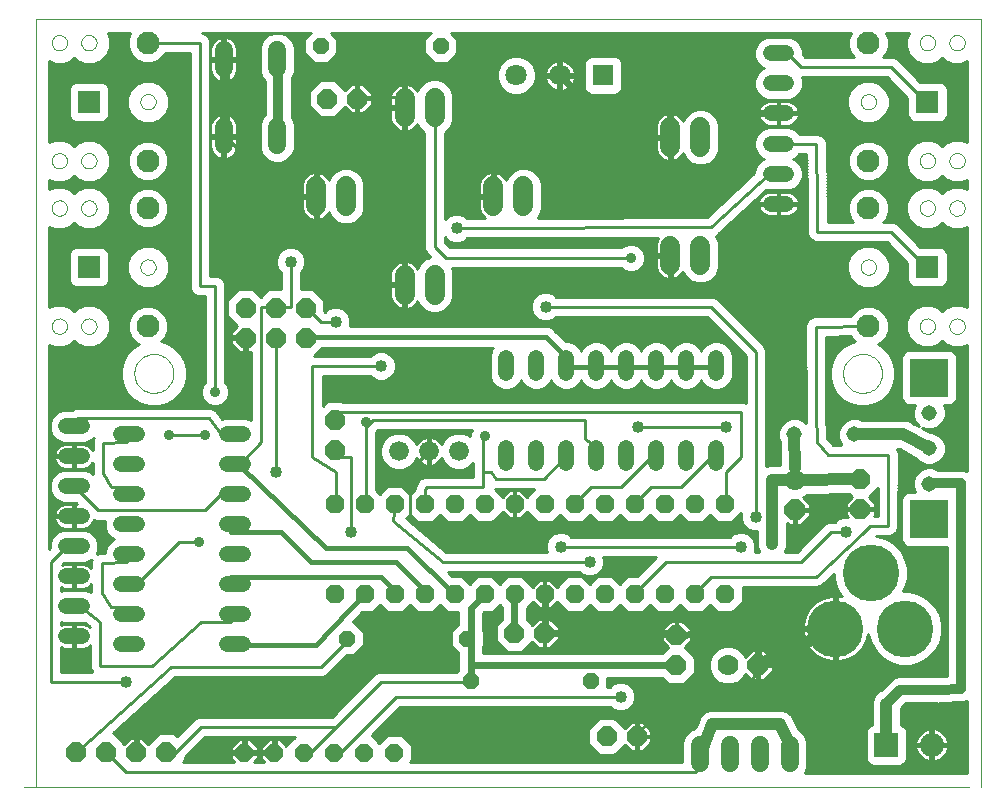
<source format=gtl>
G75*
G70*
%OFA0B0*%
%FSLAX24Y24*%
%IPPOS*%
%LPD*%
%AMOC8*
5,1,8,0,0,1.08239X$1,22.5*
%
%ADD10C,0.0000*%
%ADD11C,0.0768*%
%ADD12R,0.0768X0.0768*%
%ADD13R,0.0709X0.0709*%
%ADD14C,0.0709*%
%ADD15C,0.0650*%
%ADD16R,0.0800X0.0800*%
%ADD17C,0.0800*%
%ADD18C,0.0520*%
%ADD19C,0.0660*%
%ADD20C,0.1890*%
%ADD21OC8,0.0700*%
%ADD22C,0.0700*%
%ADD23OC8,0.0660*%
%ADD24OC8,0.0600*%
%ADD25C,0.0600*%
%ADD26OC8,0.0630*%
%ADD27C,0.0515*%
%ADD28OC8,0.0520*%
%ADD29R,0.1266X0.1266*%
%ADD30C,0.0100*%
%ADD31C,0.0320*%
%ADD32C,0.0400*%
%ADD33C,0.0240*%
%ADD34C,0.0160*%
%ADD35C,0.0400*%
%ADD36C,0.0360*%
%ADD37C,0.0120*%
D10*
X000947Y002157D02*
X032443Y002157D01*
X032837Y002157D02*
X032837Y027747D01*
X001340Y027747D01*
X001340Y002157D01*
X004627Y015936D02*
X004629Y015986D01*
X004635Y016036D01*
X004645Y016086D01*
X004658Y016134D01*
X004675Y016182D01*
X004696Y016228D01*
X004720Y016272D01*
X004748Y016314D01*
X004779Y016354D01*
X004813Y016391D01*
X004850Y016426D01*
X004889Y016457D01*
X004930Y016486D01*
X004974Y016511D01*
X005020Y016533D01*
X005067Y016551D01*
X005115Y016565D01*
X005164Y016576D01*
X005214Y016583D01*
X005264Y016586D01*
X005315Y016585D01*
X005365Y016580D01*
X005415Y016571D01*
X005463Y016559D01*
X005511Y016542D01*
X005557Y016522D01*
X005602Y016499D01*
X005645Y016472D01*
X005685Y016442D01*
X005723Y016409D01*
X005758Y016373D01*
X005791Y016334D01*
X005820Y016293D01*
X005846Y016250D01*
X005869Y016205D01*
X005888Y016158D01*
X005903Y016110D01*
X005915Y016061D01*
X005923Y016011D01*
X005927Y015961D01*
X005927Y015911D01*
X005923Y015861D01*
X005915Y015811D01*
X005903Y015762D01*
X005888Y015714D01*
X005869Y015667D01*
X005846Y015622D01*
X005820Y015579D01*
X005791Y015538D01*
X005758Y015499D01*
X005723Y015463D01*
X005685Y015430D01*
X005645Y015400D01*
X005602Y015373D01*
X005557Y015350D01*
X005511Y015330D01*
X005463Y015313D01*
X005415Y015301D01*
X005365Y015292D01*
X005315Y015287D01*
X005264Y015286D01*
X005214Y015289D01*
X005164Y015296D01*
X005115Y015307D01*
X005067Y015321D01*
X005020Y015339D01*
X004974Y015361D01*
X004930Y015386D01*
X004889Y015415D01*
X004850Y015446D01*
X004813Y015481D01*
X004779Y015518D01*
X004748Y015558D01*
X004720Y015600D01*
X004696Y015644D01*
X004675Y015690D01*
X004658Y015738D01*
X004645Y015786D01*
X004635Y015836D01*
X004629Y015886D01*
X004627Y015936D01*
X002856Y017511D02*
X002858Y017542D01*
X002864Y017573D01*
X002873Y017603D01*
X002886Y017632D01*
X002903Y017659D01*
X002923Y017683D01*
X002945Y017705D01*
X002971Y017724D01*
X002998Y017740D01*
X003027Y017752D01*
X003057Y017761D01*
X003088Y017766D01*
X003120Y017767D01*
X003151Y017764D01*
X003182Y017757D01*
X003212Y017747D01*
X003240Y017733D01*
X003266Y017715D01*
X003290Y017695D01*
X003311Y017671D01*
X003330Y017646D01*
X003345Y017618D01*
X003356Y017589D01*
X003364Y017558D01*
X003368Y017527D01*
X003368Y017495D01*
X003364Y017464D01*
X003356Y017433D01*
X003345Y017404D01*
X003330Y017376D01*
X003311Y017351D01*
X003290Y017327D01*
X003266Y017307D01*
X003240Y017289D01*
X003212Y017275D01*
X003182Y017265D01*
X003151Y017258D01*
X003120Y017255D01*
X003088Y017256D01*
X003057Y017261D01*
X003027Y017270D01*
X002998Y017282D01*
X002971Y017298D01*
X002945Y017317D01*
X002923Y017339D01*
X002903Y017363D01*
X002886Y017390D01*
X002873Y017419D01*
X002864Y017449D01*
X002858Y017480D01*
X002856Y017511D01*
X001872Y017511D02*
X001874Y017542D01*
X001880Y017573D01*
X001889Y017603D01*
X001902Y017632D01*
X001919Y017659D01*
X001939Y017683D01*
X001961Y017705D01*
X001987Y017724D01*
X002014Y017740D01*
X002043Y017752D01*
X002073Y017761D01*
X002104Y017766D01*
X002136Y017767D01*
X002167Y017764D01*
X002198Y017757D01*
X002228Y017747D01*
X002256Y017733D01*
X002282Y017715D01*
X002306Y017695D01*
X002327Y017671D01*
X002346Y017646D01*
X002361Y017618D01*
X002372Y017589D01*
X002380Y017558D01*
X002384Y017527D01*
X002384Y017495D01*
X002380Y017464D01*
X002372Y017433D01*
X002361Y017404D01*
X002346Y017376D01*
X002327Y017351D01*
X002306Y017327D01*
X002282Y017307D01*
X002256Y017289D01*
X002228Y017275D01*
X002198Y017265D01*
X002167Y017258D01*
X002136Y017255D01*
X002104Y017256D01*
X002073Y017261D01*
X002043Y017270D01*
X002014Y017282D01*
X001987Y017298D01*
X001961Y017317D01*
X001939Y017339D01*
X001919Y017363D01*
X001902Y017390D01*
X001889Y017419D01*
X001880Y017449D01*
X001874Y017480D01*
X001872Y017511D01*
X004825Y019480D02*
X004827Y019511D01*
X004833Y019542D01*
X004842Y019572D01*
X004855Y019601D01*
X004872Y019628D01*
X004892Y019652D01*
X004914Y019674D01*
X004940Y019693D01*
X004967Y019709D01*
X004996Y019721D01*
X005026Y019730D01*
X005057Y019735D01*
X005089Y019736D01*
X005120Y019733D01*
X005151Y019726D01*
X005181Y019716D01*
X005209Y019702D01*
X005235Y019684D01*
X005259Y019664D01*
X005280Y019640D01*
X005299Y019615D01*
X005314Y019587D01*
X005325Y019558D01*
X005333Y019527D01*
X005337Y019496D01*
X005337Y019464D01*
X005333Y019433D01*
X005325Y019402D01*
X005314Y019373D01*
X005299Y019345D01*
X005280Y019320D01*
X005259Y019296D01*
X005235Y019276D01*
X005209Y019258D01*
X005181Y019244D01*
X005151Y019234D01*
X005120Y019227D01*
X005089Y019224D01*
X005057Y019225D01*
X005026Y019230D01*
X004996Y019239D01*
X004967Y019251D01*
X004940Y019267D01*
X004914Y019286D01*
X004892Y019308D01*
X004872Y019332D01*
X004855Y019359D01*
X004842Y019388D01*
X004833Y019418D01*
X004827Y019449D01*
X004825Y019480D01*
X002856Y021448D02*
X002858Y021479D01*
X002864Y021510D01*
X002873Y021540D01*
X002886Y021569D01*
X002903Y021596D01*
X002923Y021620D01*
X002945Y021642D01*
X002971Y021661D01*
X002998Y021677D01*
X003027Y021689D01*
X003057Y021698D01*
X003088Y021703D01*
X003120Y021704D01*
X003151Y021701D01*
X003182Y021694D01*
X003212Y021684D01*
X003240Y021670D01*
X003266Y021652D01*
X003290Y021632D01*
X003311Y021608D01*
X003330Y021583D01*
X003345Y021555D01*
X003356Y021526D01*
X003364Y021495D01*
X003368Y021464D01*
X003368Y021432D01*
X003364Y021401D01*
X003356Y021370D01*
X003345Y021341D01*
X003330Y021313D01*
X003311Y021288D01*
X003290Y021264D01*
X003266Y021244D01*
X003240Y021226D01*
X003212Y021212D01*
X003182Y021202D01*
X003151Y021195D01*
X003120Y021192D01*
X003088Y021193D01*
X003057Y021198D01*
X003027Y021207D01*
X002998Y021219D01*
X002971Y021235D01*
X002945Y021254D01*
X002923Y021276D01*
X002903Y021300D01*
X002886Y021327D01*
X002873Y021356D01*
X002864Y021386D01*
X002858Y021417D01*
X002856Y021448D01*
X001872Y021448D02*
X001874Y021479D01*
X001880Y021510D01*
X001889Y021540D01*
X001902Y021569D01*
X001919Y021596D01*
X001939Y021620D01*
X001961Y021642D01*
X001987Y021661D01*
X002014Y021677D01*
X002043Y021689D01*
X002073Y021698D01*
X002104Y021703D01*
X002136Y021704D01*
X002167Y021701D01*
X002198Y021694D01*
X002228Y021684D01*
X002256Y021670D01*
X002282Y021652D01*
X002306Y021632D01*
X002327Y021608D01*
X002346Y021583D01*
X002361Y021555D01*
X002372Y021526D01*
X002380Y021495D01*
X002384Y021464D01*
X002384Y021432D01*
X002380Y021401D01*
X002372Y021370D01*
X002361Y021341D01*
X002346Y021313D01*
X002327Y021288D01*
X002306Y021264D01*
X002282Y021244D01*
X002256Y021226D01*
X002228Y021212D01*
X002198Y021202D01*
X002167Y021195D01*
X002136Y021192D01*
X002104Y021193D01*
X002073Y021198D01*
X002043Y021207D01*
X002014Y021219D01*
X001987Y021235D01*
X001961Y021254D01*
X001939Y021276D01*
X001919Y021300D01*
X001902Y021327D01*
X001889Y021356D01*
X001880Y021386D01*
X001874Y021417D01*
X001872Y021448D01*
X001872Y023023D02*
X001874Y023054D01*
X001880Y023085D01*
X001889Y023115D01*
X001902Y023144D01*
X001919Y023171D01*
X001939Y023195D01*
X001961Y023217D01*
X001987Y023236D01*
X002014Y023252D01*
X002043Y023264D01*
X002073Y023273D01*
X002104Y023278D01*
X002136Y023279D01*
X002167Y023276D01*
X002198Y023269D01*
X002228Y023259D01*
X002256Y023245D01*
X002282Y023227D01*
X002306Y023207D01*
X002327Y023183D01*
X002346Y023158D01*
X002361Y023130D01*
X002372Y023101D01*
X002380Y023070D01*
X002384Y023039D01*
X002384Y023007D01*
X002380Y022976D01*
X002372Y022945D01*
X002361Y022916D01*
X002346Y022888D01*
X002327Y022863D01*
X002306Y022839D01*
X002282Y022819D01*
X002256Y022801D01*
X002228Y022787D01*
X002198Y022777D01*
X002167Y022770D01*
X002136Y022767D01*
X002104Y022768D01*
X002073Y022773D01*
X002043Y022782D01*
X002014Y022794D01*
X001987Y022810D01*
X001961Y022829D01*
X001939Y022851D01*
X001919Y022875D01*
X001902Y022902D01*
X001889Y022931D01*
X001880Y022961D01*
X001874Y022992D01*
X001872Y023023D01*
X002856Y023023D02*
X002858Y023054D01*
X002864Y023085D01*
X002873Y023115D01*
X002886Y023144D01*
X002903Y023171D01*
X002923Y023195D01*
X002945Y023217D01*
X002971Y023236D01*
X002998Y023252D01*
X003027Y023264D01*
X003057Y023273D01*
X003088Y023278D01*
X003120Y023279D01*
X003151Y023276D01*
X003182Y023269D01*
X003212Y023259D01*
X003240Y023245D01*
X003266Y023227D01*
X003290Y023207D01*
X003311Y023183D01*
X003330Y023158D01*
X003345Y023130D01*
X003356Y023101D01*
X003364Y023070D01*
X003368Y023039D01*
X003368Y023007D01*
X003364Y022976D01*
X003356Y022945D01*
X003345Y022916D01*
X003330Y022888D01*
X003311Y022863D01*
X003290Y022839D01*
X003266Y022819D01*
X003240Y022801D01*
X003212Y022787D01*
X003182Y022777D01*
X003151Y022770D01*
X003120Y022767D01*
X003088Y022768D01*
X003057Y022773D01*
X003027Y022782D01*
X002998Y022794D01*
X002971Y022810D01*
X002945Y022829D01*
X002923Y022851D01*
X002903Y022875D01*
X002886Y022902D01*
X002873Y022931D01*
X002864Y022961D01*
X002858Y022992D01*
X002856Y023023D01*
X004825Y024991D02*
X004827Y025022D01*
X004833Y025053D01*
X004842Y025083D01*
X004855Y025112D01*
X004872Y025139D01*
X004892Y025163D01*
X004914Y025185D01*
X004940Y025204D01*
X004967Y025220D01*
X004996Y025232D01*
X005026Y025241D01*
X005057Y025246D01*
X005089Y025247D01*
X005120Y025244D01*
X005151Y025237D01*
X005181Y025227D01*
X005209Y025213D01*
X005235Y025195D01*
X005259Y025175D01*
X005280Y025151D01*
X005299Y025126D01*
X005314Y025098D01*
X005325Y025069D01*
X005333Y025038D01*
X005337Y025007D01*
X005337Y024975D01*
X005333Y024944D01*
X005325Y024913D01*
X005314Y024884D01*
X005299Y024856D01*
X005280Y024831D01*
X005259Y024807D01*
X005235Y024787D01*
X005209Y024769D01*
X005181Y024755D01*
X005151Y024745D01*
X005120Y024738D01*
X005089Y024735D01*
X005057Y024736D01*
X005026Y024741D01*
X004996Y024750D01*
X004967Y024762D01*
X004940Y024778D01*
X004914Y024797D01*
X004892Y024819D01*
X004872Y024843D01*
X004855Y024870D01*
X004842Y024899D01*
X004833Y024929D01*
X004827Y024960D01*
X004825Y024991D01*
X002856Y026960D02*
X002858Y026991D01*
X002864Y027022D01*
X002873Y027052D01*
X002886Y027081D01*
X002903Y027108D01*
X002923Y027132D01*
X002945Y027154D01*
X002971Y027173D01*
X002998Y027189D01*
X003027Y027201D01*
X003057Y027210D01*
X003088Y027215D01*
X003120Y027216D01*
X003151Y027213D01*
X003182Y027206D01*
X003212Y027196D01*
X003240Y027182D01*
X003266Y027164D01*
X003290Y027144D01*
X003311Y027120D01*
X003330Y027095D01*
X003345Y027067D01*
X003356Y027038D01*
X003364Y027007D01*
X003368Y026976D01*
X003368Y026944D01*
X003364Y026913D01*
X003356Y026882D01*
X003345Y026853D01*
X003330Y026825D01*
X003311Y026800D01*
X003290Y026776D01*
X003266Y026756D01*
X003240Y026738D01*
X003212Y026724D01*
X003182Y026714D01*
X003151Y026707D01*
X003120Y026704D01*
X003088Y026705D01*
X003057Y026710D01*
X003027Y026719D01*
X002998Y026731D01*
X002971Y026747D01*
X002945Y026766D01*
X002923Y026788D01*
X002903Y026812D01*
X002886Y026839D01*
X002873Y026868D01*
X002864Y026898D01*
X002858Y026929D01*
X002856Y026960D01*
X001872Y026960D02*
X001874Y026991D01*
X001880Y027022D01*
X001889Y027052D01*
X001902Y027081D01*
X001919Y027108D01*
X001939Y027132D01*
X001961Y027154D01*
X001987Y027173D01*
X002014Y027189D01*
X002043Y027201D01*
X002073Y027210D01*
X002104Y027215D01*
X002136Y027216D01*
X002167Y027213D01*
X002198Y027206D01*
X002228Y027196D01*
X002256Y027182D01*
X002282Y027164D01*
X002306Y027144D01*
X002327Y027120D01*
X002346Y027095D01*
X002361Y027067D01*
X002372Y027038D01*
X002380Y027007D01*
X002384Y026976D01*
X002384Y026944D01*
X002380Y026913D01*
X002372Y026882D01*
X002361Y026853D01*
X002346Y026825D01*
X002327Y026800D01*
X002306Y026776D01*
X002282Y026756D01*
X002256Y026738D01*
X002228Y026724D01*
X002198Y026714D01*
X002167Y026707D01*
X002136Y026704D01*
X002104Y026705D01*
X002073Y026710D01*
X002043Y026719D01*
X002014Y026731D01*
X001987Y026747D01*
X001961Y026766D01*
X001939Y026788D01*
X001919Y026812D01*
X001902Y026839D01*
X001889Y026868D01*
X001880Y026898D01*
X001874Y026929D01*
X001872Y026960D01*
X028250Y015936D02*
X028252Y015986D01*
X028258Y016036D01*
X028268Y016086D01*
X028281Y016134D01*
X028298Y016182D01*
X028319Y016228D01*
X028343Y016272D01*
X028371Y016314D01*
X028402Y016354D01*
X028436Y016391D01*
X028473Y016426D01*
X028512Y016457D01*
X028553Y016486D01*
X028597Y016511D01*
X028643Y016533D01*
X028690Y016551D01*
X028738Y016565D01*
X028787Y016576D01*
X028837Y016583D01*
X028887Y016586D01*
X028938Y016585D01*
X028988Y016580D01*
X029038Y016571D01*
X029086Y016559D01*
X029134Y016542D01*
X029180Y016522D01*
X029225Y016499D01*
X029268Y016472D01*
X029308Y016442D01*
X029346Y016409D01*
X029381Y016373D01*
X029414Y016334D01*
X029443Y016293D01*
X029469Y016250D01*
X029492Y016205D01*
X029511Y016158D01*
X029526Y016110D01*
X029538Y016061D01*
X029546Y016011D01*
X029550Y015961D01*
X029550Y015911D01*
X029546Y015861D01*
X029538Y015811D01*
X029526Y015762D01*
X029511Y015714D01*
X029492Y015667D01*
X029469Y015622D01*
X029443Y015579D01*
X029414Y015538D01*
X029381Y015499D01*
X029346Y015463D01*
X029308Y015430D01*
X029268Y015400D01*
X029225Y015373D01*
X029180Y015350D01*
X029134Y015330D01*
X029086Y015313D01*
X029038Y015301D01*
X028988Y015292D01*
X028938Y015287D01*
X028887Y015286D01*
X028837Y015289D01*
X028787Y015296D01*
X028738Y015307D01*
X028690Y015321D01*
X028643Y015339D01*
X028597Y015361D01*
X028553Y015386D01*
X028512Y015415D01*
X028473Y015446D01*
X028436Y015481D01*
X028402Y015518D01*
X028371Y015558D01*
X028343Y015600D01*
X028319Y015644D01*
X028298Y015690D01*
X028281Y015738D01*
X028268Y015786D01*
X028258Y015836D01*
X028252Y015886D01*
X028250Y015936D01*
X030809Y017511D02*
X030811Y017542D01*
X030817Y017573D01*
X030826Y017603D01*
X030839Y017632D01*
X030856Y017659D01*
X030876Y017683D01*
X030898Y017705D01*
X030924Y017724D01*
X030951Y017740D01*
X030980Y017752D01*
X031010Y017761D01*
X031041Y017766D01*
X031073Y017767D01*
X031104Y017764D01*
X031135Y017757D01*
X031165Y017747D01*
X031193Y017733D01*
X031219Y017715D01*
X031243Y017695D01*
X031264Y017671D01*
X031283Y017646D01*
X031298Y017618D01*
X031309Y017589D01*
X031317Y017558D01*
X031321Y017527D01*
X031321Y017495D01*
X031317Y017464D01*
X031309Y017433D01*
X031298Y017404D01*
X031283Y017376D01*
X031264Y017351D01*
X031243Y017327D01*
X031219Y017307D01*
X031193Y017289D01*
X031165Y017275D01*
X031135Y017265D01*
X031104Y017258D01*
X031073Y017255D01*
X031041Y017256D01*
X031010Y017261D01*
X030980Y017270D01*
X030951Y017282D01*
X030924Y017298D01*
X030898Y017317D01*
X030876Y017339D01*
X030856Y017363D01*
X030839Y017390D01*
X030826Y017419D01*
X030817Y017449D01*
X030811Y017480D01*
X030809Y017511D01*
X031793Y017511D02*
X031795Y017542D01*
X031801Y017573D01*
X031810Y017603D01*
X031823Y017632D01*
X031840Y017659D01*
X031860Y017683D01*
X031882Y017705D01*
X031908Y017724D01*
X031935Y017740D01*
X031964Y017752D01*
X031994Y017761D01*
X032025Y017766D01*
X032057Y017767D01*
X032088Y017764D01*
X032119Y017757D01*
X032149Y017747D01*
X032177Y017733D01*
X032203Y017715D01*
X032227Y017695D01*
X032248Y017671D01*
X032267Y017646D01*
X032282Y017618D01*
X032293Y017589D01*
X032301Y017558D01*
X032305Y017527D01*
X032305Y017495D01*
X032301Y017464D01*
X032293Y017433D01*
X032282Y017404D01*
X032267Y017376D01*
X032248Y017351D01*
X032227Y017327D01*
X032203Y017307D01*
X032177Y017289D01*
X032149Y017275D01*
X032119Y017265D01*
X032088Y017258D01*
X032057Y017255D01*
X032025Y017256D01*
X031994Y017261D01*
X031964Y017270D01*
X031935Y017282D01*
X031908Y017298D01*
X031882Y017317D01*
X031860Y017339D01*
X031840Y017363D01*
X031823Y017390D01*
X031810Y017419D01*
X031801Y017449D01*
X031795Y017480D01*
X031793Y017511D01*
X028840Y019480D02*
X028842Y019511D01*
X028848Y019542D01*
X028857Y019572D01*
X028870Y019601D01*
X028887Y019628D01*
X028907Y019652D01*
X028929Y019674D01*
X028955Y019693D01*
X028982Y019709D01*
X029011Y019721D01*
X029041Y019730D01*
X029072Y019735D01*
X029104Y019736D01*
X029135Y019733D01*
X029166Y019726D01*
X029196Y019716D01*
X029224Y019702D01*
X029250Y019684D01*
X029274Y019664D01*
X029295Y019640D01*
X029314Y019615D01*
X029329Y019587D01*
X029340Y019558D01*
X029348Y019527D01*
X029352Y019496D01*
X029352Y019464D01*
X029348Y019433D01*
X029340Y019402D01*
X029329Y019373D01*
X029314Y019345D01*
X029295Y019320D01*
X029274Y019296D01*
X029250Y019276D01*
X029224Y019258D01*
X029196Y019244D01*
X029166Y019234D01*
X029135Y019227D01*
X029104Y019224D01*
X029072Y019225D01*
X029041Y019230D01*
X029011Y019239D01*
X028982Y019251D01*
X028955Y019267D01*
X028929Y019286D01*
X028907Y019308D01*
X028887Y019332D01*
X028870Y019359D01*
X028857Y019388D01*
X028848Y019418D01*
X028842Y019449D01*
X028840Y019480D01*
X030809Y021448D02*
X030811Y021479D01*
X030817Y021510D01*
X030826Y021540D01*
X030839Y021569D01*
X030856Y021596D01*
X030876Y021620D01*
X030898Y021642D01*
X030924Y021661D01*
X030951Y021677D01*
X030980Y021689D01*
X031010Y021698D01*
X031041Y021703D01*
X031073Y021704D01*
X031104Y021701D01*
X031135Y021694D01*
X031165Y021684D01*
X031193Y021670D01*
X031219Y021652D01*
X031243Y021632D01*
X031264Y021608D01*
X031283Y021583D01*
X031298Y021555D01*
X031309Y021526D01*
X031317Y021495D01*
X031321Y021464D01*
X031321Y021432D01*
X031317Y021401D01*
X031309Y021370D01*
X031298Y021341D01*
X031283Y021313D01*
X031264Y021288D01*
X031243Y021264D01*
X031219Y021244D01*
X031193Y021226D01*
X031165Y021212D01*
X031135Y021202D01*
X031104Y021195D01*
X031073Y021192D01*
X031041Y021193D01*
X031010Y021198D01*
X030980Y021207D01*
X030951Y021219D01*
X030924Y021235D01*
X030898Y021254D01*
X030876Y021276D01*
X030856Y021300D01*
X030839Y021327D01*
X030826Y021356D01*
X030817Y021386D01*
X030811Y021417D01*
X030809Y021448D01*
X031793Y021448D02*
X031795Y021479D01*
X031801Y021510D01*
X031810Y021540D01*
X031823Y021569D01*
X031840Y021596D01*
X031860Y021620D01*
X031882Y021642D01*
X031908Y021661D01*
X031935Y021677D01*
X031964Y021689D01*
X031994Y021698D01*
X032025Y021703D01*
X032057Y021704D01*
X032088Y021701D01*
X032119Y021694D01*
X032149Y021684D01*
X032177Y021670D01*
X032203Y021652D01*
X032227Y021632D01*
X032248Y021608D01*
X032267Y021583D01*
X032282Y021555D01*
X032293Y021526D01*
X032301Y021495D01*
X032305Y021464D01*
X032305Y021432D01*
X032301Y021401D01*
X032293Y021370D01*
X032282Y021341D01*
X032267Y021313D01*
X032248Y021288D01*
X032227Y021264D01*
X032203Y021244D01*
X032177Y021226D01*
X032149Y021212D01*
X032119Y021202D01*
X032088Y021195D01*
X032057Y021192D01*
X032025Y021193D01*
X031994Y021198D01*
X031964Y021207D01*
X031935Y021219D01*
X031908Y021235D01*
X031882Y021254D01*
X031860Y021276D01*
X031840Y021300D01*
X031823Y021327D01*
X031810Y021356D01*
X031801Y021386D01*
X031795Y021417D01*
X031793Y021448D01*
X031793Y023023D02*
X031795Y023054D01*
X031801Y023085D01*
X031810Y023115D01*
X031823Y023144D01*
X031840Y023171D01*
X031860Y023195D01*
X031882Y023217D01*
X031908Y023236D01*
X031935Y023252D01*
X031964Y023264D01*
X031994Y023273D01*
X032025Y023278D01*
X032057Y023279D01*
X032088Y023276D01*
X032119Y023269D01*
X032149Y023259D01*
X032177Y023245D01*
X032203Y023227D01*
X032227Y023207D01*
X032248Y023183D01*
X032267Y023158D01*
X032282Y023130D01*
X032293Y023101D01*
X032301Y023070D01*
X032305Y023039D01*
X032305Y023007D01*
X032301Y022976D01*
X032293Y022945D01*
X032282Y022916D01*
X032267Y022888D01*
X032248Y022863D01*
X032227Y022839D01*
X032203Y022819D01*
X032177Y022801D01*
X032149Y022787D01*
X032119Y022777D01*
X032088Y022770D01*
X032057Y022767D01*
X032025Y022768D01*
X031994Y022773D01*
X031964Y022782D01*
X031935Y022794D01*
X031908Y022810D01*
X031882Y022829D01*
X031860Y022851D01*
X031840Y022875D01*
X031823Y022902D01*
X031810Y022931D01*
X031801Y022961D01*
X031795Y022992D01*
X031793Y023023D01*
X030809Y023023D02*
X030811Y023054D01*
X030817Y023085D01*
X030826Y023115D01*
X030839Y023144D01*
X030856Y023171D01*
X030876Y023195D01*
X030898Y023217D01*
X030924Y023236D01*
X030951Y023252D01*
X030980Y023264D01*
X031010Y023273D01*
X031041Y023278D01*
X031073Y023279D01*
X031104Y023276D01*
X031135Y023269D01*
X031165Y023259D01*
X031193Y023245D01*
X031219Y023227D01*
X031243Y023207D01*
X031264Y023183D01*
X031283Y023158D01*
X031298Y023130D01*
X031309Y023101D01*
X031317Y023070D01*
X031321Y023039D01*
X031321Y023007D01*
X031317Y022976D01*
X031309Y022945D01*
X031298Y022916D01*
X031283Y022888D01*
X031264Y022863D01*
X031243Y022839D01*
X031219Y022819D01*
X031193Y022801D01*
X031165Y022787D01*
X031135Y022777D01*
X031104Y022770D01*
X031073Y022767D01*
X031041Y022768D01*
X031010Y022773D01*
X030980Y022782D01*
X030951Y022794D01*
X030924Y022810D01*
X030898Y022829D01*
X030876Y022851D01*
X030856Y022875D01*
X030839Y022902D01*
X030826Y022931D01*
X030817Y022961D01*
X030811Y022992D01*
X030809Y023023D01*
X028840Y024991D02*
X028842Y025022D01*
X028848Y025053D01*
X028857Y025083D01*
X028870Y025112D01*
X028887Y025139D01*
X028907Y025163D01*
X028929Y025185D01*
X028955Y025204D01*
X028982Y025220D01*
X029011Y025232D01*
X029041Y025241D01*
X029072Y025246D01*
X029104Y025247D01*
X029135Y025244D01*
X029166Y025237D01*
X029196Y025227D01*
X029224Y025213D01*
X029250Y025195D01*
X029274Y025175D01*
X029295Y025151D01*
X029314Y025126D01*
X029329Y025098D01*
X029340Y025069D01*
X029348Y025038D01*
X029352Y025007D01*
X029352Y024975D01*
X029348Y024944D01*
X029340Y024913D01*
X029329Y024884D01*
X029314Y024856D01*
X029295Y024831D01*
X029274Y024807D01*
X029250Y024787D01*
X029224Y024769D01*
X029196Y024755D01*
X029166Y024745D01*
X029135Y024738D01*
X029104Y024735D01*
X029072Y024736D01*
X029041Y024741D01*
X029011Y024750D01*
X028982Y024762D01*
X028955Y024778D01*
X028929Y024797D01*
X028907Y024819D01*
X028887Y024843D01*
X028870Y024870D01*
X028857Y024899D01*
X028848Y024929D01*
X028842Y024960D01*
X028840Y024991D01*
X030809Y026960D02*
X030811Y026991D01*
X030817Y027022D01*
X030826Y027052D01*
X030839Y027081D01*
X030856Y027108D01*
X030876Y027132D01*
X030898Y027154D01*
X030924Y027173D01*
X030951Y027189D01*
X030980Y027201D01*
X031010Y027210D01*
X031041Y027215D01*
X031073Y027216D01*
X031104Y027213D01*
X031135Y027206D01*
X031165Y027196D01*
X031193Y027182D01*
X031219Y027164D01*
X031243Y027144D01*
X031264Y027120D01*
X031283Y027095D01*
X031298Y027067D01*
X031309Y027038D01*
X031317Y027007D01*
X031321Y026976D01*
X031321Y026944D01*
X031317Y026913D01*
X031309Y026882D01*
X031298Y026853D01*
X031283Y026825D01*
X031264Y026800D01*
X031243Y026776D01*
X031219Y026756D01*
X031193Y026738D01*
X031165Y026724D01*
X031135Y026714D01*
X031104Y026707D01*
X031073Y026704D01*
X031041Y026705D01*
X031010Y026710D01*
X030980Y026719D01*
X030951Y026731D01*
X030924Y026747D01*
X030898Y026766D01*
X030876Y026788D01*
X030856Y026812D01*
X030839Y026839D01*
X030826Y026868D01*
X030817Y026898D01*
X030811Y026929D01*
X030809Y026960D01*
X031793Y026960D02*
X031795Y026991D01*
X031801Y027022D01*
X031810Y027052D01*
X031823Y027081D01*
X031840Y027108D01*
X031860Y027132D01*
X031882Y027154D01*
X031908Y027173D01*
X031935Y027189D01*
X031964Y027201D01*
X031994Y027210D01*
X032025Y027215D01*
X032057Y027216D01*
X032088Y027213D01*
X032119Y027206D01*
X032149Y027196D01*
X032177Y027182D01*
X032203Y027164D01*
X032227Y027144D01*
X032248Y027120D01*
X032267Y027095D01*
X032282Y027067D01*
X032293Y027038D01*
X032301Y027007D01*
X032305Y026976D01*
X032305Y026944D01*
X032301Y026913D01*
X032293Y026882D01*
X032282Y026853D01*
X032267Y026825D01*
X032248Y026800D01*
X032227Y026776D01*
X032203Y026756D01*
X032177Y026738D01*
X032149Y026724D01*
X032119Y026714D01*
X032088Y026707D01*
X032057Y026704D01*
X032025Y026705D01*
X031994Y026710D01*
X031964Y026719D01*
X031935Y026731D01*
X031908Y026747D01*
X031882Y026766D01*
X031860Y026788D01*
X031840Y026812D01*
X031823Y026839D01*
X031810Y026868D01*
X031801Y026898D01*
X031795Y026929D01*
X031793Y026960D01*
D11*
X029096Y026960D03*
X029096Y023023D03*
X029096Y021448D03*
X029096Y017511D03*
X005081Y017511D03*
X005081Y021448D03*
X005081Y023023D03*
X005081Y026960D03*
D12*
X003112Y024991D03*
X003112Y019480D03*
X031065Y019480D03*
X031065Y024991D03*
D13*
X020253Y025869D03*
D14*
X018805Y025869D03*
X017357Y025869D03*
D15*
X014636Y025119D02*
X014636Y024470D01*
X013636Y024470D02*
X013636Y025119D01*
X011683Y022167D02*
X011683Y021517D01*
X010683Y021517D02*
X010683Y022167D01*
X013636Y019214D02*
X013636Y018564D01*
X014636Y018564D02*
X014636Y019214D01*
X016589Y021517D02*
X016589Y022167D01*
X017589Y022167D02*
X017589Y021517D01*
X022494Y020198D02*
X022494Y019549D01*
X023494Y019549D02*
X023494Y020198D01*
X023494Y023486D02*
X023494Y024135D01*
X022494Y024135D02*
X022494Y023486D01*
D16*
X029696Y003551D03*
D17*
X031214Y003551D03*
D18*
X024022Y012936D02*
X024022Y013456D01*
X023022Y013456D02*
X023022Y012936D01*
X022022Y012936D02*
X022022Y013456D01*
X021022Y013456D02*
X021022Y012936D01*
X020022Y012936D02*
X020022Y013456D01*
X019022Y013456D02*
X019022Y012936D01*
X018022Y012936D02*
X018022Y013456D01*
X017022Y013456D02*
X017022Y012936D01*
X017022Y015936D02*
X017022Y016456D01*
X018022Y016456D02*
X018022Y015936D01*
X019022Y015936D02*
X019022Y016456D01*
X020022Y016456D02*
X020022Y015936D01*
X021022Y015936D02*
X021022Y016456D01*
X022022Y016456D02*
X022022Y015936D01*
X023022Y015936D02*
X023022Y016456D01*
X024022Y016456D02*
X024022Y015936D01*
X025840Y021590D02*
X026360Y021590D01*
X026360Y022590D02*
X025840Y022590D01*
X025840Y023590D02*
X026360Y023590D01*
X026360Y024606D02*
X025840Y024606D01*
X025840Y025606D02*
X026360Y025606D01*
X026360Y026606D02*
X025840Y026606D01*
X008234Y013901D02*
X007714Y013901D01*
X007714Y012901D02*
X008234Y012901D01*
X008234Y011901D02*
X007714Y011901D01*
X007714Y010901D02*
X008234Y010901D01*
X008234Y009901D02*
X007714Y009901D01*
X007714Y008901D02*
X008234Y008901D01*
X008234Y007901D02*
X007714Y007901D01*
X007714Y006901D02*
X008234Y006901D01*
X004714Y006901D02*
X004194Y006901D01*
X002880Y007173D02*
X002360Y007173D01*
X002360Y008173D02*
X002880Y008173D01*
X002880Y009173D02*
X002360Y009173D01*
X002360Y010173D02*
X002880Y010173D01*
X002880Y011173D02*
X002360Y011173D01*
X002360Y012173D02*
X002880Y012173D01*
X002880Y013173D02*
X002360Y013173D01*
X002360Y014173D02*
X002880Y014173D01*
X004194Y013901D02*
X004714Y013901D01*
X004714Y012901D02*
X004194Y012901D01*
X004194Y011901D02*
X004714Y011901D01*
X004714Y010901D02*
X004194Y010901D01*
X004194Y009901D02*
X004714Y009901D01*
X004714Y008901D02*
X004194Y008901D01*
X004194Y007901D02*
X004714Y007901D01*
D19*
X013447Y013342D03*
X014447Y013342D03*
X015447Y013342D03*
D20*
X027998Y007432D03*
X030321Y007432D03*
X029179Y009283D03*
D21*
X026644Y011381D03*
X025411Y006208D03*
D22*
X024411Y006208D03*
X026644Y012381D03*
D23*
X028829Y012413D03*
X028829Y011413D03*
X022699Y007204D03*
X022699Y006204D03*
X021372Y003834D03*
X020372Y003834D03*
X018297Y007275D03*
X017297Y007275D03*
X011309Y013381D03*
X011309Y014381D03*
X010337Y017117D03*
X009337Y017117D03*
X009337Y018117D03*
X010337Y018117D03*
X008337Y018117D03*
X008337Y017117D03*
X011057Y025098D03*
X012057Y025098D03*
X005691Y003318D03*
X004691Y003318D03*
X003691Y003318D03*
X002691Y003318D03*
D24*
X008289Y003299D03*
X009289Y003299D03*
X010289Y003299D03*
X011289Y003299D03*
X012289Y003299D03*
X013289Y003299D03*
D25*
X023474Y003536D02*
X023474Y002936D01*
X024474Y002936D02*
X024474Y003536D01*
X025474Y003536D02*
X025474Y002936D01*
X026474Y002936D02*
X026474Y003536D01*
X009392Y023545D02*
X009392Y024145D01*
X007612Y024145D02*
X007612Y023545D01*
X007612Y026105D02*
X007612Y026705D01*
X009392Y026705D02*
X009392Y026105D01*
D26*
X011301Y011574D03*
X012301Y011574D03*
X013301Y011574D03*
X014301Y011574D03*
X015301Y011574D03*
X016301Y011574D03*
X017301Y011574D03*
X018301Y011574D03*
X019301Y011574D03*
X020301Y011574D03*
X021301Y011574D03*
X022301Y011574D03*
X023301Y011574D03*
X024301Y011574D03*
X024301Y008574D03*
X023301Y008574D03*
X022301Y008574D03*
X021301Y008574D03*
X020301Y008574D03*
X019301Y008574D03*
X018301Y008574D03*
X017301Y008574D03*
X016301Y008574D03*
X015301Y008574D03*
X014301Y008574D03*
X013301Y008574D03*
X012301Y008574D03*
X011301Y008574D03*
D27*
X026632Y013901D03*
X028632Y013901D03*
X031122Y013436D03*
X031122Y012255D03*
X031122Y014617D03*
D28*
X019848Y005692D03*
X015848Y005692D03*
X015722Y007098D03*
X011722Y007098D03*
X010840Y026850D03*
X014840Y026850D03*
D29*
X031122Y015799D03*
X031122Y011074D03*
D30*
X030199Y011026D02*
X030091Y011026D01*
X030092Y011124D02*
X030199Y011124D01*
X030199Y011223D02*
X030092Y011223D01*
X030093Y011321D02*
X030199Y011321D01*
X030199Y011420D02*
X030094Y011420D01*
X030094Y011518D02*
X030199Y011518D01*
X030199Y011617D02*
X030095Y011617D01*
X030096Y011716D02*
X030199Y011716D01*
X030199Y011765D02*
X030199Y010383D01*
X030243Y010277D01*
X030325Y010195D01*
X030431Y010151D01*
X031717Y010151D01*
X031717Y005850D01*
X031446Y005835D01*
X030070Y005835D01*
X029904Y005767D01*
X029778Y005640D01*
X029515Y005377D01*
X029418Y005337D01*
X029280Y005199D01*
X029206Y005019D01*
X029206Y004227D01*
X029131Y004196D01*
X029050Y004115D01*
X029006Y004008D01*
X029006Y003093D01*
X029050Y002986D01*
X029131Y002905D01*
X029238Y002861D01*
X030153Y002861D01*
X030260Y002905D01*
X030341Y002986D01*
X030386Y003093D01*
X030386Y004008D01*
X030341Y004115D01*
X030260Y004196D01*
X030186Y004227D01*
X030186Y004775D01*
X030346Y004935D01*
X031382Y004935D01*
X031394Y004931D01*
X031471Y004935D01*
X031548Y004935D01*
X031560Y004940D01*
X032180Y004975D01*
X032257Y004975D01*
X032269Y004980D01*
X032282Y004980D01*
X032351Y005014D01*
X032387Y005028D01*
X032387Y002607D01*
X026977Y002607D01*
X027064Y002818D01*
X027064Y003653D01*
X026974Y003870D01*
X026809Y004036D01*
X026781Y004047D01*
X026590Y004437D01*
X026559Y004513D01*
X026548Y004524D01*
X026541Y004538D01*
X026479Y004593D01*
X026421Y004651D01*
X026407Y004657D01*
X026395Y004667D01*
X026317Y004694D01*
X026241Y004726D01*
X026225Y004726D01*
X026210Y004731D01*
X026128Y004726D01*
X023989Y004726D01*
X023984Y004727D01*
X023892Y004726D01*
X023798Y004726D01*
X023794Y004724D01*
X023790Y004724D01*
X023704Y004686D01*
X023618Y004651D01*
X023615Y004648D01*
X023611Y004646D01*
X023546Y004579D01*
X023480Y004513D01*
X023479Y004509D01*
X023475Y004506D01*
X023441Y004418D01*
X023406Y004333D01*
X023406Y004329D01*
X023319Y004110D01*
X023140Y004036D01*
X022974Y003870D01*
X022884Y003653D01*
X022884Y002997D01*
X013822Y002997D01*
X013879Y003054D01*
X013879Y003543D01*
X013534Y003889D01*
X013045Y003889D01*
X012789Y003633D01*
X012543Y003879D01*
X013481Y004817D01*
X020487Y004817D01*
X020563Y004741D01*
X020743Y004667D01*
X020938Y004667D01*
X021118Y004741D01*
X021256Y004879D01*
X021330Y005059D01*
X021330Y005254D01*
X021256Y005434D01*
X021118Y005572D01*
X020938Y005647D01*
X020743Y005647D01*
X020563Y005572D01*
X020487Y005497D01*
X020398Y005497D01*
X020398Y005794D01*
X022232Y005794D01*
X022442Y005584D01*
X022956Y005584D01*
X023319Y005947D01*
X023319Y006461D01*
X022976Y006803D01*
X023179Y007005D01*
X023179Y007174D01*
X022729Y007174D01*
X022729Y007234D01*
X023179Y007234D01*
X023179Y007403D01*
X022898Y007684D01*
X022729Y007684D01*
X022729Y007234D01*
X022669Y007234D01*
X022669Y007684D01*
X022500Y007684D01*
X022219Y007403D01*
X022219Y007234D01*
X022668Y007234D01*
X022668Y007174D01*
X022219Y007174D01*
X022219Y007005D01*
X022421Y006803D01*
X022232Y006614D01*
X016250Y006614D01*
X016250Y006848D01*
X016272Y006870D01*
X016272Y007326D01*
X016250Y007347D01*
X016250Y007944D01*
X016276Y007969D01*
X016552Y007969D01*
X016801Y008219D01*
X016887Y008133D01*
X016887Y007742D01*
X016677Y007532D01*
X016677Y007018D01*
X017040Y006655D01*
X017554Y006655D01*
X017896Y006997D01*
X018098Y006795D01*
X018267Y006795D01*
X018267Y007245D01*
X018327Y007245D01*
X018327Y006795D01*
X018496Y006795D01*
X018777Y007076D01*
X018777Y007245D01*
X018327Y007245D01*
X018327Y007305D01*
X018267Y007305D01*
X018267Y007755D01*
X018098Y007755D01*
X017896Y007553D01*
X017707Y007742D01*
X017707Y008125D01*
X017900Y008318D01*
X018109Y008109D01*
X018271Y008109D01*
X018271Y008544D01*
X018331Y008544D01*
X018331Y008109D01*
X018494Y008109D01*
X018702Y008318D01*
X019051Y007969D01*
X019552Y007969D01*
X019801Y008219D01*
X020051Y007969D01*
X020552Y007969D01*
X020801Y008219D01*
X021051Y007969D01*
X021552Y007969D01*
X021801Y008219D01*
X022051Y007969D01*
X022552Y007969D01*
X022801Y008219D01*
X023051Y007969D01*
X023552Y007969D01*
X023801Y008219D01*
X024051Y007969D01*
X024552Y007969D01*
X024906Y008324D01*
X024906Y008817D01*
X027336Y008817D01*
X027397Y008815D01*
X027403Y008817D01*
X027408Y008817D01*
X027466Y008841D01*
X027524Y008863D01*
X027528Y008867D01*
X027533Y008869D01*
X027577Y008912D01*
X027944Y009258D01*
X027944Y009120D01*
X028028Y008806D01*
X028191Y008525D01*
X028205Y008510D01*
X028142Y008527D01*
X028048Y008527D01*
X028048Y007483D01*
X027948Y007483D01*
X027948Y008527D01*
X027854Y008527D01*
X027575Y008453D01*
X027326Y008309D01*
X027122Y008105D01*
X026978Y007855D01*
X026903Y007577D01*
X023005Y007577D01*
X022906Y007675D02*
X026930Y007675D01*
X026903Y007577D02*
X026903Y007482D01*
X027948Y007482D01*
X027948Y007382D01*
X028048Y007382D01*
X028048Y006338D01*
X028142Y006338D01*
X028421Y006412D01*
X028670Y006556D01*
X028874Y006760D01*
X029018Y007010D01*
X029087Y007266D01*
X029170Y006956D01*
X029333Y006674D01*
X029563Y006444D01*
X029844Y006282D01*
X030158Y006198D01*
X030483Y006198D01*
X030797Y006282D01*
X031079Y006444D01*
X031309Y006674D01*
X031471Y006956D01*
X031556Y007270D01*
X031556Y007595D01*
X031471Y007909D01*
X031309Y008191D01*
X031079Y008421D01*
X030797Y008583D01*
X030483Y008667D01*
X030250Y008667D01*
X030330Y008806D01*
X030414Y009120D01*
X030414Y009445D01*
X030330Y009759D01*
X030167Y010041D01*
X029937Y010271D01*
X029656Y010434D01*
X029342Y010518D01*
X029751Y010518D01*
X029815Y010517D01*
X029816Y010518D01*
X029818Y010518D01*
X029879Y010543D01*
X029941Y010568D01*
X029941Y010569D01*
X029942Y010569D01*
X029987Y010614D01*
X030037Y010663D01*
X030037Y010664D01*
X030038Y010665D01*
X030063Y010726D01*
X030089Y010788D01*
X030089Y010789D01*
X030090Y010790D01*
X030090Y010859D01*
X030105Y013151D01*
X030106Y013152D01*
X030106Y013220D01*
X030106Y013285D01*
X030106Y013286D01*
X030106Y013287D01*
X030080Y013349D01*
X030055Y013410D01*
X030055Y013411D01*
X030140Y013411D01*
X030656Y013132D01*
X030658Y013126D01*
X030812Y012972D01*
X031013Y012889D01*
X031231Y012889D01*
X031432Y012972D01*
X031586Y013126D01*
X031670Y013327D01*
X031670Y013545D01*
X031586Y013746D01*
X031432Y013900D01*
X031231Y013984D01*
X031140Y013984D01*
X030875Y014127D01*
X031013Y014070D01*
X031231Y014070D01*
X031432Y014153D01*
X031586Y014307D01*
X031670Y014509D01*
X031670Y014726D01*
X031608Y014876D01*
X031813Y014876D01*
X031920Y014920D01*
X032001Y015001D01*
X032045Y015108D01*
X032045Y016489D01*
X032001Y016596D01*
X031920Y016677D01*
X031813Y016722D01*
X030431Y016722D01*
X030325Y016677D01*
X030243Y016596D01*
X030199Y016489D01*
X030199Y015108D01*
X030243Y015001D01*
X030325Y014920D01*
X030431Y014876D01*
X030637Y014876D01*
X030575Y014726D01*
X030575Y014509D01*
X030658Y014307D01*
X030795Y014171D01*
X030560Y014298D01*
X030542Y014316D01*
X030475Y014344D01*
X030412Y014378D01*
X030386Y014381D01*
X030361Y014391D01*
X030289Y014391D01*
X030218Y014398D01*
X030193Y014391D01*
X028879Y014391D01*
X028741Y014448D01*
X028523Y014448D01*
X028322Y014365D01*
X028168Y014211D01*
X028084Y014010D01*
X028084Y013792D01*
X028168Y013591D01*
X028199Y013560D01*
X027908Y013560D01*
X027712Y013776D01*
X027688Y014632D01*
X027674Y017162D01*
X028509Y017167D01*
X028525Y017129D01*
X028647Y017007D01*
X028475Y016961D01*
X028224Y016817D01*
X028019Y016612D01*
X027874Y016361D01*
X027800Y016081D01*
X027800Y015792D01*
X027874Y015512D01*
X028019Y015261D01*
X028224Y015056D01*
X028475Y014911D01*
X028755Y014836D01*
X029044Y014836D01*
X029324Y014911D01*
X029575Y015056D01*
X029780Y015261D01*
X029925Y015512D01*
X029999Y015792D01*
X029999Y016081D01*
X029925Y016361D01*
X029780Y016612D01*
X029575Y016817D01*
X029410Y016912D01*
X029478Y016940D01*
X029668Y017129D01*
X029770Y017377D01*
X029770Y017645D01*
X029668Y017893D01*
X029478Y018082D01*
X029230Y018185D01*
X028962Y018185D01*
X028715Y018082D01*
X028525Y017893D01*
X028506Y017847D01*
X027328Y017839D01*
X027263Y017839D01*
X027263Y017839D01*
X027263Y017839D01*
X027200Y017812D01*
X027138Y017786D01*
X027089Y017736D01*
X027043Y017690D01*
X027016Y017623D01*
X026992Y017565D01*
X026992Y017565D01*
X026992Y017565D01*
X026993Y017497D01*
X027008Y014687D01*
X027007Y014683D01*
X027008Y014618D01*
X027009Y014556D01*
X027010Y014552D01*
X027018Y014289D01*
X026942Y014365D01*
X026741Y014448D01*
X026523Y014448D01*
X026322Y014365D01*
X026168Y014211D01*
X026084Y014010D01*
X026084Y013792D01*
X026147Y013640D01*
X026163Y012879D01*
X025998Y012881D01*
X025996Y012882D01*
X025903Y012883D01*
X025806Y012885D01*
X025803Y012884D01*
X025801Y012884D01*
X025714Y012848D01*
X025680Y012835D01*
X025680Y016724D01*
X025629Y016849D01*
X025533Y016945D01*
X024033Y018445D01*
X023908Y018497D01*
X023773Y018497D01*
X018693Y018497D01*
X018618Y018572D01*
X018438Y018647D01*
X018243Y018647D01*
X018063Y018572D01*
X017925Y018434D01*
X017850Y018254D01*
X017850Y018059D01*
X017925Y017879D01*
X018063Y017741D01*
X018243Y017667D01*
X018438Y017667D01*
X018618Y017741D01*
X018693Y017817D01*
X023700Y017817D01*
X025000Y016516D01*
X025000Y014959D01*
X024908Y014997D01*
X011570Y014997D01*
X011566Y015001D01*
X011321Y015001D01*
X011312Y015002D01*
X011308Y015001D01*
X011052Y015001D01*
X010905Y014854D01*
X010905Y015844D01*
X012499Y015844D01*
X012575Y015769D01*
X012755Y015694D01*
X012950Y015694D01*
X013130Y015769D01*
X013268Y015907D01*
X013342Y016087D01*
X013342Y016282D01*
X013268Y016462D01*
X013130Y016600D01*
X012950Y016674D01*
X012755Y016674D01*
X012575Y016600D01*
X012499Y016524D01*
X010620Y016524D01*
X010883Y016787D01*
X016574Y016787D01*
X016555Y016768D01*
X016472Y016566D01*
X016472Y015827D01*
X016555Y015625D01*
X016710Y015470D01*
X016912Y015386D01*
X017131Y015386D01*
X017333Y015470D01*
X017488Y015625D01*
X017522Y015706D01*
X017555Y015625D01*
X017710Y015470D01*
X017912Y015386D01*
X018131Y015386D01*
X018333Y015470D01*
X018488Y015625D01*
X018522Y015706D01*
X018555Y015625D01*
X018710Y015470D01*
X018912Y015386D01*
X019131Y015386D01*
X019333Y015470D01*
X019488Y015625D01*
X019522Y015706D01*
X019555Y015625D01*
X019710Y015470D01*
X019912Y015386D01*
X020131Y015386D01*
X020333Y015470D01*
X020488Y015625D01*
X020522Y015706D01*
X020555Y015625D01*
X020710Y015470D01*
X020912Y015386D01*
X021131Y015386D01*
X021333Y015470D01*
X021488Y015625D01*
X021522Y015706D01*
X021555Y015625D01*
X021710Y015470D01*
X021912Y015386D01*
X022131Y015386D01*
X022333Y015470D01*
X022488Y015625D01*
X022522Y015706D01*
X022555Y015625D01*
X022710Y015470D01*
X022912Y015386D01*
X023131Y015386D01*
X023333Y015470D01*
X023488Y015625D01*
X023522Y015706D01*
X023555Y015625D01*
X023710Y015470D01*
X023912Y015386D01*
X024131Y015386D01*
X024333Y015470D01*
X024488Y015625D01*
X024572Y015827D01*
X024572Y016566D01*
X024488Y016768D01*
X024333Y016922D01*
X024131Y017006D01*
X023912Y017006D01*
X023710Y016922D01*
X023555Y016768D01*
X023522Y016686D01*
X023488Y016768D01*
X023333Y016922D01*
X023131Y017006D01*
X022912Y017006D01*
X022710Y016922D01*
X022555Y016768D01*
X022522Y016686D01*
X022488Y016768D01*
X022333Y016922D01*
X022131Y017006D01*
X021912Y017006D01*
X021710Y016922D01*
X021555Y016768D01*
X021522Y016686D01*
X021488Y016768D01*
X021333Y016922D01*
X021131Y017006D01*
X020912Y017006D01*
X020710Y016922D01*
X020555Y016768D01*
X020522Y016686D01*
X020488Y016768D01*
X020333Y016922D01*
X020131Y017006D01*
X019912Y017006D01*
X019710Y016922D01*
X019555Y016768D01*
X019522Y016686D01*
X019488Y016768D01*
X019333Y016922D01*
X019131Y017006D01*
X019014Y017006D01*
X018654Y017366D01*
X018550Y017470D01*
X018414Y017527D01*
X011817Y017527D01*
X011830Y017559D01*
X011830Y017754D01*
X011756Y017934D01*
X011618Y018072D01*
X011438Y018147D01*
X011243Y018147D01*
X011063Y018072D01*
X010987Y017997D01*
X010981Y017997D01*
X010956Y018022D01*
X011013Y018022D01*
X010956Y018022D02*
X010956Y018374D01*
X010593Y018737D01*
X010180Y018737D01*
X010180Y019304D01*
X010256Y019379D01*
X010330Y019559D01*
X010330Y019754D01*
X010256Y019934D01*
X010118Y020072D01*
X009938Y020147D01*
X009743Y020147D01*
X009563Y020072D01*
X009425Y019934D01*
X009350Y019754D01*
X009350Y019559D01*
X009425Y019379D01*
X009500Y019304D01*
X009500Y018737D01*
X009080Y018737D01*
X008839Y018497D01*
X008834Y018497D01*
X008593Y018737D01*
X008080Y018737D01*
X007717Y018374D01*
X007717Y017861D01*
X008059Y017518D01*
X007857Y017316D01*
X007857Y017167D01*
X008286Y017167D01*
X008286Y017067D01*
X008287Y017067D02*
X008386Y017067D01*
X008386Y016637D01*
X008500Y016637D01*
X008500Y014386D01*
X008344Y014451D01*
X007605Y014451D01*
X007552Y014429D01*
X007427Y014606D01*
X007416Y014633D01*
X007389Y014660D01*
X007366Y014692D01*
X007341Y014708D01*
X007320Y014729D01*
X007285Y014743D01*
X007252Y014764D01*
X007223Y014769D01*
X007196Y014780D01*
X007157Y014780D01*
X007118Y014787D01*
X007090Y014780D01*
X002798Y014780D01*
X002797Y014780D01*
X002730Y014780D01*
X002663Y014780D01*
X002662Y014780D01*
X002599Y014754D01*
X002538Y014729D01*
X002537Y014728D01*
X002531Y014723D01*
X002251Y014723D01*
X002048Y014639D01*
X001894Y014484D01*
X001810Y014282D01*
X001810Y014063D01*
X001894Y013861D01*
X002048Y013706D01*
X002251Y013623D01*
X002989Y013623D01*
X003192Y013706D01*
X003278Y013793D01*
X003259Y013740D01*
X003237Y013685D01*
X003237Y013676D01*
X003234Y013668D01*
X003237Y013609D01*
X003237Y013383D01*
X003228Y013405D01*
X003112Y013520D01*
X002962Y013583D01*
X002650Y013583D01*
X002650Y013203D01*
X002590Y013203D01*
X002590Y013583D01*
X002278Y013583D01*
X002128Y013520D01*
X002012Y013405D01*
X001950Y013254D01*
X001950Y013203D01*
X002590Y013203D01*
X002590Y013143D01*
X001950Y013143D01*
X001950Y013091D01*
X002012Y012940D01*
X002128Y012825D01*
X002278Y012763D01*
X002590Y012763D01*
X002590Y013142D01*
X002650Y013142D01*
X002650Y012763D01*
X002962Y012763D01*
X003112Y012825D01*
X003228Y012940D01*
X003237Y012963D01*
X003237Y012663D01*
X003231Y012641D01*
X003237Y012596D01*
X003237Y012594D01*
X003192Y012639D01*
X002989Y012723D01*
X002251Y012723D01*
X002048Y012639D01*
X001894Y012484D01*
X001810Y012282D01*
X001810Y012063D01*
X001894Y011861D01*
X002048Y011706D01*
X002251Y011623D01*
X002689Y011623D01*
X002729Y011583D01*
X002650Y011583D01*
X002650Y011203D01*
X002590Y011203D01*
X002590Y011583D01*
X002278Y011583D01*
X002128Y011520D01*
X002012Y011405D01*
X001950Y011254D01*
X001950Y011203D01*
X002590Y011203D01*
X002590Y011143D01*
X001950Y011143D01*
X001950Y011091D01*
X002012Y010940D01*
X002128Y010825D01*
X002278Y010763D01*
X002590Y010763D01*
X002590Y011142D01*
X002650Y011142D01*
X002650Y010763D01*
X002962Y010763D01*
X003112Y010825D01*
X003228Y010940D01*
X003278Y011062D01*
X003355Y011029D01*
X003652Y011029D01*
X003644Y011010D01*
X003644Y010791D01*
X003728Y010589D01*
X003883Y010435D01*
X003964Y010401D01*
X003883Y010367D01*
X003728Y010212D01*
X003644Y010010D01*
X003644Y009963D01*
X003529Y009957D01*
X003470Y009957D01*
X003462Y009954D01*
X003453Y009954D01*
X003399Y009928D01*
X003369Y009916D01*
X003430Y010063D01*
X003430Y010282D01*
X003346Y010484D01*
X003192Y010639D01*
X002989Y010723D01*
X002251Y010723D01*
X002048Y010639D01*
X001894Y010484D01*
X001810Y010282D01*
X001810Y010107D01*
X001790Y010088D01*
X001790Y016887D01*
X001987Y016805D01*
X002268Y016805D01*
X002528Y016913D01*
X002620Y017005D01*
X002712Y016913D01*
X002972Y016805D01*
X003253Y016805D01*
X003512Y016913D01*
X003711Y017111D01*
X003818Y017371D01*
X003818Y017652D01*
X003711Y017911D01*
X003512Y018110D01*
X003253Y018217D01*
X002972Y018217D01*
X002712Y018110D01*
X002620Y018017D01*
X002528Y018110D01*
X002268Y018217D01*
X001987Y018217D01*
X001790Y018135D01*
X001790Y020824D01*
X001987Y020742D01*
X002268Y020742D01*
X002528Y020850D01*
X002620Y020942D01*
X002712Y020850D01*
X002972Y020742D01*
X003253Y020742D01*
X003512Y020850D01*
X003711Y021048D01*
X003818Y021308D01*
X003818Y021589D01*
X003711Y021848D01*
X003512Y022047D01*
X003253Y022154D01*
X002972Y022154D01*
X002712Y022047D01*
X002620Y021954D01*
X002528Y022047D01*
X002268Y022154D01*
X001987Y022154D01*
X001790Y022072D01*
X001790Y022399D01*
X001987Y022317D01*
X002268Y022317D01*
X002528Y022425D01*
X002620Y022517D01*
X002712Y022425D01*
X002972Y022317D01*
X003253Y022317D01*
X003512Y022425D01*
X003711Y022623D01*
X003818Y022883D01*
X003818Y023163D01*
X003711Y023423D01*
X003512Y023621D01*
X003253Y023729D01*
X002972Y023729D01*
X002712Y023621D01*
X002620Y023529D01*
X002528Y023621D01*
X002268Y023729D01*
X001987Y023729D01*
X001790Y023647D01*
X001790Y026336D01*
X001987Y026254D01*
X002268Y026254D01*
X002528Y026362D01*
X002620Y026454D01*
X002712Y026362D01*
X002972Y026254D01*
X003253Y026254D01*
X003512Y026362D01*
X003711Y026560D01*
X003818Y026820D01*
X003818Y027100D01*
X003736Y027297D01*
X004491Y027297D01*
X004407Y027094D01*
X004407Y026826D01*
X004509Y026578D01*
X004699Y026389D01*
X004947Y026286D01*
X005215Y026286D01*
X005462Y026389D01*
X005652Y026578D01*
X005669Y026620D01*
X006473Y026620D01*
X006473Y018917D01*
X006473Y018782D01*
X006525Y018657D01*
X006620Y018562D01*
X006745Y018510D01*
X006985Y018510D01*
X006985Y015631D01*
X006926Y015573D01*
X006855Y015400D01*
X006855Y015213D01*
X006926Y015040D01*
X007058Y014908D01*
X007231Y014836D01*
X007418Y014836D01*
X007591Y014908D01*
X007723Y015040D01*
X007795Y015213D01*
X007795Y015400D01*
X007723Y015573D01*
X007665Y015631D01*
X007665Y018917D01*
X007613Y019042D01*
X007517Y019138D01*
X007392Y019190D01*
X007257Y019190D01*
X007153Y019190D01*
X007153Y027028D01*
X007101Y027153D01*
X007005Y027248D01*
X006887Y027297D01*
X010510Y027297D01*
X010290Y027078D01*
X010290Y026622D01*
X010613Y026300D01*
X011068Y026300D01*
X011390Y026622D01*
X011390Y027078D01*
X011171Y027297D01*
X014510Y027297D01*
X014290Y027078D01*
X014290Y026622D01*
X014613Y026300D01*
X015068Y026300D01*
X015390Y026622D01*
X015390Y027078D01*
X015171Y027297D01*
X028507Y027297D01*
X028423Y027094D01*
X028423Y026826D01*
X028525Y026578D01*
X028607Y026497D01*
X026981Y026497D01*
X028606Y026497D01*
X028518Y026596D02*
X026910Y026596D01*
X026910Y026568D02*
X026910Y026715D01*
X026827Y026917D01*
X026672Y027072D01*
X026470Y027156D01*
X025731Y027156D01*
X025529Y027072D01*
X025374Y026917D01*
X025290Y026715D01*
X025290Y026496D01*
X025374Y026294D01*
X025529Y026139D01*
X025610Y026106D01*
X025529Y026072D01*
X025374Y025917D01*
X025290Y025715D01*
X025290Y025496D01*
X025374Y025294D01*
X025529Y025139D01*
X025731Y025056D01*
X026470Y025056D01*
X026672Y025139D01*
X026827Y025294D01*
X026910Y025496D01*
X026910Y025715D01*
X026868Y025817D01*
X029700Y025817D01*
X030391Y025125D01*
X030391Y024550D01*
X030435Y024443D01*
X030517Y024362D01*
X030623Y024318D01*
X031506Y024318D01*
X031613Y024362D01*
X031695Y024443D01*
X031739Y024550D01*
X031739Y025433D01*
X031695Y025540D01*
X031613Y025621D01*
X031506Y025665D01*
X030813Y025665D01*
X030033Y026445D01*
X029908Y026497D01*
X029773Y026497D01*
X029586Y026497D01*
X029668Y026578D01*
X029770Y026826D01*
X029770Y027094D01*
X029686Y027297D01*
X030441Y027297D01*
X030359Y027100D01*
X030359Y026820D01*
X030466Y026560D01*
X030665Y026362D01*
X030924Y026254D01*
X031205Y026254D01*
X031465Y026362D01*
X031557Y026454D01*
X031649Y026362D01*
X031909Y026254D01*
X032190Y026254D01*
X032387Y026336D01*
X032387Y023647D01*
X032190Y023729D01*
X031909Y023729D01*
X031649Y023621D01*
X031557Y023529D01*
X031465Y023621D01*
X031205Y023729D01*
X030924Y023729D01*
X030665Y023621D01*
X030466Y023423D01*
X030359Y023163D01*
X030359Y022883D01*
X030466Y022623D01*
X030665Y022425D01*
X030924Y022317D01*
X031205Y022317D01*
X031465Y022425D01*
X031557Y022517D01*
X031649Y022425D01*
X031909Y022317D01*
X032190Y022317D01*
X032387Y022399D01*
X032387Y022072D01*
X032190Y022154D01*
X031909Y022154D01*
X031649Y022047D01*
X031557Y021954D01*
X031465Y022047D01*
X031205Y022154D01*
X030924Y022154D01*
X030665Y022047D01*
X030466Y021848D01*
X030359Y021589D01*
X030359Y021308D01*
X030466Y021048D01*
X030665Y020850D01*
X030924Y020742D01*
X031205Y020742D01*
X031465Y020850D01*
X031557Y020942D01*
X031649Y020850D01*
X031909Y020742D01*
X032190Y020742D01*
X032387Y020824D01*
X032387Y018135D01*
X032190Y018217D01*
X031909Y018217D01*
X031649Y018110D01*
X031557Y018017D01*
X031465Y018110D01*
X031205Y018217D01*
X030924Y018217D01*
X030665Y018110D01*
X030466Y017911D01*
X030359Y017652D01*
X030359Y017371D01*
X030466Y017111D01*
X030665Y016913D01*
X030924Y016805D01*
X031205Y016805D01*
X031465Y016913D01*
X031557Y017005D01*
X031649Y016913D01*
X031909Y016805D01*
X032190Y016805D01*
X032387Y016887D01*
X032387Y012671D01*
X032257Y012725D01*
X031419Y012725D01*
X031231Y012803D01*
X031013Y012803D01*
X030812Y012719D01*
X030658Y012565D01*
X030575Y012364D01*
X030575Y012146D01*
X030637Y011997D01*
X030431Y011997D01*
X030325Y011953D01*
X030243Y011871D01*
X030199Y011765D01*
X030220Y011814D02*
X030096Y011814D01*
X030097Y011913D02*
X030284Y011913D01*
X030098Y012011D02*
X030631Y012011D01*
X030590Y012110D02*
X030098Y012110D01*
X030099Y012208D02*
X030575Y012208D01*
X030575Y012307D02*
X030100Y012307D01*
X030100Y012405D02*
X030592Y012405D01*
X030633Y012504D02*
X030101Y012504D01*
X030101Y012602D02*
X030695Y012602D01*
X030794Y012701D02*
X030102Y012701D01*
X030103Y012800D02*
X031006Y012800D01*
X030991Y012898D02*
X030103Y012898D01*
X030104Y012997D02*
X030788Y012997D01*
X030689Y013095D02*
X030105Y013095D01*
X030106Y013194D02*
X030541Y013194D01*
X030359Y013292D02*
X030104Y013292D01*
X030063Y013391D02*
X030177Y013391D01*
X029766Y013220D02*
X027758Y013220D01*
X027376Y013641D01*
X027348Y014625D01*
X027333Y017499D01*
X029096Y017511D01*
X028618Y017037D02*
X027675Y017037D01*
X027675Y017135D02*
X028523Y017135D01*
X028435Y016938D02*
X027676Y016938D01*
X027676Y016840D02*
X028264Y016840D01*
X028149Y016741D02*
X027677Y016741D01*
X027677Y016643D02*
X028050Y016643D01*
X027980Y016544D02*
X027678Y016544D01*
X027678Y016446D02*
X027923Y016446D01*
X027871Y016347D02*
X027679Y016347D01*
X027679Y016249D02*
X027844Y016249D01*
X027818Y016150D02*
X027680Y016150D01*
X027680Y016051D02*
X027800Y016051D01*
X027800Y015953D02*
X027681Y015953D01*
X027682Y015854D02*
X027800Y015854D01*
X027809Y015756D02*
X027682Y015756D01*
X027683Y015657D02*
X027835Y015657D01*
X027862Y015559D02*
X027683Y015559D01*
X027684Y015460D02*
X027904Y015460D01*
X027961Y015362D02*
X027684Y015362D01*
X027685Y015263D02*
X028018Y015263D01*
X028116Y015165D02*
X027685Y015165D01*
X027686Y015066D02*
X028214Y015066D01*
X028378Y014967D02*
X027686Y014967D01*
X027687Y014869D02*
X028633Y014869D01*
X029166Y014869D02*
X030634Y014869D01*
X030593Y014770D02*
X027688Y014770D01*
X027688Y014672D02*
X030575Y014672D01*
X030575Y014573D02*
X027690Y014573D01*
X027693Y014475D02*
X030589Y014475D01*
X030630Y014376D02*
X030415Y014376D01*
X030597Y014278D02*
X030688Y014278D01*
X030779Y014179D02*
X030786Y014179D01*
X030961Y014081D02*
X030988Y014081D01*
X031235Y013982D02*
X032387Y013982D01*
X032387Y013884D02*
X031449Y013884D01*
X031548Y013785D02*
X032387Y013785D01*
X032387Y013686D02*
X031611Y013686D01*
X031652Y013588D02*
X032387Y013588D01*
X032387Y013489D02*
X031670Y013489D01*
X031670Y013391D02*
X032387Y013391D01*
X032387Y013292D02*
X031655Y013292D01*
X031614Y013194D02*
X032387Y013194D01*
X032387Y013095D02*
X031555Y013095D01*
X031457Y012997D02*
X032387Y012997D01*
X032387Y012898D02*
X031253Y012898D01*
X031239Y012800D02*
X032387Y012800D01*
X032387Y012701D02*
X032315Y012701D01*
X032387Y014081D02*
X031257Y014081D01*
X031458Y014179D02*
X032387Y014179D01*
X032387Y014278D02*
X031557Y014278D01*
X031615Y014376D02*
X032387Y014376D01*
X032387Y014475D02*
X031656Y014475D01*
X031670Y014573D02*
X032387Y014573D01*
X032387Y014672D02*
X031670Y014672D01*
X031651Y014770D02*
X032387Y014770D01*
X032387Y014869D02*
X031611Y014869D01*
X031967Y014967D02*
X032387Y014967D01*
X032387Y015066D02*
X032028Y015066D01*
X032045Y015165D02*
X032387Y015165D01*
X032387Y015263D02*
X032045Y015263D01*
X032045Y015362D02*
X032387Y015362D01*
X032387Y015460D02*
X032045Y015460D01*
X032045Y015559D02*
X032387Y015559D01*
X032387Y015657D02*
X032045Y015657D01*
X032045Y015756D02*
X032387Y015756D01*
X032387Y015854D02*
X032045Y015854D01*
X032045Y015953D02*
X032387Y015953D01*
X032387Y016051D02*
X032045Y016051D01*
X032045Y016150D02*
X032387Y016150D01*
X032387Y016249D02*
X032045Y016249D01*
X032045Y016347D02*
X032387Y016347D01*
X032387Y016446D02*
X032045Y016446D01*
X032023Y016544D02*
X032387Y016544D01*
X032387Y016643D02*
X031954Y016643D01*
X031825Y016840D02*
X031289Y016840D01*
X031490Y016938D02*
X031624Y016938D01*
X032273Y016840D02*
X032387Y016840D01*
X032387Y016741D02*
X029650Y016741D01*
X029749Y016643D02*
X030290Y016643D01*
X030222Y016544D02*
X029819Y016544D01*
X029876Y016446D02*
X030199Y016446D01*
X030199Y016347D02*
X029928Y016347D01*
X029955Y016249D02*
X030199Y016249D01*
X030199Y016150D02*
X029981Y016150D01*
X029999Y016051D02*
X030199Y016051D01*
X030199Y015953D02*
X029999Y015953D01*
X029999Y015854D02*
X030199Y015854D01*
X030199Y015756D02*
X029990Y015756D01*
X029964Y015657D02*
X030199Y015657D01*
X030199Y015559D02*
X029937Y015559D01*
X029895Y015460D02*
X030199Y015460D01*
X030199Y015362D02*
X029838Y015362D01*
X029781Y015263D02*
X030199Y015263D01*
X030199Y015165D02*
X029683Y015165D01*
X029585Y015066D02*
X030216Y015066D01*
X030277Y014967D02*
X029421Y014967D01*
X028349Y014376D02*
X027695Y014376D01*
X027698Y014278D02*
X028234Y014278D01*
X028154Y014179D02*
X027701Y014179D01*
X027704Y014081D02*
X028114Y014081D01*
X028084Y013982D02*
X027706Y013982D01*
X027709Y013884D02*
X028084Y013884D01*
X028087Y013785D02*
X027712Y013785D01*
X027794Y013686D02*
X028128Y013686D01*
X028171Y013588D02*
X027883Y013588D01*
X027015Y014376D02*
X026915Y014376D01*
X027012Y014475D02*
X025680Y014475D01*
X025680Y014573D02*
X027009Y014573D01*
X027007Y014672D02*
X025680Y014672D01*
X025680Y014770D02*
X027008Y014770D01*
X027007Y014869D02*
X025680Y014869D01*
X025680Y014967D02*
X027006Y014967D01*
X027006Y015066D02*
X025680Y015066D01*
X025680Y015165D02*
X027005Y015165D01*
X027005Y015263D02*
X025680Y015263D01*
X025680Y015362D02*
X027004Y015362D01*
X027004Y015460D02*
X025680Y015460D01*
X025680Y015559D02*
X027003Y015559D01*
X027003Y015657D02*
X025680Y015657D01*
X025680Y015756D02*
X027002Y015756D01*
X027002Y015854D02*
X025680Y015854D01*
X025680Y015953D02*
X027001Y015953D01*
X027001Y016051D02*
X025680Y016051D01*
X025680Y016150D02*
X027000Y016150D01*
X026999Y016249D02*
X025680Y016249D01*
X025680Y016347D02*
X026999Y016347D01*
X026998Y016446D02*
X025680Y016446D01*
X025680Y016544D02*
X026998Y016544D01*
X026997Y016643D02*
X025680Y016643D01*
X025674Y016741D02*
X026997Y016741D01*
X026996Y016840D02*
X025633Y016840D01*
X025540Y016938D02*
X026996Y016938D01*
X026995Y017037D02*
X025441Y017037D01*
X025343Y017135D02*
X026995Y017135D01*
X026994Y017234D02*
X025244Y017234D01*
X025146Y017333D02*
X026994Y017333D01*
X026993Y017431D02*
X025047Y017431D01*
X024948Y017530D02*
X026992Y017530D01*
X027018Y017628D02*
X024850Y017628D01*
X024751Y017727D02*
X027079Y017727D01*
X027043Y017690D02*
X027043Y017690D01*
X027043Y017690D01*
X027138Y017786D02*
X027138Y017786D01*
X027138Y017786D01*
X027230Y017825D02*
X024653Y017825D01*
X024554Y017924D02*
X028556Y017924D01*
X028655Y018022D02*
X024456Y018022D01*
X024357Y018121D02*
X028808Y018121D01*
X029385Y018121D02*
X030692Y018121D01*
X030578Y018022D02*
X029538Y018022D01*
X029637Y017924D02*
X030479Y017924D01*
X030431Y017825D02*
X029696Y017825D01*
X029736Y017727D02*
X030390Y017727D01*
X030359Y017628D02*
X029770Y017628D01*
X029770Y017530D02*
X030359Y017530D01*
X030359Y017431D02*
X029770Y017431D01*
X029752Y017333D02*
X030375Y017333D01*
X030416Y017234D02*
X029711Y017234D01*
X029670Y017135D02*
X030456Y017135D01*
X030541Y017037D02*
X029575Y017037D01*
X029474Y016938D02*
X030639Y016938D01*
X030841Y016840D02*
X029535Y016840D01*
X031437Y018121D02*
X031677Y018121D01*
X031562Y018022D02*
X031552Y018022D01*
X031506Y018806D02*
X030623Y018806D01*
X030517Y018850D01*
X030435Y018932D01*
X030391Y019038D01*
X030391Y019625D01*
X029700Y020317D01*
X027328Y020317D01*
X027203Y020369D01*
X027107Y020464D01*
X027056Y020589D01*
X027056Y020724D01*
X027056Y021653D01*
X027030Y023241D01*
X026792Y023243D01*
X026672Y023124D01*
X026590Y023090D01*
X026672Y023056D01*
X026827Y022901D01*
X026910Y022699D01*
X026910Y022480D01*
X026827Y022278D01*
X026672Y022124D01*
X026470Y022040D01*
X025731Y022040D01*
X025691Y022057D01*
X024076Y020569D01*
X024034Y020527D01*
X024027Y020524D01*
X024025Y020522D01*
X024109Y020320D01*
X024109Y019426D01*
X024015Y019200D01*
X023842Y019027D01*
X023616Y018934D01*
X023372Y018934D01*
X023146Y019027D01*
X022973Y019200D01*
X022918Y019332D01*
X022896Y019280D01*
X022763Y019146D01*
X022588Y019074D01*
X022544Y019074D01*
X022544Y019823D01*
X022444Y019823D01*
X022444Y019074D01*
X022400Y019074D01*
X022225Y019146D01*
X022091Y019280D01*
X022019Y019454D01*
X022019Y019823D01*
X022444Y019823D01*
X022444Y019923D01*
X022019Y019923D01*
X022019Y020293D01*
X022091Y020466D01*
X015723Y020437D01*
X015646Y020360D01*
X015465Y020285D01*
X015271Y020285D01*
X015090Y020360D01*
X014976Y020474D01*
X014976Y020302D01*
X015143Y020135D01*
X020858Y020135D01*
X020917Y020193D01*
X021089Y020265D01*
X021276Y020265D01*
X021449Y020193D01*
X021581Y020061D01*
X021653Y019888D01*
X021653Y019701D01*
X021581Y019528D01*
X021449Y019396D01*
X021276Y019325D01*
X021089Y019325D01*
X020917Y019396D01*
X020858Y019455D01*
X015201Y019455D01*
X015251Y019336D01*
X015251Y018442D01*
X015157Y018216D01*
X014984Y018043D01*
X014758Y017950D01*
X014513Y017950D01*
X014287Y018043D01*
X014115Y018216D01*
X014060Y018348D01*
X014038Y018295D01*
X013905Y018162D01*
X013730Y018090D01*
X013686Y018090D01*
X013686Y018839D01*
X013586Y018839D01*
X013586Y018090D01*
X013541Y018090D01*
X013367Y018162D01*
X013233Y018295D01*
X013161Y018470D01*
X013161Y018839D01*
X013586Y018839D01*
X013586Y018939D01*
X013586Y019689D01*
X013541Y019689D01*
X013367Y019616D01*
X013233Y019483D01*
X013161Y019308D01*
X013161Y018939D01*
X013586Y018939D01*
X013686Y018939D01*
X013686Y019689D01*
X013730Y019689D01*
X013905Y019616D01*
X014038Y019483D01*
X014060Y019430D01*
X014115Y019562D01*
X014287Y019735D01*
X014495Y019821D01*
X014348Y019968D01*
X014296Y020093D01*
X014296Y020228D01*
X014296Y023945D01*
X014287Y023949D01*
X014115Y024122D01*
X014060Y024253D01*
X014038Y024201D01*
X013905Y024067D01*
X013730Y023995D01*
X013686Y023995D01*
X013686Y024744D01*
X013586Y024744D01*
X013586Y023995D01*
X013541Y023995D01*
X013367Y024067D01*
X013233Y024201D01*
X013161Y024375D01*
X013161Y024745D01*
X013586Y024745D01*
X013586Y024845D01*
X013586Y025594D01*
X013541Y025594D01*
X013367Y025522D01*
X013233Y025388D01*
X013161Y025214D01*
X013161Y024845D01*
X013586Y024845D01*
X013686Y024845D01*
X013686Y025594D01*
X013730Y025594D01*
X013905Y025522D01*
X014038Y025388D01*
X014060Y025336D01*
X014115Y025468D01*
X014287Y025641D01*
X014513Y025734D01*
X014758Y025734D01*
X014984Y025641D01*
X015157Y025468D01*
X015251Y025242D01*
X015251Y024348D01*
X015157Y024122D01*
X014984Y023949D01*
X014976Y023945D01*
X014976Y021076D01*
X015090Y021190D01*
X015271Y021265D01*
X015465Y021265D01*
X015646Y021190D01*
X015719Y021117D01*
X016315Y021119D01*
X016186Y021248D01*
X016114Y021423D01*
X016114Y021792D01*
X016538Y021792D01*
X016538Y021892D01*
X016114Y021892D01*
X016114Y022261D01*
X016186Y022436D01*
X016320Y022569D01*
X016494Y022641D01*
X016539Y022641D01*
X016539Y021892D01*
X016638Y021892D01*
X016638Y022641D01*
X016683Y022641D01*
X016857Y022569D01*
X016991Y022436D01*
X017013Y022383D01*
X017067Y022515D01*
X017240Y022688D01*
X017466Y022781D01*
X017711Y022781D01*
X017937Y022688D01*
X018110Y022515D01*
X018203Y022289D01*
X018203Y021395D01*
X018110Y021169D01*
X018068Y021127D01*
X023707Y021154D01*
X025290Y022612D01*
X025290Y022699D01*
X025374Y022901D01*
X025529Y023056D01*
X025610Y023090D01*
X025529Y023124D01*
X025374Y023278D01*
X025290Y023480D01*
X025290Y023699D01*
X025374Y023901D01*
X025529Y024056D01*
X025731Y024140D01*
X026470Y024140D01*
X026672Y024056D01*
X026805Y023923D01*
X027363Y023918D01*
X027426Y023919D01*
X027430Y023917D01*
X027435Y023917D01*
X027493Y023893D01*
X027552Y023869D01*
X027555Y023866D01*
X027559Y023864D01*
X027604Y023819D01*
X027649Y023775D01*
X027651Y023771D01*
X027654Y023768D01*
X027678Y023709D01*
X027703Y023651D01*
X027703Y023647D01*
X027705Y023643D01*
X027704Y023579D01*
X027734Y021727D01*
X027736Y021724D01*
X027736Y021660D01*
X027737Y021595D01*
X027736Y021592D01*
X027736Y020997D01*
X028595Y020997D01*
X028525Y021066D01*
X028423Y021314D01*
X028423Y021582D01*
X028525Y021830D01*
X028715Y022019D01*
X028962Y022122D01*
X029230Y022122D01*
X029478Y022019D01*
X029668Y021830D01*
X029770Y021582D01*
X029770Y021314D01*
X029668Y021066D01*
X029598Y020997D01*
X029773Y020997D01*
X029908Y020997D01*
X030033Y020945D01*
X030825Y020154D01*
X031506Y020154D01*
X031613Y020109D01*
X031695Y020028D01*
X031739Y019921D01*
X031739Y019038D01*
X031695Y018932D01*
X031613Y018850D01*
X031506Y018806D01*
X031518Y018811D02*
X032387Y018811D01*
X032387Y018909D02*
X031672Y018909D01*
X031726Y019008D02*
X032387Y019008D01*
X032387Y019106D02*
X031739Y019106D01*
X031739Y019205D02*
X032387Y019205D01*
X032387Y019303D02*
X031739Y019303D01*
X031739Y019402D02*
X032387Y019402D01*
X032387Y019500D02*
X031739Y019500D01*
X031739Y019599D02*
X032387Y019599D01*
X032387Y019698D02*
X031739Y019698D01*
X031739Y019796D02*
X032387Y019796D01*
X032387Y019895D02*
X031739Y019895D01*
X031709Y019993D02*
X032387Y019993D01*
X032387Y020092D02*
X031631Y020092D01*
X032387Y020190D02*
X030788Y020190D01*
X030689Y020289D02*
X032387Y020289D01*
X032387Y020387D02*
X030591Y020387D01*
X030492Y020486D02*
X032387Y020486D01*
X032387Y020584D02*
X030394Y020584D01*
X030295Y020683D02*
X032387Y020683D01*
X032387Y020782D02*
X032284Y020782D01*
X031814Y020782D02*
X031300Y020782D01*
X031495Y020880D02*
X031619Y020880D01*
X030830Y020782D02*
X030197Y020782D01*
X030098Y020880D02*
X030635Y020880D01*
X030536Y020979D02*
X029952Y020979D01*
X029672Y021077D02*
X030454Y021077D01*
X030414Y021176D02*
X029713Y021176D01*
X029754Y021274D02*
X030373Y021274D01*
X030359Y021373D02*
X029770Y021373D01*
X029770Y021471D02*
X030359Y021471D01*
X030359Y021570D02*
X029770Y021570D01*
X029734Y021668D02*
X030392Y021668D01*
X030433Y021767D02*
X029694Y021767D01*
X029632Y021866D02*
X030484Y021866D01*
X030582Y021964D02*
X029533Y021964D01*
X029374Y022063D02*
X030704Y022063D01*
X030825Y022358D02*
X029252Y022358D01*
X029230Y022349D02*
X029478Y022452D01*
X029668Y022641D01*
X029770Y022889D01*
X029770Y023157D01*
X029668Y023405D01*
X029478Y023594D01*
X029230Y023697D01*
X028962Y023697D01*
X028715Y023594D01*
X028525Y023405D01*
X028423Y023157D01*
X028423Y022889D01*
X028525Y022641D01*
X028715Y022452D01*
X028962Y022349D01*
X029230Y022349D01*
X029483Y022457D02*
X030633Y022457D01*
X030534Y022555D02*
X029582Y022555D01*
X029673Y022654D02*
X030454Y022654D01*
X030413Y022752D02*
X029714Y022752D01*
X029754Y022851D02*
X030372Y022851D01*
X030359Y022949D02*
X029770Y022949D01*
X029770Y023048D02*
X030359Y023048D01*
X030359Y023147D02*
X029770Y023147D01*
X029734Y023245D02*
X030393Y023245D01*
X030434Y023344D02*
X029693Y023344D01*
X029630Y023442D02*
X030486Y023442D01*
X030584Y023541D02*
X029532Y023541D01*
X029369Y023639D02*
X030708Y023639D01*
X031421Y023639D02*
X031693Y023639D01*
X031569Y023541D02*
X031545Y023541D01*
X031534Y024329D02*
X032387Y024329D01*
X032387Y024231D02*
X026526Y024231D01*
X026593Y024258D02*
X026442Y024196D01*
X026130Y024196D01*
X026130Y024575D01*
X026070Y024575D01*
X026070Y024196D01*
X025759Y024196D01*
X025608Y024258D01*
X025493Y024373D01*
X025430Y024524D01*
X025430Y024576D01*
X026070Y024576D01*
X026070Y024636D01*
X026070Y025016D01*
X025759Y025016D01*
X025608Y024953D01*
X025493Y024838D01*
X025430Y024687D01*
X025430Y024636D01*
X026070Y024636D01*
X026130Y024636D01*
X026130Y025016D01*
X026442Y025016D01*
X026593Y024953D01*
X026708Y024838D01*
X026770Y024687D01*
X026770Y024636D01*
X026131Y024636D01*
X026131Y024576D01*
X026770Y024576D01*
X026770Y024524D01*
X026708Y024373D01*
X026593Y024258D01*
X026664Y024329D02*
X028851Y024329D01*
X028956Y024286D02*
X028696Y024393D01*
X028498Y024592D01*
X028390Y024851D01*
X028390Y025132D01*
X028498Y025391D01*
X028696Y025590D01*
X028956Y025697D01*
X029237Y025697D01*
X029496Y025590D01*
X029695Y025391D01*
X029802Y025132D01*
X029802Y024851D01*
X029695Y024592D01*
X029496Y024393D01*
X029237Y024286D01*
X028956Y024286D01*
X028662Y024428D02*
X026730Y024428D01*
X026770Y024526D02*
X028563Y024526D01*
X028484Y024625D02*
X026131Y024625D01*
X026070Y024625D02*
X023874Y024625D01*
X023842Y024656D02*
X023616Y024750D01*
X023372Y024750D01*
X023146Y024656D01*
X022973Y024483D01*
X022918Y024352D01*
X022896Y024404D01*
X022763Y024538D01*
X022588Y024610D01*
X022544Y024610D01*
X022544Y023861D01*
X022444Y023861D01*
X022444Y024610D01*
X022400Y024610D01*
X022225Y024538D01*
X022091Y024404D01*
X022019Y024230D01*
X022019Y023860D01*
X022444Y023860D01*
X022444Y023760D01*
X022544Y023760D01*
X022544Y023011D01*
X022588Y023011D01*
X022763Y023083D01*
X022896Y023217D01*
X022918Y023269D01*
X022973Y023137D01*
X023146Y022964D01*
X023372Y022871D01*
X023616Y022871D01*
X023842Y022964D01*
X024015Y023137D01*
X024109Y023363D01*
X024109Y024257D01*
X024015Y024483D01*
X023842Y024656D01*
X023681Y024723D02*
X025445Y024723D01*
X025486Y024822D02*
X015251Y024822D01*
X015251Y024920D02*
X025575Y024920D01*
X025582Y025117D02*
X015251Y025117D01*
X015251Y025019D02*
X028390Y025019D01*
X028390Y025117D02*
X026619Y025117D01*
X026748Y025216D02*
X028425Y025216D01*
X028466Y025315D02*
X026835Y025315D01*
X026876Y025413D02*
X028520Y025413D01*
X028618Y025512D02*
X026910Y025512D01*
X026910Y025610D02*
X028745Y025610D01*
X029447Y025610D02*
X029906Y025610D01*
X029808Y025709D02*
X026910Y025709D01*
X026872Y025807D02*
X029709Y025807D01*
X029574Y025512D02*
X030005Y025512D01*
X030103Y025413D02*
X029673Y025413D01*
X029727Y025315D02*
X030202Y025315D01*
X030301Y025216D02*
X029767Y025216D01*
X029802Y025117D02*
X030391Y025117D01*
X030391Y025019D02*
X029802Y025019D01*
X029802Y024920D02*
X030391Y024920D01*
X030391Y024822D02*
X029790Y024822D01*
X029749Y024723D02*
X030391Y024723D01*
X030391Y024625D02*
X029708Y024625D01*
X029629Y024526D02*
X030401Y024526D01*
X030451Y024428D02*
X029531Y024428D01*
X029342Y024329D02*
X030596Y024329D01*
X031065Y024991D02*
X030840Y025157D01*
X029840Y026157D01*
X026840Y026157D01*
X026340Y026657D01*
X026100Y026606D01*
X025568Y027088D02*
X015380Y027088D01*
X015390Y026990D02*
X025447Y026990D01*
X025363Y026891D02*
X015390Y026891D01*
X015390Y026793D02*
X025322Y026793D01*
X025290Y026694D02*
X015390Y026694D01*
X015364Y026596D02*
X025290Y026596D01*
X025290Y026497D02*
X020705Y026497D01*
X020665Y026514D02*
X019841Y026514D01*
X019734Y026470D01*
X019653Y026388D01*
X019609Y026281D01*
X019609Y025457D01*
X019653Y025351D01*
X019734Y025269D01*
X019841Y025225D01*
X020665Y025225D01*
X020772Y025269D01*
X020853Y025351D01*
X020897Y025457D01*
X020897Y026281D01*
X020853Y026388D01*
X020772Y026470D01*
X020665Y026514D01*
X020843Y026399D02*
X025331Y026399D01*
X025372Y026300D02*
X020890Y026300D01*
X020897Y026201D02*
X025467Y026201D01*
X025604Y026103D02*
X020897Y026103D01*
X020897Y026004D02*
X025461Y026004D01*
X025369Y025906D02*
X020897Y025906D01*
X020897Y025807D02*
X025329Y025807D01*
X025290Y025709D02*
X020897Y025709D01*
X020897Y025610D02*
X025290Y025610D01*
X025290Y025512D02*
X020897Y025512D01*
X020879Y025413D02*
X025325Y025413D01*
X025366Y025315D02*
X020817Y025315D01*
X019689Y025315D02*
X017701Y025315D01*
X017722Y025323D02*
X017903Y025504D01*
X018001Y025741D01*
X018001Y025998D01*
X017903Y026234D01*
X017722Y026416D01*
X017485Y026514D01*
X017229Y026514D01*
X016992Y026416D01*
X016811Y026234D01*
X016713Y025998D01*
X016713Y025741D01*
X016811Y025504D01*
X016992Y025323D01*
X017229Y025225D01*
X017485Y025225D01*
X017722Y025323D01*
X017812Y025413D02*
X018589Y025413D01*
X018519Y025442D02*
X018705Y025365D01*
X018755Y025365D01*
X018755Y025819D01*
X018855Y025819D01*
X018855Y025365D01*
X018905Y025365D01*
X019091Y025442D01*
X019233Y025584D01*
X019309Y025769D01*
X019309Y025819D01*
X018855Y025819D01*
X018855Y025919D01*
X019309Y025919D01*
X019309Y025970D01*
X019233Y026155D01*
X019091Y026297D01*
X018905Y026374D01*
X018855Y026374D01*
X018855Y025920D01*
X018755Y025920D01*
X018755Y026374D01*
X018705Y026374D01*
X018519Y026297D01*
X018377Y026155D01*
X018301Y025970D01*
X018301Y025919D01*
X018755Y025919D01*
X018755Y025819D01*
X018301Y025819D01*
X018301Y025769D01*
X018377Y025584D01*
X018519Y025442D01*
X018450Y025512D02*
X017906Y025512D01*
X017947Y025610D02*
X018367Y025610D01*
X018326Y025709D02*
X017988Y025709D01*
X018001Y025807D02*
X018301Y025807D01*
X018315Y026004D02*
X017999Y026004D01*
X018001Y025906D02*
X018755Y025906D01*
X018755Y026004D02*
X018855Y026004D01*
X018855Y025906D02*
X019609Y025906D01*
X019609Y026004D02*
X019295Y026004D01*
X019254Y026103D02*
X019609Y026103D01*
X019609Y026201D02*
X019186Y026201D01*
X019084Y026300D02*
X019616Y026300D01*
X019663Y026399D02*
X017739Y026399D01*
X017838Y026300D02*
X018527Y026300D01*
X018424Y026201D02*
X017917Y026201D01*
X017958Y026103D02*
X018356Y026103D01*
X018755Y026103D02*
X018855Y026103D01*
X018855Y026201D02*
X018755Y026201D01*
X018755Y026300D02*
X018855Y026300D01*
X018855Y025807D02*
X018755Y025807D01*
X018755Y025709D02*
X018855Y025709D01*
X018855Y025610D02*
X018755Y025610D01*
X018755Y025512D02*
X018855Y025512D01*
X018855Y025413D02*
X018755Y025413D01*
X019021Y025413D02*
X019627Y025413D01*
X019609Y025512D02*
X019160Y025512D01*
X019243Y025610D02*
X019609Y025610D01*
X019609Y025709D02*
X019284Y025709D01*
X019309Y025807D02*
X019609Y025807D01*
X019801Y026497D02*
X017526Y026497D01*
X017189Y026497D02*
X015266Y026497D01*
X015167Y026399D02*
X016975Y026399D01*
X016876Y026300D02*
X015068Y026300D01*
X014612Y026300D02*
X011068Y026300D01*
X011167Y026399D02*
X014514Y026399D01*
X014415Y026497D02*
X011266Y026497D01*
X011364Y026596D02*
X014317Y026596D01*
X014290Y026694D02*
X011390Y026694D01*
X011390Y026793D02*
X014290Y026793D01*
X014290Y026891D02*
X011390Y026891D01*
X011390Y026990D02*
X014290Y026990D01*
X014301Y027088D02*
X011380Y027088D01*
X011281Y027187D02*
X014400Y027187D01*
X014498Y027285D02*
X011183Y027285D01*
X010498Y027285D02*
X009533Y027285D01*
X009509Y027295D02*
X009274Y027295D01*
X009058Y027206D01*
X008892Y027040D01*
X008802Y026823D01*
X008802Y025988D01*
X008892Y025771D01*
X008969Y025694D01*
X008969Y024557D01*
X008892Y024480D01*
X008802Y024263D01*
X008802Y023428D01*
X008892Y023211D01*
X009058Y023045D01*
X009274Y022955D01*
X009509Y022955D01*
X009726Y023045D01*
X009892Y023211D01*
X009982Y023428D01*
X009982Y024263D01*
X009892Y024480D01*
X009869Y024502D01*
X009869Y025748D01*
X009892Y025771D01*
X009982Y025988D01*
X009982Y026823D01*
X009892Y027040D01*
X009726Y027206D01*
X009509Y027295D01*
X009251Y027285D02*
X006916Y027285D01*
X007067Y027187D02*
X009039Y027187D01*
X008940Y027088D02*
X007863Y027088D01*
X007867Y027087D02*
X007701Y027155D01*
X007662Y027155D01*
X007662Y026456D01*
X007562Y026456D01*
X007562Y027155D01*
X007522Y027155D01*
X007357Y027087D01*
X007230Y026960D01*
X007162Y026795D01*
X007162Y026455D01*
X007562Y026455D01*
X007562Y026355D01*
X007662Y026355D01*
X007662Y025655D01*
X007701Y025655D01*
X007867Y025724D01*
X007993Y025850D01*
X008062Y026016D01*
X008062Y026355D01*
X007662Y026355D01*
X007662Y026455D01*
X008062Y026455D01*
X008062Y026795D01*
X007993Y026960D01*
X007867Y027087D01*
X007964Y026990D02*
X008871Y026990D01*
X008830Y026891D02*
X008022Y026891D01*
X008062Y026793D02*
X008802Y026793D01*
X008802Y026694D02*
X008062Y026694D01*
X008062Y026596D02*
X008802Y026596D01*
X008802Y026497D02*
X008062Y026497D01*
X008062Y026300D02*
X008802Y026300D01*
X008802Y026399D02*
X007662Y026399D01*
X007612Y026405D02*
X007644Y026196D01*
X007662Y026201D02*
X007562Y026201D01*
X007562Y026103D02*
X007662Y026103D01*
X007662Y026004D02*
X007562Y026004D01*
X007562Y025906D02*
X007662Y025906D01*
X007662Y025807D02*
X007562Y025807D01*
X007562Y025709D02*
X007662Y025709D01*
X007562Y025655D02*
X007562Y026355D01*
X007162Y026355D01*
X007162Y026016D01*
X007230Y025850D01*
X007357Y025724D01*
X007522Y025655D01*
X007562Y025655D01*
X007394Y025709D02*
X007153Y025709D01*
X007153Y025807D02*
X007274Y025807D01*
X007207Y025906D02*
X007153Y025906D01*
X007153Y026004D02*
X007167Y026004D01*
X007153Y026103D02*
X007162Y026103D01*
X007153Y026201D02*
X007162Y026201D01*
X007153Y026300D02*
X007162Y026300D01*
X007153Y026399D02*
X007562Y026399D01*
X007562Y026497D02*
X007662Y026497D01*
X007662Y026596D02*
X007562Y026596D01*
X007562Y026694D02*
X007662Y026694D01*
X007662Y026793D02*
X007562Y026793D01*
X007562Y026891D02*
X007662Y026891D01*
X007662Y026990D02*
X007562Y026990D01*
X007562Y027088D02*
X007662Y027088D01*
X007361Y027088D02*
X007128Y027088D01*
X007153Y026990D02*
X007260Y026990D01*
X007202Y026891D02*
X007153Y026891D01*
X007153Y026793D02*
X007162Y026793D01*
X007153Y026694D02*
X007162Y026694D01*
X007153Y026596D02*
X007162Y026596D01*
X007153Y026497D02*
X007162Y026497D01*
X007562Y026300D02*
X007662Y026300D01*
X008062Y026201D02*
X008802Y026201D01*
X008802Y026103D02*
X008062Y026103D01*
X008057Y026004D02*
X008802Y026004D01*
X008836Y025906D02*
X008016Y025906D01*
X007950Y025807D02*
X008877Y025807D01*
X008954Y025709D02*
X007830Y025709D01*
X007153Y025610D02*
X008969Y025610D01*
X008969Y025512D02*
X007153Y025512D01*
X007153Y025413D02*
X008969Y025413D01*
X008969Y025315D02*
X007153Y025315D01*
X007153Y025216D02*
X008969Y025216D01*
X008969Y025117D02*
X007153Y025117D01*
X007153Y025019D02*
X008969Y025019D01*
X008969Y024920D02*
X007153Y024920D01*
X007153Y024822D02*
X008969Y024822D01*
X008969Y024723D02*
X007153Y024723D01*
X007153Y024625D02*
X008969Y024625D01*
X008938Y024526D02*
X007867Y024526D01*
X007867Y024527D02*
X007701Y024595D01*
X007662Y024595D01*
X007662Y023896D01*
X007562Y023896D01*
X007562Y024595D01*
X007522Y024595D01*
X007357Y024527D01*
X007230Y024400D01*
X007162Y024235D01*
X007162Y023895D01*
X007562Y023895D01*
X007562Y023795D01*
X007662Y023795D01*
X007662Y023095D01*
X007701Y023095D01*
X007867Y023164D01*
X007993Y023290D01*
X008062Y023456D01*
X008062Y023795D01*
X007662Y023795D01*
X007662Y023895D01*
X008062Y023895D01*
X008062Y024235D01*
X007993Y024400D01*
X007867Y024527D01*
X007966Y024428D02*
X008870Y024428D01*
X008829Y024329D02*
X008023Y024329D01*
X008062Y024231D02*
X008802Y024231D01*
X008802Y024132D02*
X008062Y024132D01*
X008062Y024033D02*
X008802Y024033D01*
X008802Y023935D02*
X008062Y023935D01*
X008062Y023738D02*
X008802Y023738D01*
X008802Y023836D02*
X007662Y023836D01*
X007612Y023845D02*
X007840Y023657D01*
X009340Y022157D01*
X010092Y021921D01*
X010683Y021842D01*
X010683Y021027D01*
X011766Y018881D01*
X013636Y018889D01*
X013586Y018909D02*
X010180Y018909D01*
X010180Y018811D02*
X013161Y018811D01*
X013161Y018712D02*
X010619Y018712D01*
X010717Y018614D02*
X013161Y018614D01*
X013161Y018515D02*
X010816Y018515D01*
X010914Y018416D02*
X013183Y018416D01*
X013224Y018318D02*
X010956Y018318D01*
X010956Y018219D02*
X013309Y018219D01*
X013466Y018121D02*
X011501Y018121D01*
X011668Y018022D02*
X014338Y018022D01*
X014210Y018121D02*
X013806Y018121D01*
X013686Y018121D02*
X013586Y018121D01*
X013586Y018219D02*
X013686Y018219D01*
X013686Y018318D02*
X013586Y018318D01*
X013586Y018416D02*
X013686Y018416D01*
X013686Y018515D02*
X013586Y018515D01*
X013586Y018614D02*
X013686Y018614D01*
X013686Y018712D02*
X013586Y018712D01*
X013586Y018811D02*
X013686Y018811D01*
X013686Y019008D02*
X013586Y019008D01*
X013586Y019106D02*
X013686Y019106D01*
X013686Y019205D02*
X013586Y019205D01*
X013586Y019303D02*
X013686Y019303D01*
X013686Y019402D02*
X013586Y019402D01*
X013586Y019500D02*
X013686Y019500D01*
X013686Y019599D02*
X013586Y019599D01*
X013349Y019599D02*
X010330Y019599D01*
X010330Y019698D02*
X014250Y019698D01*
X014151Y019599D02*
X013922Y019599D01*
X014021Y019500D02*
X014089Y019500D01*
X014435Y019796D02*
X010313Y019796D01*
X010272Y019895D02*
X014421Y019895D01*
X014337Y019993D02*
X010197Y019993D01*
X010071Y020092D02*
X014296Y020092D01*
X014296Y020190D02*
X007153Y020190D01*
X007153Y020092D02*
X009610Y020092D01*
X009484Y019993D02*
X007153Y019993D01*
X007153Y019895D02*
X009409Y019895D01*
X009368Y019796D02*
X007153Y019796D01*
X007153Y019698D02*
X009350Y019698D01*
X009350Y019599D02*
X007153Y019599D01*
X007153Y019500D02*
X009375Y019500D01*
X009416Y019402D02*
X007153Y019402D01*
X007153Y019303D02*
X009500Y019303D01*
X009500Y019205D02*
X007153Y019205D01*
X007325Y018850D02*
X006813Y018850D01*
X006813Y026960D01*
X005081Y026960D01*
X005659Y026596D02*
X006473Y026596D01*
X006473Y026497D02*
X005571Y026497D01*
X005472Y026399D02*
X006473Y026399D01*
X006473Y026300D02*
X005248Y026300D01*
X004913Y026300D02*
X003363Y026300D01*
X003549Y026399D02*
X004689Y026399D01*
X004591Y026497D02*
X003647Y026497D01*
X003725Y026596D02*
X004502Y026596D01*
X004461Y026694D02*
X003766Y026694D01*
X003807Y026793D02*
X004421Y026793D01*
X004407Y026891D02*
X003818Y026891D01*
X003818Y026990D02*
X004407Y026990D01*
X004407Y027088D02*
X003818Y027088D01*
X003782Y027187D02*
X004445Y027187D01*
X004486Y027285D02*
X003741Y027285D01*
X002861Y026300D02*
X002379Y026300D01*
X002565Y026399D02*
X002675Y026399D01*
X001877Y026300D02*
X001790Y026300D01*
X001790Y026201D02*
X006473Y026201D01*
X006473Y026103D02*
X001790Y026103D01*
X001790Y026004D02*
X006473Y026004D01*
X006473Y025906D02*
X001790Y025906D01*
X001790Y025807D02*
X006473Y025807D01*
X006473Y025709D02*
X001790Y025709D01*
X001790Y025610D02*
X002553Y025610D01*
X002564Y025621D02*
X002482Y025540D01*
X002438Y025433D01*
X002438Y024550D01*
X002482Y024443D01*
X002564Y024362D01*
X002671Y024318D01*
X003554Y024318D01*
X003660Y024362D01*
X003742Y024443D01*
X003786Y024550D01*
X003786Y025433D01*
X003742Y025540D01*
X003660Y025621D01*
X003554Y025665D01*
X002671Y025665D01*
X002564Y025621D01*
X002471Y025512D02*
X001790Y025512D01*
X001790Y025413D02*
X002438Y025413D01*
X002438Y025315D02*
X001790Y025315D01*
X001790Y025216D02*
X002438Y025216D01*
X002438Y025117D02*
X001790Y025117D01*
X001790Y025019D02*
X002438Y025019D01*
X002438Y024920D02*
X001790Y024920D01*
X001790Y024822D02*
X002438Y024822D01*
X002438Y024723D02*
X001790Y024723D01*
X001790Y024625D02*
X002438Y024625D01*
X002448Y024526D02*
X001790Y024526D01*
X001790Y024428D02*
X002498Y024428D01*
X002643Y024329D02*
X001790Y024329D01*
X001790Y024231D02*
X006473Y024231D01*
X006473Y024329D02*
X005326Y024329D01*
X005221Y024286D02*
X005480Y024393D01*
X005679Y024592D01*
X005786Y024851D01*
X005786Y025132D01*
X005679Y025391D01*
X005480Y025590D01*
X005221Y025697D01*
X004940Y025697D01*
X004681Y025590D01*
X004482Y025391D01*
X004375Y025132D01*
X004375Y024851D01*
X004482Y024592D01*
X004681Y024393D01*
X004940Y024286D01*
X005221Y024286D01*
X005515Y024428D02*
X006473Y024428D01*
X006473Y024526D02*
X005614Y024526D01*
X005693Y024625D02*
X006473Y024625D01*
X006473Y024723D02*
X005734Y024723D01*
X005774Y024822D02*
X006473Y024822D01*
X006473Y024920D02*
X005786Y024920D01*
X005786Y025019D02*
X006473Y025019D01*
X006473Y025117D02*
X005786Y025117D01*
X005752Y025216D02*
X006473Y025216D01*
X006473Y025315D02*
X005711Y025315D01*
X005657Y025413D02*
X006473Y025413D01*
X006473Y025512D02*
X005559Y025512D01*
X005432Y025610D02*
X006473Y025610D01*
X007153Y024526D02*
X007356Y024526D01*
X007258Y024428D02*
X007153Y024428D01*
X007153Y024329D02*
X007201Y024329D01*
X007162Y024231D02*
X007153Y024231D01*
X007153Y024132D02*
X007162Y024132D01*
X007153Y024033D02*
X007162Y024033D01*
X007153Y023935D02*
X007162Y023935D01*
X007153Y023836D02*
X007562Y023836D01*
X007562Y023795D02*
X007162Y023795D01*
X007162Y023456D01*
X007230Y023290D01*
X007357Y023164D01*
X007522Y023095D01*
X007562Y023095D01*
X007562Y023795D01*
X007562Y023738D02*
X007662Y023738D01*
X007662Y023639D02*
X007562Y023639D01*
X007562Y023541D02*
X007662Y023541D01*
X007662Y023442D02*
X007562Y023442D01*
X007562Y023344D02*
X007662Y023344D01*
X007662Y023245D02*
X007562Y023245D01*
X007562Y023147D02*
X007662Y023147D01*
X007825Y023147D02*
X008956Y023147D01*
X008878Y023245D02*
X007948Y023245D01*
X008015Y023344D02*
X008837Y023344D01*
X008802Y023442D02*
X008056Y023442D01*
X008062Y023541D02*
X008802Y023541D01*
X008802Y023639D02*
X008062Y023639D01*
X007612Y023845D02*
X007644Y024196D01*
X007662Y024231D02*
X007562Y024231D01*
X007562Y024329D02*
X007662Y024329D01*
X007662Y024428D02*
X007562Y024428D01*
X007562Y024526D02*
X007662Y024526D01*
X007662Y024132D02*
X007562Y024132D01*
X007562Y024033D02*
X007662Y024033D01*
X007662Y023935D02*
X007562Y023935D01*
X007162Y023738D02*
X007153Y023738D01*
X007153Y023639D02*
X007162Y023639D01*
X007153Y023541D02*
X007162Y023541D01*
X007153Y023442D02*
X007168Y023442D01*
X007153Y023344D02*
X007208Y023344D01*
X007153Y023245D02*
X007276Y023245D01*
X007153Y023147D02*
X007399Y023147D01*
X007153Y023048D02*
X009055Y023048D01*
X009729Y023048D02*
X014296Y023048D01*
X014296Y022949D02*
X007153Y022949D01*
X007153Y022851D02*
X014296Y022851D01*
X014296Y022752D02*
X011875Y022752D01*
X011805Y022781D02*
X011561Y022781D01*
X011335Y022688D01*
X011162Y022515D01*
X011107Y022383D01*
X011085Y022436D01*
X010952Y022569D01*
X010777Y022641D01*
X010733Y022641D01*
X010733Y021892D01*
X010633Y021892D01*
X010633Y022641D01*
X010589Y022641D01*
X010414Y022569D01*
X010280Y022436D01*
X010208Y022261D01*
X010208Y021892D01*
X010633Y021892D01*
X010633Y021792D01*
X010208Y021792D01*
X010208Y021423D01*
X010280Y021248D01*
X010414Y021115D01*
X010589Y021042D01*
X010633Y021042D01*
X010633Y021792D01*
X010733Y021792D01*
X010733Y021042D01*
X010777Y021042D01*
X010952Y021115D01*
X011085Y021248D01*
X011107Y021301D01*
X011162Y021169D01*
X011335Y020996D01*
X011561Y020902D01*
X011805Y020902D01*
X012031Y020996D01*
X012204Y021169D01*
X012298Y021395D01*
X012298Y022289D01*
X012204Y022515D01*
X012031Y022688D01*
X011805Y022781D01*
X012065Y022654D02*
X014296Y022654D01*
X014296Y022555D02*
X012164Y022555D01*
X012228Y022457D02*
X014296Y022457D01*
X014296Y022358D02*
X012269Y022358D01*
X012298Y022260D02*
X014296Y022260D01*
X014296Y022161D02*
X012298Y022161D01*
X012298Y022063D02*
X014296Y022063D01*
X014296Y021964D02*
X012298Y021964D01*
X012298Y021866D02*
X014296Y021866D01*
X014296Y021767D02*
X012298Y021767D01*
X012298Y021668D02*
X014296Y021668D01*
X014296Y021570D02*
X012298Y021570D01*
X012298Y021471D02*
X014296Y021471D01*
X014296Y021373D02*
X012289Y021373D01*
X012248Y021274D02*
X014296Y021274D01*
X014296Y021176D02*
X012207Y021176D01*
X012113Y021077D02*
X014296Y021077D01*
X014296Y020979D02*
X011990Y020979D01*
X011376Y020979D02*
X007153Y020979D01*
X007153Y021077D02*
X010504Y021077D01*
X010633Y021077D02*
X010733Y021077D01*
X010733Y021176D02*
X010633Y021176D01*
X010633Y021274D02*
X010733Y021274D01*
X010733Y021373D02*
X010633Y021373D01*
X010633Y021471D02*
X010733Y021471D01*
X010733Y021570D02*
X010633Y021570D01*
X010633Y021668D02*
X010733Y021668D01*
X010733Y021767D02*
X010633Y021767D01*
X010633Y021866D02*
X007153Y021866D01*
X007153Y021964D02*
X010208Y021964D01*
X010208Y022063D02*
X007153Y022063D01*
X007153Y022161D02*
X010208Y022161D01*
X010208Y022260D02*
X007153Y022260D01*
X007153Y022358D02*
X010248Y022358D01*
X010302Y022457D02*
X007153Y022457D01*
X007153Y022555D02*
X010400Y022555D01*
X010633Y022555D02*
X010733Y022555D01*
X010733Y022457D02*
X010633Y022457D01*
X010633Y022358D02*
X010733Y022358D01*
X010733Y022260D02*
X010633Y022260D01*
X010633Y022161D02*
X010733Y022161D01*
X010733Y022063D02*
X010633Y022063D01*
X010633Y021964D02*
X010733Y021964D01*
X010208Y021767D02*
X007153Y021767D01*
X007153Y021668D02*
X010208Y021668D01*
X010208Y021570D02*
X007153Y021570D01*
X007153Y021471D02*
X010208Y021471D01*
X010229Y021373D02*
X007153Y021373D01*
X007153Y021274D02*
X010270Y021274D01*
X010353Y021176D02*
X007153Y021176D01*
X007153Y020880D02*
X014296Y020880D01*
X014296Y020782D02*
X007153Y020782D01*
X007153Y020683D02*
X014296Y020683D01*
X014296Y020584D02*
X007153Y020584D01*
X007153Y020486D02*
X014296Y020486D01*
X014296Y020387D02*
X007153Y020387D01*
X007153Y020289D02*
X014296Y020289D01*
X014636Y020161D02*
X015002Y019795D01*
X021183Y019795D01*
X021551Y020092D02*
X022019Y020092D01*
X022019Y020190D02*
X021452Y020190D01*
X021609Y019993D02*
X022019Y019993D01*
X022019Y019796D02*
X021653Y019796D01*
X021651Y019698D02*
X022019Y019698D01*
X022019Y019599D02*
X021611Y019599D01*
X021554Y019500D02*
X022019Y019500D01*
X022041Y019402D02*
X021455Y019402D01*
X021650Y019895D02*
X022444Y019895D01*
X022444Y019796D02*
X022544Y019796D01*
X022544Y019698D02*
X022444Y019698D01*
X022444Y019599D02*
X022544Y019599D01*
X022544Y019500D02*
X022444Y019500D01*
X022444Y019402D02*
X022544Y019402D01*
X022544Y019303D02*
X022444Y019303D01*
X022444Y019205D02*
X022544Y019205D01*
X022544Y019106D02*
X022444Y019106D01*
X022321Y019106D02*
X015251Y019106D01*
X015251Y019008D02*
X023193Y019008D01*
X023067Y019106D02*
X022667Y019106D01*
X022822Y019205D02*
X022971Y019205D01*
X022930Y019303D02*
X022906Y019303D01*
X022166Y019205D02*
X015251Y019205D01*
X015251Y019303D02*
X022082Y019303D01*
X020911Y019402D02*
X015223Y019402D01*
X015251Y018909D02*
X028669Y018909D01*
X028696Y018881D02*
X028956Y018774D01*
X029237Y018774D01*
X029496Y018881D01*
X029695Y019080D01*
X029802Y019339D01*
X029802Y019620D01*
X029695Y019880D01*
X029496Y020078D01*
X029237Y020186D01*
X028956Y020186D01*
X028696Y020078D01*
X028498Y019880D01*
X028390Y019620D01*
X028390Y019339D01*
X028498Y019080D01*
X028696Y018881D01*
X028570Y019008D02*
X023795Y019008D01*
X023921Y019106D02*
X028487Y019106D01*
X028446Y019205D02*
X024017Y019205D01*
X024058Y019303D02*
X028405Y019303D01*
X028390Y019402D02*
X024099Y019402D01*
X024109Y019500D02*
X028390Y019500D01*
X028390Y019599D02*
X024109Y019599D01*
X024109Y019698D02*
X028423Y019698D01*
X028463Y019796D02*
X024109Y019796D01*
X024109Y019895D02*
X028513Y019895D01*
X028612Y019993D02*
X024109Y019993D01*
X024109Y020092D02*
X028729Y020092D01*
X029463Y020092D02*
X029925Y020092D01*
X029826Y020190D02*
X024109Y020190D01*
X024109Y020289D02*
X029728Y020289D01*
X029581Y019993D02*
X030023Y019993D01*
X030122Y019895D02*
X029680Y019895D01*
X029729Y019796D02*
X030220Y019796D01*
X030319Y019698D02*
X029770Y019698D01*
X029802Y019599D02*
X030391Y019599D01*
X030391Y019500D02*
X029802Y019500D01*
X029802Y019402D02*
X030391Y019402D01*
X030391Y019303D02*
X029787Y019303D01*
X029747Y019205D02*
X030391Y019205D01*
X030391Y019106D02*
X029706Y019106D01*
X029623Y019008D02*
X030404Y019008D01*
X030457Y018909D02*
X029524Y018909D01*
X029326Y018811D02*
X030612Y018811D01*
X031065Y019480D02*
X030840Y019657D01*
X029840Y020657D01*
X027396Y020657D01*
X027396Y021657D01*
X027364Y023578D01*
X026100Y023590D01*
X025506Y023147D02*
X024019Y023147D01*
X024060Y023245D02*
X025407Y023245D01*
X025347Y023344D02*
X024101Y023344D01*
X024109Y023442D02*
X025306Y023442D01*
X025290Y023541D02*
X024109Y023541D01*
X024109Y023639D02*
X025290Y023639D01*
X025306Y023738D02*
X024109Y023738D01*
X024109Y023836D02*
X025347Y023836D01*
X025408Y023935D02*
X024109Y023935D01*
X024109Y024033D02*
X025506Y024033D01*
X025712Y024132D02*
X024109Y024132D01*
X024109Y024231D02*
X025674Y024231D01*
X025537Y024329D02*
X024079Y024329D01*
X024038Y024428D02*
X025470Y024428D01*
X025430Y024526D02*
X023972Y024526D01*
X023307Y024723D02*
X015251Y024723D01*
X015251Y024625D02*
X023114Y024625D01*
X023016Y024526D02*
X022774Y024526D01*
X022873Y024428D02*
X022950Y024428D01*
X022544Y024428D02*
X022444Y024428D01*
X022444Y024526D02*
X022544Y024526D01*
X022544Y024329D02*
X022444Y024329D01*
X022444Y024231D02*
X022544Y024231D01*
X022544Y024132D02*
X022444Y024132D01*
X022444Y024033D02*
X022544Y024033D01*
X022544Y023935D02*
X022444Y023935D01*
X022444Y023836D02*
X014976Y023836D01*
X014976Y023738D02*
X022019Y023738D01*
X022019Y023760D02*
X022019Y023391D01*
X022091Y023217D01*
X022225Y023083D01*
X022400Y023011D01*
X022444Y023011D01*
X022444Y023760D01*
X022019Y023760D01*
X022019Y023639D02*
X014976Y023639D01*
X014976Y023541D02*
X022019Y023541D01*
X022019Y023442D02*
X014976Y023442D01*
X014976Y023344D02*
X022039Y023344D01*
X022080Y023245D02*
X014976Y023245D01*
X014976Y023147D02*
X022162Y023147D01*
X022310Y023048D02*
X014976Y023048D01*
X014976Y022949D02*
X023182Y022949D01*
X023062Y023048D02*
X022678Y023048D01*
X022544Y023048D02*
X022444Y023048D01*
X022444Y023147D02*
X022544Y023147D01*
X022544Y023245D02*
X022444Y023245D01*
X022444Y023344D02*
X022544Y023344D01*
X022544Y023442D02*
X022444Y023442D01*
X022444Y023541D02*
X022544Y023541D01*
X022544Y023639D02*
X022444Y023639D01*
X022444Y023738D02*
X022544Y023738D01*
X022019Y023935D02*
X014976Y023935D01*
X015069Y024033D02*
X022019Y024033D01*
X022019Y024132D02*
X015161Y024132D01*
X015202Y024231D02*
X022020Y024231D01*
X022060Y024329D02*
X015243Y024329D01*
X015251Y024428D02*
X022115Y024428D01*
X022214Y024526D02*
X015251Y024526D01*
X014636Y024795D02*
X014636Y020161D01*
X014988Y020289D02*
X015261Y020289D01*
X015087Y020190D02*
X020914Y020190D01*
X022019Y020289D02*
X015475Y020289D01*
X015673Y020387D02*
X022058Y020387D01*
X023840Y020814D02*
X025840Y022657D01*
X026100Y022590D01*
X025521Y023048D02*
X023926Y023048D01*
X023806Y022949D02*
X025422Y022949D01*
X025353Y022851D02*
X014976Y022851D01*
X014976Y022752D02*
X017396Y022752D01*
X017206Y022654D02*
X014976Y022654D01*
X014976Y022555D02*
X016306Y022555D01*
X016207Y022457D02*
X014976Y022457D01*
X014976Y022358D02*
X016154Y022358D01*
X016114Y022260D02*
X014976Y022260D01*
X014976Y022161D02*
X016114Y022161D01*
X016114Y022063D02*
X014976Y022063D01*
X014976Y021964D02*
X016114Y021964D01*
X016114Y021767D02*
X014976Y021767D01*
X014976Y021866D02*
X016538Y021866D01*
X016539Y021964D02*
X016638Y021964D01*
X016638Y022063D02*
X016539Y022063D01*
X016539Y022161D02*
X016638Y022161D01*
X016638Y022260D02*
X016539Y022260D01*
X016539Y022358D02*
X016638Y022358D01*
X016638Y022457D02*
X016539Y022457D01*
X016539Y022555D02*
X016638Y022555D01*
X016871Y022555D02*
X017108Y022555D01*
X017043Y022457D02*
X016970Y022457D01*
X017781Y022752D02*
X025312Y022752D01*
X025290Y022654D02*
X017971Y022654D01*
X018069Y022555D02*
X025229Y022555D01*
X025122Y022457D02*
X018134Y022457D01*
X018175Y022358D02*
X025015Y022358D01*
X024908Y022260D02*
X018203Y022260D01*
X018203Y022161D02*
X024801Y022161D01*
X024694Y022063D02*
X018203Y022063D01*
X018203Y021964D02*
X024587Y021964D01*
X024480Y021866D02*
X018203Y021866D01*
X018203Y021767D02*
X024373Y021767D01*
X024266Y021668D02*
X018203Y021668D01*
X018203Y021570D02*
X024159Y021570D01*
X024052Y021471D02*
X018203Y021471D01*
X018194Y021373D02*
X023945Y021373D01*
X023838Y021274D02*
X018153Y021274D01*
X018113Y021176D02*
X023731Y021176D01*
X023840Y020814D02*
X015368Y020775D01*
X014976Y021077D02*
X014977Y021077D01*
X014976Y021176D02*
X015076Y021176D01*
X014976Y021274D02*
X016175Y021274D01*
X016134Y021373D02*
X014976Y021373D01*
X014976Y021471D02*
X016114Y021471D01*
X016114Y021570D02*
X014976Y021570D01*
X014976Y021668D02*
X016114Y021668D01*
X016258Y021176D02*
X015660Y021176D01*
X015063Y020387D02*
X014976Y020387D01*
X013251Y019500D02*
X010306Y019500D01*
X010265Y019402D02*
X013200Y019402D01*
X013161Y019303D02*
X010180Y019303D01*
X010180Y019205D02*
X013161Y019205D01*
X013161Y019106D02*
X010180Y019106D01*
X010180Y019008D02*
X013161Y019008D01*
X014048Y018318D02*
X014072Y018318D01*
X014113Y018219D02*
X013962Y018219D01*
X014934Y018022D02*
X017866Y018022D01*
X017850Y018121D02*
X015062Y018121D01*
X015158Y018219D02*
X017850Y018219D01*
X017877Y018318D02*
X015199Y018318D01*
X015240Y018416D02*
X017918Y018416D01*
X018006Y018515D02*
X015251Y018515D01*
X015251Y018614D02*
X018163Y018614D01*
X018518Y018614D02*
X032387Y018614D01*
X032387Y018712D02*
X015251Y018712D01*
X015251Y018811D02*
X028867Y018811D01*
X027184Y020387D02*
X024081Y020387D01*
X024040Y020486D02*
X027098Y020486D01*
X027058Y020584D02*
X024093Y020584D01*
X024200Y020683D02*
X027056Y020683D01*
X027056Y020782D02*
X024307Y020782D01*
X024414Y020880D02*
X027056Y020880D01*
X027056Y020979D02*
X024521Y020979D01*
X024628Y021077D02*
X027056Y021077D01*
X027056Y021176D02*
X024734Y021176D01*
X024841Y021274D02*
X025576Y021274D01*
X025608Y021242D02*
X025759Y021180D01*
X026070Y021180D01*
X026070Y021560D01*
X025430Y021560D01*
X025430Y021508D01*
X025493Y021358D01*
X025608Y021242D01*
X025486Y021373D02*
X024948Y021373D01*
X025055Y021471D02*
X025446Y021471D01*
X025430Y021620D02*
X025430Y021671D01*
X025493Y021822D01*
X025608Y021937D01*
X025759Y022000D01*
X026070Y022000D01*
X026070Y021620D01*
X026070Y021560D01*
X026130Y021560D01*
X026130Y021180D01*
X026442Y021180D01*
X026593Y021242D01*
X026708Y021358D01*
X026770Y021508D01*
X026770Y021560D01*
X026131Y021560D01*
X026131Y021620D01*
X026770Y021620D01*
X026770Y021671D01*
X026708Y021822D01*
X026593Y021937D01*
X026442Y022000D01*
X026130Y022000D01*
X026130Y021620D01*
X026070Y021620D01*
X025430Y021620D01*
X025430Y021668D02*
X025269Y021668D01*
X025162Y021570D02*
X026070Y021570D01*
X026131Y021570D02*
X027056Y021570D01*
X027055Y021668D02*
X026770Y021668D01*
X026731Y021767D02*
X027054Y021767D01*
X027052Y021866D02*
X026664Y021866D01*
X026528Y021964D02*
X027050Y021964D01*
X027049Y022063D02*
X026524Y022063D01*
X026709Y022161D02*
X027047Y022161D01*
X027046Y022260D02*
X026808Y022260D01*
X026860Y022358D02*
X027044Y022358D01*
X027042Y022457D02*
X026900Y022457D01*
X026910Y022555D02*
X027041Y022555D01*
X027039Y022654D02*
X026910Y022654D01*
X026888Y022752D02*
X027038Y022752D01*
X027036Y022851D02*
X026847Y022851D01*
X026779Y022949D02*
X027034Y022949D01*
X027033Y023048D02*
X026680Y023048D01*
X026695Y023147D02*
X027031Y023147D01*
X027711Y023147D02*
X028423Y023147D01*
X028423Y023048D02*
X027713Y023048D01*
X027714Y022949D02*
X028423Y022949D01*
X028438Y022851D02*
X027716Y022851D01*
X027718Y022752D02*
X028479Y022752D01*
X028520Y022654D02*
X027719Y022654D01*
X027721Y022555D02*
X028611Y022555D01*
X028710Y022457D02*
X027723Y022457D01*
X027724Y022358D02*
X028940Y022358D01*
X028819Y022063D02*
X027729Y022063D01*
X027727Y022161D02*
X032387Y022161D01*
X032387Y022260D02*
X027726Y022260D01*
X027731Y021964D02*
X028659Y021964D01*
X028561Y021866D02*
X027732Y021866D01*
X027734Y021767D02*
X028499Y021767D01*
X028458Y021668D02*
X027736Y021668D01*
X027736Y021570D02*
X028423Y021570D01*
X028423Y021471D02*
X027736Y021471D01*
X027736Y021373D02*
X028423Y021373D01*
X028439Y021274D02*
X027736Y021274D01*
X027736Y021176D02*
X028480Y021176D01*
X028521Y021077D02*
X027736Y021077D01*
X027056Y021274D02*
X026624Y021274D01*
X026714Y021373D02*
X027056Y021373D01*
X027056Y021471D02*
X026755Y021471D01*
X026130Y021471D02*
X026070Y021471D01*
X026070Y021373D02*
X026130Y021373D01*
X026130Y021274D02*
X026070Y021274D01*
X026070Y021668D02*
X026130Y021668D01*
X026130Y021767D02*
X026070Y021767D01*
X026070Y021866D02*
X026130Y021866D01*
X026130Y021964D02*
X026070Y021964D01*
X025672Y021964D02*
X025590Y021964D01*
X025536Y021866D02*
X025483Y021866D01*
X025470Y021767D02*
X025376Y021767D01*
X027710Y023245D02*
X028459Y023245D01*
X028500Y023344D02*
X027708Y023344D01*
X027706Y023442D02*
X028563Y023442D01*
X028661Y023541D02*
X027705Y023541D01*
X027705Y023639D02*
X028824Y023639D01*
X027666Y023738D02*
X032387Y023738D01*
X032387Y023836D02*
X027587Y023836D01*
X026793Y023935D02*
X032387Y023935D01*
X032387Y024033D02*
X026695Y024033D01*
X026489Y024132D02*
X032387Y024132D01*
X032387Y024428D02*
X031679Y024428D01*
X031729Y024526D02*
X032387Y024526D01*
X032387Y024625D02*
X031739Y024625D01*
X031739Y024723D02*
X032387Y024723D01*
X032387Y024822D02*
X031739Y024822D01*
X031739Y024920D02*
X032387Y024920D01*
X032387Y025019D02*
X031739Y025019D01*
X031739Y025117D02*
X032387Y025117D01*
X032387Y025216D02*
X031739Y025216D01*
X031739Y025315D02*
X032387Y025315D01*
X032387Y025413D02*
X031739Y025413D01*
X031706Y025512D02*
X032387Y025512D01*
X032387Y025610D02*
X031624Y025610D01*
X032387Y025709D02*
X030769Y025709D01*
X030671Y025807D02*
X032387Y025807D01*
X032387Y025906D02*
X030572Y025906D01*
X030474Y026004D02*
X032387Y026004D01*
X032387Y026103D02*
X030375Y026103D01*
X030277Y026201D02*
X032387Y026201D01*
X032387Y026300D02*
X032300Y026300D01*
X031798Y026300D02*
X031316Y026300D01*
X031502Y026399D02*
X031612Y026399D01*
X030814Y026300D02*
X030178Y026300D01*
X030080Y026399D02*
X030628Y026399D01*
X030530Y026497D02*
X029586Y026497D01*
X029675Y026596D02*
X030452Y026596D01*
X030411Y026694D02*
X029716Y026694D01*
X029756Y026793D02*
X030370Y026793D01*
X030359Y026891D02*
X029770Y026891D01*
X029770Y026990D02*
X030359Y026990D01*
X030359Y027088D02*
X029770Y027088D01*
X029732Y027187D02*
X030395Y027187D01*
X030436Y027285D02*
X029691Y027285D01*
X028502Y027285D02*
X015183Y027285D01*
X015281Y027187D02*
X028461Y027187D01*
X028423Y027088D02*
X026632Y027088D01*
X026754Y026990D02*
X028423Y026990D01*
X028423Y026891D02*
X026837Y026891D01*
X026878Y026793D02*
X028436Y026793D01*
X028477Y026694D02*
X026910Y026694D01*
X026910Y026568D02*
X026981Y026497D01*
X025452Y025216D02*
X015251Y025216D01*
X015220Y025315D02*
X017013Y025315D01*
X016902Y025413D02*
X015180Y025413D01*
X015113Y025512D02*
X016808Y025512D01*
X016767Y025610D02*
X015014Y025610D01*
X014820Y025709D02*
X016726Y025709D01*
X016713Y025807D02*
X009907Y025807D01*
X009869Y025709D02*
X010791Y025709D01*
X010800Y025718D02*
X010437Y025355D01*
X010437Y024841D01*
X010800Y024478D01*
X011314Y024478D01*
X011656Y024820D01*
X011858Y024618D01*
X012027Y024618D01*
X012027Y025068D01*
X012087Y025068D01*
X012087Y025128D01*
X012027Y025128D01*
X012027Y025578D01*
X011858Y025578D01*
X011656Y025376D01*
X011314Y025718D01*
X010800Y025718D01*
X010693Y025610D02*
X009869Y025610D01*
X009869Y025512D02*
X010594Y025512D01*
X010496Y025413D02*
X009869Y025413D01*
X009869Y025315D02*
X010437Y025315D01*
X010437Y025216D02*
X009869Y025216D01*
X009869Y025117D02*
X010437Y025117D01*
X010437Y025019D02*
X009869Y025019D01*
X009869Y024920D02*
X010437Y024920D01*
X010456Y024822D02*
X009869Y024822D01*
X009869Y024723D02*
X010555Y024723D01*
X010653Y024625D02*
X009869Y024625D01*
X009869Y024526D02*
X010752Y024526D01*
X011362Y024526D02*
X013161Y024526D01*
X013161Y024428D02*
X009914Y024428D01*
X009954Y024329D02*
X013180Y024329D01*
X013221Y024231D02*
X009982Y024231D01*
X009982Y024132D02*
X013302Y024132D01*
X013448Y024033D02*
X009982Y024033D01*
X009982Y023935D02*
X014296Y023935D01*
X014296Y023836D02*
X009982Y023836D01*
X009982Y023738D02*
X014296Y023738D01*
X014296Y023639D02*
X009982Y023639D01*
X009982Y023541D02*
X014296Y023541D01*
X014296Y023442D02*
X009982Y023442D01*
X009947Y023344D02*
X014296Y023344D01*
X014296Y023245D02*
X009906Y023245D01*
X009827Y023147D02*
X014296Y023147D01*
X014203Y024033D02*
X013823Y024033D01*
X013686Y024033D02*
X013586Y024033D01*
X013586Y024132D02*
X013686Y024132D01*
X013686Y024231D02*
X013586Y024231D01*
X013586Y024329D02*
X013686Y024329D01*
X013686Y024428D02*
X013586Y024428D01*
X013586Y024526D02*
X013686Y024526D01*
X013686Y024625D02*
X013586Y024625D01*
X013586Y024723D02*
X013686Y024723D01*
X013636Y024795D02*
X013340Y025157D01*
X012340Y025157D01*
X012057Y025098D01*
X012087Y025117D02*
X013161Y025117D01*
X013161Y025019D02*
X012537Y025019D01*
X012537Y025068D02*
X012087Y025068D01*
X012087Y024618D01*
X012256Y024618D01*
X012537Y024899D01*
X012537Y025068D01*
X012537Y025128D02*
X012087Y025128D01*
X012087Y025578D01*
X012256Y025578D01*
X012537Y025297D01*
X012537Y025128D01*
X012537Y025216D02*
X013162Y025216D01*
X013203Y025315D02*
X012519Y025315D01*
X012420Y025413D02*
X013258Y025413D01*
X013356Y025512D02*
X012322Y025512D01*
X012087Y025512D02*
X012027Y025512D01*
X012027Y025413D02*
X012087Y025413D01*
X012087Y025315D02*
X012027Y025315D01*
X012027Y025216D02*
X012087Y025216D01*
X012087Y025019D02*
X012027Y025019D01*
X012027Y024920D02*
X012087Y024920D01*
X012087Y024822D02*
X012027Y024822D01*
X012027Y024723D02*
X012087Y024723D01*
X012087Y024625D02*
X012027Y024625D01*
X011851Y024625D02*
X011461Y024625D01*
X011559Y024723D02*
X011753Y024723D01*
X012263Y024625D02*
X013161Y024625D01*
X013161Y024723D02*
X012361Y024723D01*
X012460Y024822D02*
X013586Y024822D01*
X013586Y024920D02*
X013686Y024920D01*
X013686Y025019D02*
X013586Y025019D01*
X013586Y025117D02*
X013686Y025117D01*
X013686Y025216D02*
X013586Y025216D01*
X013586Y025315D02*
X013686Y025315D01*
X013686Y025413D02*
X013586Y025413D01*
X013586Y025512D02*
X013686Y025512D01*
X013915Y025512D02*
X014158Y025512D01*
X014092Y025413D02*
X014014Y025413D01*
X014257Y025610D02*
X011421Y025610D01*
X011323Y025709D02*
X014452Y025709D01*
X013161Y024920D02*
X012537Y024920D01*
X011792Y025512D02*
X011520Y025512D01*
X011618Y025413D02*
X011694Y025413D01*
X010612Y026300D02*
X009982Y026300D01*
X009982Y026399D02*
X010514Y026399D01*
X010415Y026497D02*
X009982Y026497D01*
X009982Y026596D02*
X010317Y026596D01*
X010290Y026694D02*
X009982Y026694D01*
X009982Y026793D02*
X010290Y026793D01*
X010290Y026891D02*
X009954Y026891D01*
X009913Y026990D02*
X010290Y026990D01*
X010301Y027088D02*
X009843Y027088D01*
X009745Y027187D02*
X010400Y027187D01*
X009392Y026405D02*
X009419Y026196D01*
X009982Y026201D02*
X016797Y026201D01*
X016756Y026103D02*
X009982Y026103D01*
X009982Y026004D02*
X016716Y026004D01*
X016713Y025906D02*
X009948Y025906D01*
X009419Y024196D02*
X009392Y023845D01*
X010966Y022555D02*
X011202Y022555D01*
X011138Y022457D02*
X011064Y022457D01*
X011301Y022654D02*
X007153Y022654D01*
X007153Y022752D02*
X011491Y022752D01*
X011118Y021274D02*
X011096Y021274D01*
X011159Y021176D02*
X011013Y021176D01*
X010862Y021077D02*
X011253Y021077D01*
X009840Y019657D02*
X009840Y018157D01*
X009340Y018157D01*
X009337Y018117D01*
X009340Y018157D02*
X008840Y018157D01*
X008840Y013657D01*
X008104Y012881D01*
X007714Y012901D01*
X007880Y012999D01*
X008104Y012881D01*
X007714Y011901D02*
X007502Y011901D01*
X006970Y011369D01*
X003423Y011369D01*
X002620Y012173D01*
X002012Y012602D02*
X001790Y012602D01*
X001790Y012504D02*
X001914Y012504D01*
X001861Y012405D02*
X001790Y012405D01*
X001790Y012307D02*
X001820Y012307D01*
X001810Y012208D02*
X001790Y012208D01*
X001790Y012110D02*
X001810Y012110D01*
X001790Y012011D02*
X001831Y012011D01*
X001790Y011913D02*
X001872Y011913D01*
X001941Y011814D02*
X001790Y011814D01*
X001790Y011716D02*
X002039Y011716D01*
X002126Y011518D02*
X001790Y011518D01*
X001790Y011420D02*
X002028Y011420D01*
X001978Y011321D02*
X001790Y011321D01*
X001790Y011223D02*
X001950Y011223D01*
X001950Y011124D02*
X001790Y011124D01*
X001790Y011026D02*
X001977Y011026D01*
X002026Y010927D02*
X001790Y010927D01*
X001790Y010829D02*
X002124Y010829D01*
X002041Y010632D02*
X001790Y010632D01*
X001790Y010730D02*
X003670Y010730D01*
X003644Y010829D02*
X003116Y010829D01*
X003214Y010927D02*
X003644Y010927D01*
X003651Y011026D02*
X003263Y011026D01*
X003199Y010632D02*
X003711Y010632D01*
X003785Y010533D02*
X003297Y010533D01*
X003367Y010434D02*
X003883Y010434D01*
X003852Y010336D02*
X003408Y010336D01*
X003430Y010237D02*
X003753Y010237D01*
X003698Y010139D02*
X003430Y010139D01*
X003420Y010040D02*
X003657Y010040D01*
X003428Y009942D02*
X003380Y009942D01*
X003216Y009731D02*
X003197Y009685D01*
X003197Y009676D01*
X003194Y009668D01*
X003197Y009609D01*
X003197Y009435D01*
X003112Y009520D01*
X002962Y009583D01*
X002650Y009583D01*
X002650Y009203D01*
X002590Y009203D01*
X002590Y009583D01*
X002278Y009583D01*
X002225Y009560D01*
X002287Y009623D01*
X002989Y009623D01*
X003192Y009706D01*
X003216Y009731D01*
X003195Y009646D02*
X003046Y009646D01*
X003046Y009548D02*
X003197Y009548D01*
X003183Y009449D02*
X003197Y009449D01*
X003537Y009617D02*
X004340Y009657D01*
X004714Y009901D01*
X004714Y008901D02*
X006120Y010306D01*
X006774Y010306D01*
X007714Y010901D02*
X007840Y010657D01*
X009340Y012657D02*
X009340Y017157D01*
X009337Y017117D01*
X010337Y017117D02*
X010340Y017157D01*
X010837Y016741D02*
X016544Y016741D01*
X016504Y016643D02*
X013026Y016643D01*
X013185Y016544D02*
X016472Y016544D01*
X016472Y016446D02*
X013274Y016446D01*
X013315Y016347D02*
X016472Y016347D01*
X016472Y016249D02*
X013342Y016249D01*
X013342Y016150D02*
X016472Y016150D01*
X016472Y016051D02*
X013328Y016051D01*
X013287Y015953D02*
X016472Y015953D01*
X016472Y015854D02*
X013215Y015854D01*
X013098Y015756D02*
X016501Y015756D01*
X016542Y015657D02*
X010905Y015657D01*
X010905Y015559D02*
X016621Y015559D01*
X016734Y015460D02*
X010905Y015460D01*
X010905Y015362D02*
X025000Y015362D01*
X025000Y015460D02*
X024310Y015460D01*
X024422Y015559D02*
X025000Y015559D01*
X025000Y015657D02*
X024501Y015657D01*
X024542Y015756D02*
X025000Y015756D01*
X025000Y015854D02*
X024572Y015854D01*
X024572Y015953D02*
X025000Y015953D01*
X025000Y016051D02*
X024572Y016051D01*
X024572Y016150D02*
X025000Y016150D01*
X025000Y016249D02*
X024572Y016249D01*
X024572Y016347D02*
X025000Y016347D01*
X025000Y016446D02*
X024572Y016446D01*
X024572Y016544D02*
X024972Y016544D01*
X024874Y016643D02*
X024540Y016643D01*
X024499Y016741D02*
X024775Y016741D01*
X024677Y016840D02*
X024416Y016840D01*
X024295Y016938D02*
X024578Y016938D01*
X024480Y017037D02*
X018984Y017037D01*
X018885Y017135D02*
X024381Y017135D01*
X024283Y017234D02*
X018787Y017234D01*
X018688Y017333D02*
X024184Y017333D01*
X024085Y017431D02*
X018589Y017431D01*
X018582Y017727D02*
X023790Y017727D01*
X023888Y017628D02*
X011830Y017628D01*
X011830Y017727D02*
X018099Y017727D01*
X017979Y017825D02*
X011801Y017825D01*
X011760Y017924D02*
X017907Y017924D01*
X018340Y018157D02*
X023840Y018157D01*
X025340Y016657D01*
X025340Y011157D01*
X024976Y010829D02*
X014031Y010829D01*
X014018Y010858D02*
X017049Y010858D01*
X017301Y011110D01*
X017301Y011574D01*
X017271Y011544D02*
X017331Y011544D01*
X017331Y011109D01*
X017494Y011109D01*
X017702Y011318D01*
X018051Y010969D01*
X018552Y010969D01*
X018801Y011219D01*
X019051Y010969D01*
X019552Y010969D01*
X019801Y011219D01*
X020051Y010969D01*
X020552Y010969D01*
X020801Y011219D01*
X021051Y010969D01*
X021552Y010969D01*
X021801Y011219D01*
X022051Y010969D01*
X022552Y010969D01*
X022801Y011219D01*
X023051Y010969D01*
X023552Y010969D01*
X023801Y011219D01*
X024051Y010969D01*
X024552Y010969D01*
X024860Y011278D01*
X024850Y011254D01*
X024850Y011059D01*
X024925Y010879D01*
X025063Y010741D01*
X025243Y010667D01*
X025396Y010667D01*
X025393Y010145D01*
X025454Y009997D01*
X025304Y009997D01*
X025330Y010059D01*
X025330Y010254D01*
X025256Y010434D01*
X025118Y010572D01*
X024938Y010647D01*
X024743Y010647D01*
X024563Y010572D01*
X024487Y010497D01*
X019193Y010497D01*
X019118Y010572D01*
X018938Y010647D01*
X018743Y010647D01*
X018563Y010572D01*
X018425Y010434D01*
X018350Y010254D01*
X018350Y010059D01*
X018376Y009997D01*
X015030Y009997D01*
X013693Y011110D01*
X013801Y011219D01*
X014051Y010969D01*
X014552Y010969D01*
X014801Y011219D01*
X015051Y010969D01*
X015552Y010969D01*
X015801Y011219D01*
X016051Y010969D01*
X016552Y010969D01*
X016900Y011318D01*
X017109Y011109D01*
X017271Y011109D01*
X017271Y011544D01*
X017271Y011518D02*
X017331Y011518D01*
X017331Y011604D02*
X017271Y011604D01*
X017271Y012039D01*
X017109Y012039D01*
X016900Y011831D01*
X016638Y012092D01*
X016678Y012092D01*
X016730Y012088D01*
X016746Y012092D01*
X017964Y012092D01*
X017702Y011831D01*
X017494Y012039D01*
X017331Y012039D01*
X017331Y011604D01*
X017331Y011617D02*
X017271Y011617D01*
X017271Y011716D02*
X017331Y011716D01*
X017331Y011814D02*
X017271Y011814D01*
X017271Y011913D02*
X017331Y011913D01*
X017331Y012011D02*
X017271Y012011D01*
X017081Y012011D02*
X016720Y012011D01*
X016818Y011913D02*
X016982Y011913D01*
X017522Y012011D02*
X017883Y012011D01*
X017784Y011913D02*
X017620Y011913D01*
X017331Y011420D02*
X017271Y011420D01*
X017271Y011321D02*
X017331Y011321D01*
X017331Y011223D02*
X017271Y011223D01*
X017271Y011124D02*
X017331Y011124D01*
X017509Y011124D02*
X017895Y011124D01*
X017797Y011223D02*
X017607Y011223D01*
X017994Y011026D02*
X016608Y011026D01*
X016707Y011124D02*
X017093Y011124D01*
X016995Y011223D02*
X016805Y011223D01*
X015994Y011026D02*
X015608Y011026D01*
X015707Y011124D02*
X015895Y011124D01*
X014994Y011026D02*
X014608Y011026D01*
X014707Y011124D02*
X014895Y011124D01*
X014301Y011574D02*
X014301Y012011D01*
X014356Y012153D01*
X014856Y012153D01*
X015840Y012157D01*
X016262Y012157D01*
X016262Y012657D01*
X016262Y013810D01*
X016301Y013850D01*
X015831Y013834D02*
X015798Y013867D01*
X015570Y013962D01*
X015323Y013962D01*
X015096Y013867D01*
X014921Y013693D01*
X014871Y013572D01*
X014854Y013614D01*
X014719Y013749D01*
X014542Y013822D01*
X014485Y013822D01*
X014485Y013381D01*
X014408Y013381D01*
X014408Y013822D01*
X014351Y013822D01*
X014175Y013749D01*
X014040Y013614D01*
X014023Y013572D01*
X013972Y013693D01*
X013798Y013867D01*
X013570Y013962D01*
X013323Y013962D01*
X013096Y013867D01*
X012921Y013693D01*
X012827Y013465D01*
X012827Y013219D01*
X012921Y012991D01*
X013096Y012816D01*
X013323Y012722D01*
X013570Y012722D01*
X013798Y012816D01*
X013972Y012991D01*
X014023Y013112D01*
X014040Y013070D01*
X014175Y012935D01*
X014351Y012862D01*
X014408Y012862D01*
X014408Y013303D01*
X014485Y013303D01*
X014485Y012862D01*
X014542Y012862D01*
X014719Y012935D01*
X014854Y013070D01*
X014871Y013112D01*
X014921Y012991D01*
X015096Y012816D01*
X015323Y012722D01*
X015570Y012722D01*
X015798Y012816D01*
X015922Y012940D01*
X015922Y012589D01*
X015922Y012497D01*
X015907Y012497D01*
X015838Y012497D01*
X015773Y012497D01*
X015772Y012497D01*
X014856Y012493D01*
X014420Y012493D01*
X014416Y012494D01*
X014353Y012493D01*
X014289Y012493D01*
X014285Y012491D01*
X014281Y012491D01*
X014223Y012466D01*
X014164Y012441D01*
X014161Y012438D01*
X014157Y012437D01*
X014112Y012390D01*
X014068Y012345D01*
X014067Y012342D01*
X014064Y012339D01*
X014041Y012280D01*
X014016Y012221D01*
X014016Y012217D01*
X013986Y012138D01*
X013969Y012097D01*
X013801Y011930D01*
X013552Y012179D01*
X013051Y012179D01*
X012801Y011930D01*
X012680Y012050D01*
X012680Y013940D01*
X012680Y013997D01*
X012736Y014053D01*
X015877Y014053D01*
X015831Y013943D01*
X015831Y013834D01*
X015831Y013884D02*
X015759Y013884D01*
X015847Y013982D02*
X012680Y013982D01*
X012680Y013884D02*
X013134Y013884D01*
X013013Y013785D02*
X012680Y013785D01*
X012680Y013686D02*
X012918Y013686D01*
X012878Y013588D02*
X012680Y013588D01*
X012680Y013489D02*
X012837Y013489D01*
X012827Y013391D02*
X012680Y013391D01*
X012680Y013292D02*
X012827Y013292D01*
X012837Y013194D02*
X012680Y013194D01*
X012680Y013095D02*
X012878Y013095D01*
X012919Y012997D02*
X012680Y012997D01*
X012680Y012898D02*
X013014Y012898D01*
X013136Y012800D02*
X012680Y012800D01*
X012680Y012701D02*
X015922Y012701D01*
X015922Y012800D02*
X015758Y012800D01*
X015880Y012898D02*
X015922Y012898D01*
X015922Y012602D02*
X012680Y012602D01*
X012680Y012504D02*
X015922Y012504D01*
X015907Y012497D02*
X015907Y012497D01*
X016262Y012657D02*
X016510Y012657D01*
X016695Y012432D01*
X018297Y012432D01*
X019022Y013196D01*
X019644Y013736D02*
X019655Y014393D01*
X012592Y014393D01*
X012340Y014141D01*
X012340Y014007D01*
X012340Y014322D01*
X012340Y014007D02*
X012340Y011972D01*
X012301Y011574D01*
X012680Y012110D02*
X012981Y012110D01*
X012883Y012011D02*
X012720Y012011D01*
X012680Y012208D02*
X014013Y012208D01*
X013974Y012110D02*
X013621Y012110D01*
X013720Y012011D02*
X013883Y012011D01*
X014051Y012307D02*
X012680Y012307D01*
X012680Y012405D02*
X014127Y012405D01*
X013821Y012716D02*
X013821Y011054D01*
X014018Y010858D01*
X013913Y010927D02*
X024905Y010927D01*
X024864Y011026D02*
X024608Y011026D01*
X024707Y011124D02*
X024850Y011124D01*
X024850Y011223D02*
X024805Y011223D01*
X025090Y010730D02*
X014150Y010730D01*
X014268Y010632D02*
X018706Y010632D01*
X018524Y010533D02*
X014386Y010533D01*
X014505Y010434D02*
X018425Y010434D01*
X018384Y010336D02*
X014623Y010336D01*
X014741Y010237D02*
X018350Y010237D01*
X018350Y010139D02*
X014860Y010139D01*
X014978Y010040D02*
X018358Y010040D01*
X018840Y010157D02*
X024840Y010157D01*
X025297Y010336D02*
X025394Y010336D01*
X025395Y010434D02*
X025256Y010434D01*
X025157Y010533D02*
X025395Y010533D01*
X025396Y010632D02*
X024975Y010632D01*
X024706Y010632D02*
X018975Y010632D01*
X019157Y010533D02*
X024524Y010533D01*
X023994Y011026D02*
X023608Y011026D01*
X023707Y011124D02*
X023895Y011124D01*
X024301Y011574D02*
X024340Y011657D01*
X024340Y012657D01*
X024840Y013157D01*
X024840Y014657D01*
X011340Y014657D01*
X011309Y014381D01*
X010920Y014869D02*
X010905Y014869D01*
X010905Y014967D02*
X011018Y014967D01*
X010905Y015066D02*
X025000Y015066D01*
X025000Y014967D02*
X024979Y014967D01*
X025000Y015165D02*
X010905Y015165D01*
X010905Y015263D02*
X025000Y015263D01*
X025680Y014376D02*
X026349Y014376D01*
X026234Y014278D02*
X025680Y014278D01*
X025680Y014179D02*
X026154Y014179D01*
X026114Y014081D02*
X025680Y014081D01*
X025680Y013982D02*
X026084Y013982D01*
X026084Y013884D02*
X025680Y013884D01*
X025680Y013785D02*
X026087Y013785D01*
X026128Y013686D02*
X025680Y013686D01*
X025680Y013588D02*
X026148Y013588D01*
X026150Y013489D02*
X025680Y013489D01*
X025680Y013391D02*
X026153Y013391D01*
X026155Y013292D02*
X025680Y013292D01*
X025680Y013194D02*
X026157Y013194D01*
X026159Y013095D02*
X025680Y013095D01*
X025680Y012997D02*
X026161Y012997D01*
X026163Y012898D02*
X025680Y012898D01*
X026926Y011806D02*
X027006Y011839D01*
X027065Y011897D01*
X028447Y011917D01*
X028551Y011814D01*
X028349Y011612D01*
X028349Y011443D01*
X028798Y011443D01*
X028798Y011383D01*
X028349Y011383D01*
X028349Y011214D01*
X028416Y011147D01*
X028243Y011147D01*
X028063Y011072D01*
X027987Y010997D01*
X027773Y010997D01*
X027648Y010945D01*
X027552Y010849D01*
X026700Y009997D01*
X026313Y009997D01*
X026373Y010139D01*
X026842Y010139D01*
X026940Y010237D02*
X026374Y010237D01*
X026373Y010139D02*
X026378Y010940D01*
X026436Y010881D01*
X026614Y010881D01*
X026614Y011351D01*
X026674Y011351D01*
X026674Y011411D01*
X027144Y011411D01*
X027144Y011588D01*
X026926Y011806D01*
X026947Y011814D02*
X028551Y011814D01*
X028453Y011716D02*
X027016Y011716D01*
X027115Y011617D02*
X028354Y011617D01*
X028349Y011518D02*
X027144Y011518D01*
X027144Y011420D02*
X028798Y011420D01*
X028859Y011420D02*
X029414Y011420D01*
X029414Y011518D02*
X029309Y011518D01*
X029309Y011443D02*
X029309Y011612D01*
X029106Y011814D01*
X029418Y012126D01*
X029412Y011198D01*
X029292Y011198D01*
X029309Y011214D01*
X029309Y011383D01*
X028859Y011383D01*
X028859Y011443D01*
X029309Y011443D01*
X029309Y011321D02*
X029413Y011321D01*
X029412Y011223D02*
X029309Y011223D01*
X029136Y010858D02*
X029750Y010858D01*
X029766Y013220D01*
X029418Y012110D02*
X029402Y012110D01*
X029418Y012011D02*
X029304Y012011D01*
X029205Y011913D02*
X029417Y011913D01*
X029416Y011814D02*
X029107Y011814D01*
X029205Y011716D02*
X029416Y011716D01*
X029415Y011617D02*
X029303Y011617D01*
X029136Y010858D02*
X028900Y010621D01*
X027340Y009157D01*
X023840Y009157D01*
X023340Y008657D01*
X023301Y008574D01*
X022852Y008168D02*
X022750Y008168D01*
X022652Y008069D02*
X022950Y008069D01*
X023049Y007971D02*
X022553Y007971D01*
X022491Y007675D02*
X018576Y007675D01*
X018496Y007755D02*
X018777Y007474D01*
X018777Y007305D01*
X018327Y007305D01*
X018327Y007755D01*
X018496Y007755D01*
X018327Y007675D02*
X018267Y007675D01*
X018267Y007577D02*
X018327Y007577D01*
X018327Y007478D02*
X018267Y007478D01*
X018267Y007380D02*
X018327Y007380D01*
X018327Y007281D02*
X022219Y007281D01*
X022219Y007380D02*
X018777Y007380D01*
X018773Y007478D02*
X022294Y007478D01*
X022393Y007577D02*
X018674Y007577D01*
X019049Y007971D02*
X017707Y007971D01*
X017707Y008069D02*
X018950Y008069D01*
X018852Y008168D02*
X018552Y008168D01*
X018651Y008267D02*
X018753Y008267D01*
X018331Y008267D02*
X018271Y008267D01*
X018271Y008365D02*
X018331Y008365D01*
X018331Y008464D02*
X018271Y008464D01*
X018271Y008604D02*
X018271Y009039D01*
X018109Y009039D01*
X017900Y008831D01*
X017552Y009179D01*
X017051Y009179D01*
X016801Y008930D01*
X016552Y009179D01*
X016051Y009179D01*
X015801Y008930D01*
X015552Y009179D01*
X015216Y009179D01*
X015075Y009317D01*
X019448Y009317D01*
X019524Y009241D01*
X019704Y009167D01*
X019899Y009167D01*
X020079Y009241D01*
X020216Y009379D01*
X020291Y009559D01*
X020291Y009754D01*
X020265Y009817D01*
X022020Y009817D01*
X021382Y009179D01*
X021051Y009179D01*
X020801Y008930D01*
X020552Y009179D01*
X020051Y009179D01*
X019801Y008930D01*
X019552Y009179D01*
X019051Y009179D01*
X018702Y008831D01*
X018494Y009039D01*
X018331Y009039D01*
X018331Y008604D01*
X018271Y008604D01*
X018271Y008661D02*
X018331Y008661D01*
X018331Y008759D02*
X018271Y008759D01*
X018271Y008858D02*
X018331Y008858D01*
X018331Y008956D02*
X018271Y008956D01*
X018026Y008956D02*
X017774Y008956D01*
X017676Y009055D02*
X018926Y009055D01*
X018828Y008956D02*
X018576Y008956D01*
X018675Y008858D02*
X018729Y008858D01*
X019025Y009153D02*
X017577Y009153D01*
X017873Y008858D02*
X017927Y008858D01*
X017951Y008267D02*
X017849Y008267D01*
X017750Y008168D02*
X018050Y008168D01*
X018271Y008168D02*
X018331Y008168D01*
X018019Y007675D02*
X017774Y007675D01*
X017707Y007774D02*
X026956Y007774D01*
X026988Y007872D02*
X017707Y007872D01*
X017872Y007577D02*
X017920Y007577D01*
X018267Y007183D02*
X018327Y007183D01*
X018327Y007084D02*
X018267Y007084D01*
X018267Y006985D02*
X018327Y006985D01*
X018327Y006887D02*
X018267Y006887D01*
X018006Y006887D02*
X017786Y006887D01*
X017884Y006985D02*
X017908Y006985D01*
X017687Y006788D02*
X022406Y006788D01*
X022337Y006887D02*
X018588Y006887D01*
X018686Y006985D02*
X022239Y006985D01*
X022219Y007084D02*
X018777Y007084D01*
X018777Y007183D02*
X022668Y007183D01*
X022729Y007183D02*
X026931Y007183D01*
X026905Y007281D02*
X023179Y007281D01*
X023179Y007380D02*
X026903Y007380D01*
X026903Y007382D02*
X026903Y007288D01*
X026978Y007010D01*
X027122Y006760D01*
X027326Y006556D01*
X027575Y006412D01*
X027854Y006338D01*
X027948Y006338D01*
X027948Y007382D01*
X026903Y007382D01*
X026958Y007084D02*
X023179Y007084D01*
X023159Y006985D02*
X026992Y006985D01*
X027049Y006887D02*
X023060Y006887D01*
X022991Y006788D02*
X024140Y006788D01*
X024049Y006751D02*
X023869Y006571D01*
X023771Y006335D01*
X023771Y006081D01*
X023869Y005845D01*
X024049Y005665D01*
X024284Y005568D01*
X024539Y005568D01*
X024774Y005665D01*
X024954Y005845D01*
X024987Y005925D01*
X025204Y005708D01*
X025381Y005708D01*
X025381Y006178D01*
X025441Y006178D01*
X025441Y005708D01*
X025618Y005708D01*
X025911Y006001D01*
X025911Y006178D01*
X025442Y006178D01*
X025442Y006238D01*
X025911Y006238D01*
X025911Y006415D01*
X025618Y006708D01*
X025441Y006708D01*
X025441Y006238D01*
X025381Y006238D01*
X025381Y006708D01*
X025204Y006708D01*
X024987Y006491D01*
X024954Y006571D01*
X024774Y006751D01*
X024539Y006848D01*
X024284Y006848D01*
X024049Y006751D01*
X023988Y006690D02*
X023090Y006690D01*
X023188Y006591D02*
X023890Y006591D01*
X023837Y006493D02*
X023287Y006493D01*
X023319Y006394D02*
X023796Y006394D01*
X023771Y006296D02*
X023319Y006296D01*
X023319Y006197D02*
X023771Y006197D01*
X023771Y006099D02*
X023319Y006099D01*
X023319Y006000D02*
X023805Y006000D01*
X023846Y005901D02*
X023273Y005901D01*
X023174Y005803D02*
X023911Y005803D01*
X024010Y005704D02*
X023076Y005704D01*
X022977Y005606D02*
X024193Y005606D01*
X024630Y005606D02*
X029744Y005606D01*
X029842Y005704D02*
X024813Y005704D01*
X024911Y005803D02*
X025109Y005803D01*
X025011Y005901D02*
X024977Y005901D01*
X025381Y005901D02*
X025441Y005901D01*
X025441Y005803D02*
X025381Y005803D01*
X025381Y006000D02*
X025441Y006000D01*
X025441Y006099D02*
X025381Y006099D01*
X025411Y006208D02*
X025022Y005149D01*
X022403Y005149D01*
X022120Y004866D01*
X021372Y003834D01*
X021402Y003832D02*
X022959Y003832D01*
X022918Y003734D02*
X021852Y003734D01*
X021852Y003804D02*
X021852Y003635D01*
X021571Y003354D01*
X021402Y003354D01*
X021402Y003804D01*
X021402Y003864D01*
X021852Y003864D01*
X021852Y004033D01*
X021571Y004314D01*
X021402Y004314D01*
X021402Y003864D01*
X021342Y003864D01*
X021342Y004314D01*
X021173Y004314D01*
X020971Y004112D01*
X020629Y004454D01*
X020115Y004454D01*
X019752Y004091D01*
X019752Y003577D01*
X020115Y003214D01*
X020629Y003214D01*
X020971Y003556D01*
X021173Y003354D01*
X021342Y003354D01*
X021342Y003804D01*
X021402Y003804D01*
X021852Y003804D01*
X021852Y003931D02*
X023035Y003931D01*
X023134Y004029D02*
X021852Y004029D01*
X021757Y004128D02*
X023326Y004128D01*
X023365Y004226D02*
X021658Y004226D01*
X021402Y004226D02*
X021342Y004226D01*
X021342Y004128D02*
X021402Y004128D01*
X021402Y004029D02*
X021342Y004029D01*
X021342Y003931D02*
X021402Y003931D01*
X021402Y003734D02*
X021342Y003734D01*
X021342Y003635D02*
X021402Y003635D01*
X021402Y003536D02*
X021342Y003536D01*
X021342Y003438D02*
X021402Y003438D01*
X021655Y003438D02*
X022884Y003438D01*
X022884Y003536D02*
X021753Y003536D01*
X021852Y003635D02*
X022884Y003635D01*
X022884Y003339D02*
X020754Y003339D01*
X020656Y003241D02*
X022884Y003241D01*
X022884Y003142D02*
X013879Y003142D01*
X013869Y003044D02*
X022884Y003044D01*
X023340Y002657D02*
X023486Y003196D01*
X023474Y003236D01*
X023340Y002657D02*
X004340Y002657D01*
X003840Y003157D01*
X003691Y003318D01*
X004152Y003734D02*
X004427Y003734D01*
X004492Y003798D02*
X004290Y003596D01*
X003948Y003938D01*
X003912Y003938D01*
X005972Y005817D01*
X010773Y005817D01*
X010908Y005817D01*
X011033Y005869D01*
X011712Y006548D01*
X011950Y006548D01*
X012272Y006870D01*
X012272Y007326D01*
X011950Y007648D01*
X011905Y007648D01*
X012205Y007969D01*
X012552Y007969D01*
X012801Y008219D01*
X013051Y007969D01*
X013552Y007969D01*
X013801Y008219D01*
X014051Y007969D01*
X014552Y007969D01*
X014801Y008219D01*
X015051Y007969D01*
X015430Y007969D01*
X015430Y007584D01*
X015172Y007326D01*
X015172Y006870D01*
X015430Y006612D01*
X015430Y006333D01*
X015430Y006170D01*
X015430Y006052D01*
X015375Y005997D01*
X012773Y005997D01*
X012648Y005945D01*
X012552Y005849D01*
X011200Y004497D01*
X006773Y004497D01*
X006648Y004445D01*
X006552Y004349D01*
X006044Y003841D01*
X005948Y003938D01*
X005434Y003938D01*
X005092Y003596D01*
X004890Y003798D01*
X004741Y003798D01*
X004741Y003368D01*
X004641Y003368D01*
X004641Y003798D01*
X004492Y003798D01*
X004641Y003734D02*
X004741Y003734D01*
X004741Y003635D02*
X004641Y003635D01*
X004641Y003536D02*
X004741Y003536D01*
X004741Y003438D02*
X004641Y003438D01*
X004329Y003635D02*
X004251Y003635D01*
X004054Y003832D02*
X005328Y003832D01*
X005229Y003734D02*
X004954Y003734D01*
X005053Y003635D02*
X005131Y003635D01*
X005426Y003931D02*
X003955Y003931D01*
X004012Y004029D02*
X006232Y004029D01*
X006134Y003931D02*
X005955Y003931D01*
X006331Y004128D02*
X004120Y004128D01*
X004228Y004226D02*
X006429Y004226D01*
X006528Y004325D02*
X004336Y004325D01*
X004444Y004423D02*
X006626Y004423D01*
X006840Y004157D02*
X011340Y004157D01*
X010340Y003157D01*
X010289Y003299D01*
X009890Y003734D02*
X009491Y003734D01*
X009476Y003749D02*
X009339Y003749D01*
X009339Y003349D01*
X009239Y003349D01*
X009239Y003749D01*
X009103Y003749D01*
X008839Y003485D01*
X008839Y003349D01*
X009239Y003349D01*
X009239Y003249D01*
X008839Y003249D01*
X008839Y003112D01*
X008955Y002997D01*
X008624Y002997D01*
X008739Y003112D01*
X008739Y003249D01*
X008339Y003249D01*
X008339Y003349D01*
X008239Y003349D01*
X008239Y003749D01*
X008103Y003749D01*
X007839Y003485D01*
X007839Y003349D01*
X008239Y003349D01*
X008239Y003249D01*
X007839Y003249D01*
X007839Y003112D01*
X007955Y002997D01*
X006246Y002997D01*
X006311Y003061D01*
X006311Y003146D01*
X006981Y003817D01*
X009973Y003817D01*
X009699Y003543D01*
X009699Y003525D01*
X009476Y003749D01*
X009339Y003734D02*
X009239Y003734D01*
X009239Y003635D02*
X009339Y003635D01*
X009339Y003536D02*
X009239Y003536D01*
X009239Y003438D02*
X009339Y003438D01*
X009239Y003339D02*
X008339Y003339D01*
X008339Y003349D02*
X008739Y003349D01*
X008739Y003485D01*
X008476Y003749D01*
X008339Y003749D01*
X008339Y003349D01*
X008339Y003438D02*
X008239Y003438D01*
X008239Y003536D02*
X008339Y003536D01*
X008339Y003635D02*
X008239Y003635D01*
X008239Y003734D02*
X008339Y003734D01*
X008491Y003734D02*
X009088Y003734D01*
X008989Y003635D02*
X008589Y003635D01*
X008688Y003536D02*
X008891Y003536D01*
X008839Y003438D02*
X008739Y003438D01*
X008739Y003241D02*
X008839Y003241D01*
X008839Y003142D02*
X008739Y003142D01*
X008671Y003044D02*
X008908Y003044D01*
X008239Y003339D02*
X006504Y003339D01*
X006405Y003241D02*
X007839Y003241D01*
X007839Y003142D02*
X006311Y003142D01*
X006293Y003044D02*
X007908Y003044D01*
X007839Y003438D02*
X006602Y003438D01*
X006701Y003536D02*
X007891Y003536D01*
X007989Y003635D02*
X006799Y003635D01*
X006898Y003734D02*
X008088Y003734D01*
X006840Y004157D02*
X005840Y003157D01*
X005691Y003318D01*
X004552Y004522D02*
X011225Y004522D01*
X011323Y004620D02*
X004660Y004620D01*
X004768Y004719D02*
X011422Y004719D01*
X011520Y004818D02*
X004876Y004818D01*
X004984Y004916D02*
X011619Y004916D01*
X011717Y005015D02*
X005093Y005015D01*
X005201Y005113D02*
X011816Y005113D01*
X011915Y005212D02*
X005309Y005212D01*
X005417Y005310D02*
X012013Y005310D01*
X012112Y005409D02*
X005525Y005409D01*
X005633Y005507D02*
X012210Y005507D01*
X012309Y005606D02*
X005741Y005606D01*
X005849Y005704D02*
X012407Y005704D01*
X012506Y005803D02*
X005957Y005803D01*
X005840Y006157D02*
X010840Y006157D01*
X011840Y007157D01*
X011722Y007098D01*
X012120Y007478D02*
X015325Y007478D01*
X015226Y007380D02*
X012218Y007380D01*
X012272Y007281D02*
X015172Y007281D01*
X015172Y007183D02*
X012272Y007183D01*
X012272Y007084D02*
X015172Y007084D01*
X015172Y006985D02*
X012272Y006985D01*
X012272Y006887D02*
X015172Y006887D01*
X015254Y006788D02*
X012191Y006788D01*
X012092Y006690D02*
X015352Y006690D01*
X015430Y006591D02*
X011994Y006591D01*
X011657Y006493D02*
X015430Y006493D01*
X015430Y006394D02*
X011559Y006394D01*
X011460Y006296D02*
X015430Y006296D01*
X015430Y006197D02*
X011362Y006197D01*
X011263Y006099D02*
X015430Y006099D01*
X015378Y006000D02*
X011164Y006000D01*
X011066Y005901D02*
X012604Y005901D01*
X012552Y005849D02*
X012552Y005849D01*
X012840Y005657D02*
X015840Y005657D01*
X015848Y005692D01*
X016250Y006690D02*
X017005Y006690D01*
X016907Y006788D02*
X016250Y006788D01*
X016272Y006887D02*
X016808Y006887D01*
X016710Y006985D02*
X016272Y006985D01*
X016272Y007084D02*
X016677Y007084D01*
X016677Y007183D02*
X016272Y007183D01*
X016272Y007281D02*
X016677Y007281D01*
X016677Y007380D02*
X016250Y007380D01*
X016250Y007478D02*
X016677Y007478D01*
X016722Y007577D02*
X016250Y007577D01*
X016250Y007675D02*
X016821Y007675D01*
X016887Y007774D02*
X016250Y007774D01*
X016250Y007872D02*
X016887Y007872D01*
X016887Y007971D02*
X016553Y007971D01*
X016652Y008069D02*
X016887Y008069D01*
X016852Y008168D02*
X016750Y008168D01*
X016774Y008956D02*
X016828Y008956D01*
X016926Y009055D02*
X016676Y009055D01*
X016577Y009153D02*
X017025Y009153D01*
X016025Y009153D02*
X015577Y009153D01*
X015676Y009055D02*
X015926Y009055D01*
X015828Y008956D02*
X015774Y008956D01*
X015301Y008574D02*
X015222Y008657D01*
X015141Y009252D02*
X019513Y009252D01*
X019577Y009153D02*
X020025Y009153D01*
X020089Y009252D02*
X021455Y009252D01*
X021553Y009351D02*
X020188Y009351D01*
X020245Y009449D02*
X021652Y009449D01*
X021750Y009548D02*
X020286Y009548D01*
X020291Y009646D02*
X021849Y009646D01*
X021948Y009745D02*
X020291Y009745D01*
X019801Y009657D02*
X014907Y009657D01*
X013262Y011027D01*
X013301Y011574D01*
X013707Y011124D02*
X013895Y011124D01*
X013994Y011026D02*
X013794Y011026D01*
X011840Y010657D02*
X011840Y013157D01*
X011340Y013157D01*
X011309Y013381D01*
X011340Y012657D02*
X010565Y013157D01*
X010565Y016184D01*
X012852Y016184D01*
X012519Y016544D02*
X010640Y016544D01*
X010739Y016643D02*
X012678Y016643D01*
X012606Y015756D02*
X010905Y015756D01*
X011818Y017530D02*
X023987Y017530D01*
X023748Y016938D02*
X023295Y016938D01*
X023416Y016840D02*
X023627Y016840D01*
X023544Y016741D02*
X023499Y016741D01*
X022748Y016938D02*
X022295Y016938D01*
X022416Y016840D02*
X022627Y016840D01*
X022544Y016741D02*
X022499Y016741D01*
X022840Y016157D02*
X023022Y016196D01*
X023501Y015657D02*
X023542Y015657D01*
X023621Y015559D02*
X023422Y015559D01*
X023310Y015460D02*
X023734Y015460D01*
X023840Y016157D02*
X024022Y016196D01*
X022734Y015460D02*
X022310Y015460D01*
X022422Y015559D02*
X022621Y015559D01*
X022542Y015657D02*
X022501Y015657D01*
X022022Y016196D02*
X021840Y016157D01*
X021542Y015657D02*
X021501Y015657D01*
X021422Y015559D02*
X021621Y015559D01*
X021734Y015460D02*
X021310Y015460D01*
X020734Y015460D02*
X020310Y015460D01*
X020422Y015559D02*
X020621Y015559D01*
X020542Y015657D02*
X020501Y015657D01*
X020840Y016157D02*
X021022Y016196D01*
X021499Y016741D02*
X021544Y016741D01*
X021627Y016840D02*
X021416Y016840D01*
X021295Y016938D02*
X021748Y016938D01*
X020748Y016938D02*
X020295Y016938D01*
X020416Y016840D02*
X020627Y016840D01*
X020544Y016741D02*
X020499Y016741D01*
X020022Y016196D02*
X019840Y016157D01*
X019542Y015657D02*
X019501Y015657D01*
X019422Y015559D02*
X019621Y015559D01*
X019734Y015460D02*
X019310Y015460D01*
X018734Y015460D02*
X018310Y015460D01*
X018422Y015559D02*
X018621Y015559D01*
X018542Y015657D02*
X018501Y015657D01*
X018840Y016157D02*
X019022Y016196D01*
X019499Y016741D02*
X019544Y016741D01*
X019627Y016840D02*
X019416Y016840D01*
X019295Y016938D02*
X019748Y016938D01*
X017734Y015460D02*
X017310Y015460D01*
X017422Y015559D02*
X017621Y015559D01*
X017542Y015657D02*
X017501Y015657D01*
X015134Y013884D02*
X013759Y013884D01*
X013880Y013785D02*
X014262Y013785D01*
X014408Y013785D02*
X014485Y013785D01*
X014485Y013686D02*
X014408Y013686D01*
X014408Y013588D02*
X014485Y013588D01*
X014485Y013489D02*
X014408Y013489D01*
X014408Y013391D02*
X014485Y013391D01*
X014447Y013342D02*
X013821Y012716D01*
X013758Y012800D02*
X015136Y012800D01*
X015014Y012898D02*
X014630Y012898D01*
X014485Y012898D02*
X014408Y012898D01*
X014408Y012997D02*
X014485Y012997D01*
X014485Y013095D02*
X014408Y013095D01*
X014408Y013194D02*
X014485Y013194D01*
X014485Y013292D02*
X014408Y013292D01*
X014113Y012997D02*
X013975Y012997D01*
X014016Y013095D02*
X014029Y013095D01*
X013880Y012898D02*
X014264Y012898D01*
X014780Y012997D02*
X014919Y012997D01*
X014878Y013095D02*
X014864Y013095D01*
X014864Y013588D02*
X014878Y013588D01*
X014918Y013686D02*
X014781Y013686D01*
X014631Y013785D02*
X015013Y013785D01*
X014112Y013686D02*
X013975Y013686D01*
X014016Y013588D02*
X014029Y013588D01*
X011340Y012657D02*
X011340Y011657D01*
X011301Y011574D01*
X007714Y013901D02*
X007510Y013901D01*
X007128Y014440D01*
X002730Y014440D01*
X002620Y014173D01*
X002128Y014672D02*
X001790Y014672D01*
X001790Y014770D02*
X002639Y014770D01*
X002662Y014780D02*
X002662Y014780D01*
X002537Y014728D02*
X002537Y014728D01*
X001983Y014573D02*
X001790Y014573D01*
X001790Y014475D02*
X001890Y014475D01*
X001849Y014376D02*
X001790Y014376D01*
X001790Y014278D02*
X001810Y014278D01*
X001810Y014179D02*
X001790Y014179D01*
X001790Y014081D02*
X001810Y014081D01*
X001790Y013982D02*
X001844Y013982D01*
X001884Y013884D02*
X001790Y013884D01*
X001790Y013785D02*
X001970Y013785D01*
X002096Y013686D02*
X001790Y013686D01*
X001790Y013588D02*
X003237Y013588D01*
X003237Y013686D02*
X003143Y013686D01*
X003270Y013785D02*
X003275Y013785D01*
X003237Y013489D02*
X003143Y013489D01*
X003233Y013391D02*
X003237Y013391D01*
X003577Y013617D02*
X004340Y013657D01*
X004714Y013901D01*
X005011Y014869D02*
X001790Y014869D01*
X001790Y014967D02*
X004756Y014967D01*
X004853Y014911D02*
X005133Y014836D01*
X005422Y014836D01*
X005702Y014911D01*
X005953Y015056D01*
X006158Y015261D01*
X006302Y015512D01*
X006377Y015792D01*
X006377Y016081D01*
X006302Y016361D01*
X006158Y016612D01*
X005953Y016817D01*
X005702Y016961D01*
X005530Y017007D01*
X005652Y017129D01*
X005754Y017377D01*
X005754Y017645D01*
X005652Y017893D01*
X005462Y018082D01*
X005215Y018185D01*
X004947Y018185D01*
X004699Y018082D01*
X004509Y017893D01*
X004407Y017645D01*
X004407Y017377D01*
X004509Y017129D01*
X004699Y016940D01*
X004767Y016912D01*
X004602Y016817D01*
X004397Y016612D01*
X004252Y016361D01*
X004177Y016081D01*
X004177Y015792D01*
X004252Y015512D01*
X004397Y015261D01*
X004602Y015056D01*
X004853Y014911D01*
X004592Y015066D02*
X001790Y015066D01*
X001790Y015165D02*
X004494Y015165D01*
X004396Y015263D02*
X001790Y015263D01*
X001790Y015362D02*
X004339Y015362D01*
X004282Y015460D02*
X001790Y015460D01*
X001790Y015559D02*
X004240Y015559D01*
X004213Y015657D02*
X001790Y015657D01*
X001790Y015756D02*
X004187Y015756D01*
X004177Y015854D02*
X001790Y015854D01*
X001790Y015953D02*
X004177Y015953D01*
X004177Y016051D02*
X001790Y016051D01*
X001790Y016150D02*
X004196Y016150D01*
X004222Y016249D02*
X001790Y016249D01*
X001790Y016347D02*
X004249Y016347D01*
X004301Y016446D02*
X001790Y016446D01*
X001790Y016544D02*
X004358Y016544D01*
X004428Y016643D02*
X001790Y016643D01*
X001790Y016741D02*
X004527Y016741D01*
X004642Y016840D02*
X003336Y016840D01*
X003538Y016938D02*
X004703Y016938D01*
X004602Y017037D02*
X003636Y017037D01*
X003720Y017135D02*
X004507Y017135D01*
X004466Y017234D02*
X003761Y017234D01*
X003802Y017333D02*
X004425Y017333D01*
X004407Y017431D02*
X003818Y017431D01*
X003818Y017530D02*
X004407Y017530D01*
X004407Y017628D02*
X003818Y017628D01*
X003787Y017727D02*
X004441Y017727D01*
X004481Y017825D02*
X003746Y017825D01*
X003698Y017924D02*
X004540Y017924D01*
X004639Y018022D02*
X003599Y018022D01*
X003485Y018121D02*
X004792Y018121D01*
X005369Y018121D02*
X006985Y018121D01*
X006985Y018219D02*
X001790Y018219D01*
X001790Y018318D02*
X006985Y018318D01*
X006985Y018416D02*
X001790Y018416D01*
X001790Y018515D02*
X006732Y018515D01*
X006568Y018614D02*
X001790Y018614D01*
X001790Y018712D02*
X006502Y018712D01*
X006473Y018811D02*
X005310Y018811D01*
X005221Y018774D02*
X005480Y018881D01*
X005679Y019080D01*
X005786Y019339D01*
X005786Y019620D01*
X005679Y019880D01*
X005480Y020078D01*
X005221Y020186D01*
X004940Y020186D01*
X004681Y020078D01*
X004482Y019880D01*
X004375Y019620D01*
X004375Y019339D01*
X004482Y019080D01*
X004681Y018881D01*
X004940Y018774D01*
X005221Y018774D01*
X005508Y018909D02*
X006473Y018909D01*
X006473Y019008D02*
X005607Y019008D01*
X005690Y019106D02*
X006473Y019106D01*
X006473Y019205D02*
X005731Y019205D01*
X005772Y019303D02*
X006473Y019303D01*
X006473Y019402D02*
X005786Y019402D01*
X005786Y019500D02*
X006473Y019500D01*
X006473Y019599D02*
X005786Y019599D01*
X005754Y019698D02*
X006473Y019698D01*
X006473Y019796D02*
X005714Y019796D01*
X005664Y019895D02*
X006473Y019895D01*
X006473Y019993D02*
X005565Y019993D01*
X005448Y020092D02*
X006473Y020092D01*
X006473Y020190D02*
X001790Y020190D01*
X001790Y020092D02*
X002546Y020092D01*
X002564Y020109D02*
X002482Y020028D01*
X002438Y019921D01*
X002438Y019038D01*
X002482Y018932D01*
X002564Y018850D01*
X002671Y018806D01*
X003554Y018806D01*
X003660Y018850D01*
X003742Y018932D01*
X003786Y019038D01*
X003786Y019921D01*
X003742Y020028D01*
X003660Y020109D01*
X003554Y020154D01*
X002671Y020154D01*
X002564Y020109D01*
X002468Y019993D02*
X001790Y019993D01*
X001790Y019895D02*
X002438Y019895D01*
X002438Y019796D02*
X001790Y019796D01*
X001790Y019698D02*
X002438Y019698D01*
X002438Y019599D02*
X001790Y019599D01*
X001790Y019500D02*
X002438Y019500D01*
X002438Y019402D02*
X001790Y019402D01*
X001790Y019303D02*
X002438Y019303D01*
X002438Y019205D02*
X001790Y019205D01*
X001790Y019106D02*
X002438Y019106D01*
X002451Y019008D02*
X001790Y019008D01*
X001790Y018909D02*
X002505Y018909D01*
X002659Y018811D02*
X001790Y018811D01*
X002500Y018121D02*
X002740Y018121D01*
X002625Y018022D02*
X002615Y018022D01*
X003565Y018811D02*
X004851Y018811D01*
X004653Y018909D02*
X003719Y018909D01*
X003773Y019008D02*
X004554Y019008D01*
X004471Y019106D02*
X003786Y019106D01*
X003786Y019205D02*
X004430Y019205D01*
X004390Y019303D02*
X003786Y019303D01*
X003786Y019402D02*
X004375Y019402D01*
X004375Y019500D02*
X003786Y019500D01*
X003786Y019599D02*
X004375Y019599D01*
X004407Y019698D02*
X003786Y019698D01*
X003786Y019796D02*
X004448Y019796D01*
X004497Y019895D02*
X003786Y019895D01*
X003756Y019993D02*
X004596Y019993D01*
X004714Y020092D02*
X003678Y020092D01*
X003347Y020782D02*
X004929Y020782D01*
X004947Y020774D02*
X005215Y020774D01*
X005462Y020877D01*
X005652Y021066D01*
X005754Y021314D01*
X005754Y021582D01*
X005652Y021830D01*
X005462Y022019D01*
X005215Y022122D01*
X004947Y022122D01*
X004699Y022019D01*
X004509Y021830D01*
X004407Y021582D01*
X004407Y021314D01*
X004509Y021066D01*
X004699Y020877D01*
X004947Y020774D01*
X004696Y020880D02*
X003542Y020880D01*
X003641Y020979D02*
X004597Y020979D01*
X004505Y021077D02*
X003722Y021077D01*
X003763Y021176D02*
X004464Y021176D01*
X004423Y021274D02*
X003804Y021274D01*
X003818Y021373D02*
X004407Y021373D01*
X004407Y021471D02*
X003818Y021471D01*
X003818Y021570D02*
X004407Y021570D01*
X004443Y021668D02*
X003785Y021668D01*
X003744Y021767D02*
X004483Y021767D01*
X004545Y021866D02*
X003693Y021866D01*
X003594Y021964D02*
X004644Y021964D01*
X004803Y022063D02*
X003473Y022063D01*
X003352Y022358D02*
X004925Y022358D01*
X004947Y022349D02*
X005215Y022349D01*
X005462Y022452D01*
X005652Y022641D01*
X005754Y022889D01*
X005754Y023157D01*
X005652Y023405D01*
X005462Y023594D01*
X005215Y023697D01*
X004947Y023697D01*
X004699Y023594D01*
X004509Y023405D01*
X004407Y023157D01*
X004407Y022889D01*
X004509Y022641D01*
X004699Y022452D01*
X004947Y022349D01*
X004694Y022457D02*
X003544Y022457D01*
X003643Y022555D02*
X004595Y022555D01*
X004504Y022654D02*
X003723Y022654D01*
X003764Y022752D02*
X004463Y022752D01*
X004422Y022851D02*
X003805Y022851D01*
X003818Y022949D02*
X004407Y022949D01*
X004407Y023048D02*
X003818Y023048D01*
X003818Y023147D02*
X004407Y023147D01*
X004443Y023245D02*
X003784Y023245D01*
X003743Y023344D02*
X004484Y023344D01*
X004547Y023442D02*
X003691Y023442D01*
X003593Y023541D02*
X004645Y023541D01*
X004808Y023639D02*
X003469Y023639D01*
X002756Y023639D02*
X002484Y023639D01*
X002608Y023541D02*
X002632Y023541D01*
X001790Y023738D02*
X006473Y023738D01*
X006473Y023836D02*
X001790Y023836D01*
X001790Y023935D02*
X006473Y023935D01*
X006473Y024033D02*
X001790Y024033D01*
X001790Y024132D02*
X006473Y024132D01*
X006473Y023639D02*
X005354Y023639D01*
X005516Y023541D02*
X006473Y023541D01*
X006473Y023442D02*
X005614Y023442D01*
X005677Y023344D02*
X006473Y023344D01*
X006473Y023245D02*
X005718Y023245D01*
X005754Y023147D02*
X006473Y023147D01*
X006473Y023048D02*
X005754Y023048D01*
X005754Y022949D02*
X006473Y022949D01*
X006473Y022851D02*
X005739Y022851D01*
X005698Y022752D02*
X006473Y022752D01*
X006473Y022654D02*
X005657Y022654D01*
X005566Y022555D02*
X006473Y022555D01*
X006473Y022457D02*
X005467Y022457D01*
X005237Y022358D02*
X006473Y022358D01*
X006473Y022260D02*
X001790Y022260D01*
X001790Y022358D02*
X001888Y022358D01*
X001790Y022161D02*
X006473Y022161D01*
X006473Y022063D02*
X005358Y022063D01*
X005518Y021964D02*
X006473Y021964D01*
X006473Y021866D02*
X005616Y021866D01*
X005678Y021767D02*
X006473Y021767D01*
X006473Y021668D02*
X005719Y021668D01*
X005754Y021570D02*
X006473Y021570D01*
X006473Y021471D02*
X005754Y021471D01*
X005754Y021373D02*
X006473Y021373D01*
X006473Y021274D02*
X005738Y021274D01*
X005697Y021176D02*
X006473Y021176D01*
X006473Y021077D02*
X005656Y021077D01*
X005564Y020979D02*
X006473Y020979D01*
X006473Y020880D02*
X005465Y020880D01*
X005232Y020782D02*
X006473Y020782D01*
X006473Y020683D02*
X001790Y020683D01*
X001790Y020584D02*
X006473Y020584D01*
X006473Y020486D02*
X001790Y020486D01*
X001790Y020387D02*
X006473Y020387D01*
X006473Y020289D02*
X001790Y020289D01*
X001790Y020782D02*
X001893Y020782D01*
X002363Y020782D02*
X002877Y020782D01*
X002682Y020880D02*
X002558Y020880D01*
X002610Y021964D02*
X002630Y021964D01*
X002751Y022063D02*
X002489Y022063D01*
X002368Y022358D02*
X002872Y022358D01*
X002680Y022457D02*
X002560Y022457D01*
X003581Y024329D02*
X004835Y024329D01*
X004646Y024428D02*
X003726Y024428D01*
X003776Y024526D02*
X004548Y024526D01*
X004468Y024625D02*
X003786Y024625D01*
X003786Y024723D02*
X004428Y024723D01*
X004387Y024822D02*
X003786Y024822D01*
X003786Y024920D02*
X004375Y024920D01*
X004375Y025019D02*
X003786Y025019D01*
X003786Y025117D02*
X004375Y025117D01*
X004410Y025216D02*
X003786Y025216D01*
X003786Y025315D02*
X004450Y025315D01*
X004504Y025413D02*
X003786Y025413D01*
X003753Y025512D02*
X004602Y025512D01*
X004730Y025610D02*
X003671Y025610D01*
X007549Y019106D02*
X009500Y019106D01*
X009500Y019008D02*
X007627Y019008D01*
X007665Y018909D02*
X009500Y018909D01*
X009500Y018811D02*
X007665Y018811D01*
X007665Y018712D02*
X008054Y018712D01*
X007956Y018614D02*
X007665Y018614D01*
X007665Y018515D02*
X007857Y018515D01*
X007759Y018416D02*
X007665Y018416D01*
X007665Y018318D02*
X007717Y018318D01*
X007717Y018219D02*
X007665Y018219D01*
X007665Y018121D02*
X007717Y018121D01*
X007717Y018022D02*
X007665Y018022D01*
X007665Y017924D02*
X007717Y017924D01*
X007752Y017825D02*
X007665Y017825D01*
X007665Y017727D02*
X007851Y017727D01*
X007949Y017628D02*
X007665Y017628D01*
X007665Y017530D02*
X008048Y017530D01*
X007971Y017431D02*
X007665Y017431D01*
X007665Y017333D02*
X007873Y017333D01*
X007857Y017234D02*
X007665Y017234D01*
X007665Y017135D02*
X008286Y017135D01*
X008286Y017067D02*
X007857Y017067D01*
X007857Y016919D01*
X008138Y016637D01*
X008287Y016637D01*
X008287Y017067D01*
X008287Y017037D02*
X008386Y017037D01*
X008386Y016938D02*
X008287Y016938D01*
X008287Y016840D02*
X008386Y016840D01*
X008386Y016741D02*
X008287Y016741D01*
X008287Y016643D02*
X008386Y016643D01*
X008500Y016544D02*
X007665Y016544D01*
X007665Y016446D02*
X008500Y016446D01*
X008500Y016347D02*
X007665Y016347D01*
X007665Y016249D02*
X008500Y016249D01*
X008500Y016150D02*
X007665Y016150D01*
X007665Y016051D02*
X008500Y016051D01*
X008500Y015953D02*
X007665Y015953D01*
X007665Y015854D02*
X008500Y015854D01*
X008500Y015756D02*
X007665Y015756D01*
X007665Y015657D02*
X008500Y015657D01*
X008500Y015559D02*
X007729Y015559D01*
X007770Y015460D02*
X008500Y015460D01*
X008500Y015362D02*
X007795Y015362D01*
X007795Y015263D02*
X008500Y015263D01*
X008500Y015165D02*
X007775Y015165D01*
X007734Y015066D02*
X008500Y015066D01*
X008500Y014967D02*
X007650Y014967D01*
X007497Y014869D02*
X008500Y014869D01*
X008500Y014770D02*
X007219Y014770D01*
X007153Y014869D02*
X005544Y014869D01*
X005799Y014967D02*
X006999Y014967D01*
X006916Y015066D02*
X005963Y015066D01*
X006061Y015165D02*
X006875Y015165D01*
X006855Y015263D02*
X006159Y015263D01*
X006216Y015362D02*
X006855Y015362D01*
X006880Y015460D02*
X006273Y015460D01*
X006315Y015559D02*
X006921Y015559D01*
X006985Y015657D02*
X006341Y015657D01*
X006368Y015756D02*
X006985Y015756D01*
X006985Y015854D02*
X006377Y015854D01*
X006377Y015953D02*
X006985Y015953D01*
X006985Y016051D02*
X006377Y016051D01*
X006359Y016150D02*
X006985Y016150D01*
X006985Y016249D02*
X006333Y016249D01*
X006306Y016347D02*
X006985Y016347D01*
X006985Y016446D02*
X006254Y016446D01*
X006197Y016544D02*
X006985Y016544D01*
X006985Y016643D02*
X006127Y016643D01*
X006028Y016741D02*
X006985Y016741D01*
X006985Y016840D02*
X005913Y016840D01*
X005742Y016938D02*
X006985Y016938D01*
X006985Y017037D02*
X005559Y017037D01*
X005654Y017135D02*
X006985Y017135D01*
X006985Y017234D02*
X005695Y017234D01*
X005736Y017333D02*
X006985Y017333D01*
X006985Y017431D02*
X005754Y017431D01*
X005754Y017530D02*
X006985Y017530D01*
X006985Y017628D02*
X005754Y017628D01*
X005721Y017727D02*
X006985Y017727D01*
X006985Y017825D02*
X005680Y017825D01*
X005621Y017924D02*
X006985Y017924D01*
X006985Y018022D02*
X005522Y018022D01*
X007325Y018850D02*
X007325Y015306D01*
X007381Y014672D02*
X008500Y014672D01*
X008500Y014573D02*
X007450Y014573D01*
X007520Y014475D02*
X008500Y014475D01*
X006970Y013889D02*
X005789Y013889D01*
X003577Y013617D02*
X003577Y012617D01*
X003840Y012157D01*
X004340Y012157D01*
X004714Y011901D01*
X003236Y012602D02*
X003228Y012602D01*
X003237Y012701D02*
X003041Y012701D01*
X003051Y012800D02*
X003237Y012800D01*
X003237Y012898D02*
X003185Y012898D01*
X002650Y012898D02*
X002590Y012898D01*
X002590Y012800D02*
X002650Y012800D01*
X002650Y012997D02*
X002590Y012997D01*
X002590Y013095D02*
X002650Y013095D01*
X002590Y013194D02*
X001790Y013194D01*
X001790Y013292D02*
X001966Y013292D01*
X002007Y013391D02*
X001790Y013391D01*
X001790Y013489D02*
X002097Y013489D01*
X001950Y013095D02*
X001790Y013095D01*
X001790Y012997D02*
X001989Y012997D01*
X002055Y012898D02*
X001790Y012898D01*
X001790Y012800D02*
X002189Y012800D01*
X002199Y012701D02*
X001790Y012701D01*
X002590Y013292D02*
X002650Y013292D01*
X002650Y013391D02*
X002590Y013391D01*
X002590Y013489D02*
X002650Y013489D01*
X002695Y011617D02*
X001790Y011617D01*
X002590Y011518D02*
X002650Y011518D01*
X002650Y011420D02*
X002590Y011420D01*
X002590Y011321D02*
X002650Y011321D01*
X002650Y011223D02*
X002590Y011223D01*
X002590Y011124D02*
X002650Y011124D01*
X002650Y011026D02*
X002590Y011026D01*
X002590Y010927D02*
X002650Y010927D01*
X002650Y010829D02*
X002590Y010829D01*
X001943Y010533D02*
X001790Y010533D01*
X001790Y010434D02*
X001873Y010434D01*
X001832Y010336D02*
X001790Y010336D01*
X001790Y010237D02*
X001810Y010237D01*
X001810Y010139D02*
X001790Y010139D01*
X001840Y009657D02*
X001840Y005657D01*
X004340Y005657D01*
X003498Y006196D02*
X005222Y006196D01*
X006840Y007657D01*
X007840Y007657D01*
X007714Y007901D01*
X007714Y006901D02*
X007683Y006881D01*
X005840Y006157D02*
X003155Y003708D01*
X002691Y003318D01*
X002180Y005997D02*
X002180Y006803D01*
X002278Y006763D01*
X002590Y006763D01*
X002590Y007142D01*
X002650Y007142D01*
X002650Y006763D01*
X002962Y006763D01*
X003112Y006825D01*
X003158Y006871D01*
X003158Y006264D01*
X003158Y006129D01*
X003210Y006004D01*
X003217Y005997D01*
X002180Y005997D01*
X002180Y006000D02*
X003213Y006000D01*
X003170Y006099D02*
X002180Y006099D01*
X002180Y006197D02*
X003158Y006197D01*
X003158Y006296D02*
X002180Y006296D01*
X002180Y006394D02*
X003158Y006394D01*
X003158Y006493D02*
X002180Y006493D01*
X002180Y006591D02*
X003158Y006591D01*
X003158Y006690D02*
X002180Y006690D01*
X002180Y006788D02*
X002216Y006788D01*
X002590Y006788D02*
X002650Y006788D01*
X002650Y006887D02*
X002590Y006887D01*
X002590Y006985D02*
X002650Y006985D01*
X002650Y007084D02*
X002590Y007084D01*
X002590Y007203D02*
X002590Y007583D01*
X002278Y007583D01*
X002180Y007542D01*
X002180Y007652D01*
X002251Y007623D01*
X002981Y007623D01*
X003158Y007488D01*
X003158Y007474D01*
X003112Y007520D01*
X002962Y007583D01*
X002650Y007583D01*
X002650Y007203D01*
X002590Y007203D01*
X002590Y007281D02*
X002650Y007281D01*
X002650Y007380D02*
X002590Y007380D01*
X002590Y007478D02*
X002650Y007478D01*
X002650Y007577D02*
X002590Y007577D01*
X002264Y007577D02*
X002180Y007577D01*
X002620Y008173D02*
X002840Y008157D01*
X003498Y007657D01*
X003498Y006196D01*
X003158Y006788D02*
X003024Y006788D01*
X003154Y007478D02*
X003158Y007478D01*
X003042Y007577D02*
X002976Y007577D01*
X003840Y008157D02*
X003537Y008617D01*
X003537Y009617D01*
X003197Y008910D02*
X003197Y008652D01*
X003194Y008636D01*
X003192Y008639D01*
X002989Y008723D01*
X002251Y008723D01*
X002180Y008694D01*
X002180Y008803D01*
X002278Y008763D01*
X002590Y008763D01*
X002590Y009142D01*
X002650Y009142D01*
X002650Y008763D01*
X002962Y008763D01*
X003112Y008825D01*
X003197Y008910D01*
X003197Y008858D02*
X003145Y008858D01*
X003197Y008759D02*
X002180Y008759D01*
X002590Y008858D02*
X002650Y008858D01*
X002650Y008956D02*
X002590Y008956D01*
X002590Y009055D02*
X002650Y009055D01*
X002650Y009252D02*
X002590Y009252D01*
X002590Y009351D02*
X002650Y009351D01*
X002650Y009449D02*
X002590Y009449D01*
X002590Y009548D02*
X002650Y009548D01*
X002620Y010173D02*
X002340Y010157D01*
X001840Y009657D01*
X003139Y008661D02*
X003197Y008661D01*
X003840Y008157D02*
X004340Y008157D01*
X004714Y007901D01*
X009589Y003635D02*
X009791Y003635D01*
X009699Y003536D02*
X009688Y003536D01*
X011289Y003299D02*
X011340Y003157D01*
X013340Y005157D01*
X020840Y005157D01*
X021194Y004818D02*
X029206Y004818D01*
X029206Y004916D02*
X021271Y004916D01*
X021312Y005015D02*
X029206Y005015D01*
X029245Y005113D02*
X021330Y005113D01*
X021330Y005212D02*
X029293Y005212D01*
X029391Y005310D02*
X021307Y005310D01*
X021266Y005409D02*
X029547Y005409D01*
X029645Y005507D02*
X021183Y005507D01*
X021037Y005606D02*
X022420Y005606D01*
X022322Y005704D02*
X020398Y005704D01*
X020398Y005606D02*
X020644Y005606D01*
X020498Y005507D02*
X020398Y005507D01*
X020617Y004719D02*
X013383Y004719D01*
X013285Y004620D02*
X023586Y004620D01*
X023489Y004522D02*
X013186Y004522D01*
X013088Y004423D02*
X020085Y004423D01*
X019986Y004325D02*
X012989Y004325D01*
X012891Y004226D02*
X019887Y004226D01*
X019789Y004128D02*
X012792Y004128D01*
X012694Y004029D02*
X019752Y004029D01*
X019752Y003931D02*
X012595Y003931D01*
X012590Y003832D02*
X012988Y003832D01*
X012890Y003734D02*
X012689Y003734D01*
X012787Y003635D02*
X012791Y003635D01*
X013590Y003832D02*
X019752Y003832D01*
X019752Y003734D02*
X013689Y003734D01*
X013787Y003635D02*
X019752Y003635D01*
X019793Y003536D02*
X013879Y003536D01*
X013879Y003438D02*
X019891Y003438D01*
X019990Y003339D02*
X013879Y003339D01*
X013879Y003241D02*
X020088Y003241D01*
X020853Y003438D02*
X021089Y003438D01*
X020991Y003536D02*
X020951Y003536D01*
X020955Y004128D02*
X020987Y004128D01*
X021085Y004226D02*
X020856Y004226D01*
X020758Y004325D02*
X023404Y004325D01*
X023443Y004423D02*
X020659Y004423D01*
X021064Y004719D02*
X023779Y004719D01*
X025713Y005803D02*
X029992Y005803D01*
X029820Y006296D02*
X025911Y006296D01*
X025911Y006394D02*
X027642Y006394D01*
X027436Y006493D02*
X025834Y006493D01*
X025735Y006591D02*
X027291Y006591D01*
X027192Y006690D02*
X025637Y006690D01*
X025441Y006690D02*
X025381Y006690D01*
X025381Y006591D02*
X025441Y006591D01*
X025441Y006493D02*
X025381Y006493D01*
X025381Y006394D02*
X025441Y006394D01*
X025441Y006296D02*
X025381Y006296D01*
X025442Y006197D02*
X031717Y006197D01*
X031717Y006099D02*
X025911Y006099D01*
X025910Y006000D02*
X031717Y006000D01*
X031717Y005901D02*
X025812Y005901D01*
X025088Y006591D02*
X024933Y006591D01*
X024986Y006493D02*
X024989Y006493D01*
X024835Y006690D02*
X025186Y006690D01*
X024683Y006788D02*
X027106Y006788D01*
X027948Y006788D02*
X028048Y006788D01*
X028048Y006690D02*
X027948Y006690D01*
X027948Y006591D02*
X028048Y006591D01*
X028048Y006493D02*
X027948Y006493D01*
X027948Y006394D02*
X028048Y006394D01*
X028354Y006394D02*
X029649Y006394D01*
X029514Y006493D02*
X028560Y006493D01*
X028705Y006591D02*
X029416Y006591D01*
X029324Y006690D02*
X028804Y006690D01*
X028890Y006788D02*
X029267Y006788D01*
X029210Y006887D02*
X028947Y006887D01*
X029004Y006985D02*
X029162Y006985D01*
X029136Y007084D02*
X029038Y007084D01*
X029064Y007183D02*
X029109Y007183D01*
X028048Y007183D02*
X027948Y007183D01*
X027948Y007281D02*
X028048Y007281D01*
X028048Y007380D02*
X027948Y007380D01*
X027948Y007478D02*
X023103Y007478D01*
X022729Y007478D02*
X022669Y007478D01*
X022669Y007380D02*
X022729Y007380D01*
X022729Y007281D02*
X022669Y007281D01*
X022669Y007577D02*
X022729Y007577D01*
X022729Y007675D02*
X022669Y007675D01*
X022049Y007971D02*
X021553Y007971D01*
X021652Y008069D02*
X021950Y008069D01*
X021852Y008168D02*
X021750Y008168D01*
X021301Y008574D02*
X021340Y008657D01*
X022340Y009657D01*
X026840Y009657D01*
X027840Y010657D01*
X028340Y010657D01*
X028016Y011026D02*
X026995Y011026D01*
X027094Y011124D02*
X028189Y011124D01*
X028349Y011223D02*
X027144Y011223D01*
X027144Y011174D02*
X027144Y011351D01*
X026674Y011351D01*
X026674Y010881D01*
X026851Y010881D01*
X027144Y011174D01*
X027144Y011321D02*
X028349Y011321D01*
X028452Y011913D02*
X028128Y011913D01*
X026674Y011321D02*
X026614Y011321D01*
X026614Y011223D02*
X026674Y011223D01*
X026674Y011124D02*
X026614Y011124D01*
X026614Y011026D02*
X026674Y011026D01*
X026674Y010927D02*
X026614Y010927D01*
X026391Y010927D02*
X026377Y010927D01*
X026377Y010829D02*
X027531Y010829D01*
X027433Y010730D02*
X026376Y010730D01*
X026376Y010632D02*
X027334Y010632D01*
X027236Y010533D02*
X026375Y010533D01*
X026375Y010434D02*
X027137Y010434D01*
X027039Y010336D02*
X026374Y010336D01*
X026331Y010040D02*
X026743Y010040D01*
X026897Y010927D02*
X027630Y010927D01*
X027938Y009252D02*
X027944Y009252D01*
X027944Y009153D02*
X027833Y009153D01*
X027728Y009055D02*
X027962Y009055D01*
X027988Y008956D02*
X027624Y008956D01*
X027511Y008858D02*
X028014Y008858D01*
X028055Y008759D02*
X024906Y008759D01*
X024906Y008661D02*
X028112Y008661D01*
X028169Y008562D02*
X024906Y008562D01*
X024906Y008464D02*
X027616Y008464D01*
X027424Y008365D02*
X024906Y008365D01*
X024849Y008267D02*
X027284Y008267D01*
X027185Y008168D02*
X024750Y008168D01*
X024652Y008069D02*
X027101Y008069D01*
X027045Y007971D02*
X024553Y007971D01*
X024049Y007971D02*
X023553Y007971D01*
X023652Y008069D02*
X023950Y008069D01*
X023852Y008168D02*
X023750Y008168D01*
X022308Y006690D02*
X017589Y006690D01*
X015840Y007157D02*
X015722Y007098D01*
X015424Y007577D02*
X012021Y007577D01*
X011930Y007675D02*
X015430Y007675D01*
X015430Y007774D02*
X012022Y007774D01*
X012114Y007872D02*
X015430Y007872D01*
X015049Y007971D02*
X014553Y007971D01*
X014652Y008069D02*
X014950Y008069D01*
X014852Y008168D02*
X014750Y008168D01*
X014301Y008574D02*
X014340Y008657D01*
X013852Y008168D02*
X013750Y008168D01*
X013652Y008069D02*
X013950Y008069D01*
X014049Y007971D02*
X013553Y007971D01*
X013049Y007971D02*
X012553Y007971D01*
X012652Y008069D02*
X012950Y008069D01*
X012852Y008168D02*
X012750Y008168D01*
X013301Y008574D02*
X013340Y008657D01*
X012340Y008657D02*
X012301Y008574D01*
X012840Y005657D02*
X011340Y004157D01*
X019553Y007971D02*
X020049Y007971D01*
X019950Y008069D02*
X019652Y008069D01*
X019750Y008168D02*
X019852Y008168D01*
X020553Y007971D02*
X021049Y007971D01*
X020950Y008069D02*
X020652Y008069D01*
X020750Y008168D02*
X020852Y008168D01*
X020828Y008956D02*
X020774Y008956D01*
X020676Y009055D02*
X020926Y009055D01*
X021025Y009153D02*
X020577Y009153D01*
X019926Y009055D02*
X019676Y009055D01*
X019774Y008956D02*
X019828Y008956D01*
X019994Y011026D02*
X019608Y011026D01*
X019707Y011124D02*
X019895Y011124D01*
X020608Y011026D02*
X020994Y011026D01*
X020895Y011124D02*
X020707Y011124D01*
X021301Y011574D02*
X021340Y011657D01*
X021840Y012157D01*
X022840Y012157D01*
X023840Y013157D01*
X024022Y013196D01*
X024340Y014157D02*
X021415Y014157D01*
X021840Y013157D02*
X022022Y013196D01*
X021840Y013157D02*
X020840Y012157D01*
X019840Y012157D01*
X019340Y011657D01*
X019301Y011574D01*
X018895Y011124D02*
X018707Y011124D01*
X018608Y011026D02*
X018994Y011026D01*
X020022Y013196D02*
X019998Y013511D01*
X019644Y013736D01*
X021707Y011124D02*
X021895Y011124D01*
X021994Y011026D02*
X021608Y011026D01*
X022608Y011026D02*
X022994Y011026D01*
X022895Y011124D02*
X022707Y011124D01*
X025330Y010237D02*
X025394Y010237D01*
X025396Y010139D02*
X025330Y010139D01*
X025323Y010040D02*
X025436Y010040D01*
X027948Y008464D02*
X028048Y008464D01*
X028048Y008365D02*
X027948Y008365D01*
X027948Y008267D02*
X028048Y008267D01*
X028048Y008168D02*
X027948Y008168D01*
X027948Y008069D02*
X028048Y008069D01*
X028048Y007971D02*
X027948Y007971D01*
X027948Y007872D02*
X028048Y007872D01*
X028048Y007774D02*
X027948Y007774D01*
X027948Y007675D02*
X028048Y007675D01*
X028048Y007577D02*
X027948Y007577D01*
X027948Y007084D02*
X028048Y007084D01*
X028048Y006985D02*
X027948Y006985D01*
X027948Y006887D02*
X028048Y006887D01*
X030327Y004916D02*
X032387Y004916D01*
X032387Y004818D02*
X030228Y004818D01*
X030186Y004719D02*
X032387Y004719D01*
X032387Y004620D02*
X030186Y004620D01*
X030186Y004522D02*
X032387Y004522D01*
X032387Y004423D02*
X030186Y004423D01*
X030186Y004325D02*
X032387Y004325D01*
X032387Y004226D02*
X030188Y004226D01*
X030329Y004128D02*
X032387Y004128D01*
X032387Y004029D02*
X031495Y004029D01*
X031525Y004017D02*
X031323Y004101D01*
X031264Y004101D01*
X031264Y003601D01*
X031164Y003601D01*
X031164Y004101D01*
X031104Y004101D01*
X030902Y004017D01*
X030747Y003862D01*
X030664Y003660D01*
X030664Y003600D01*
X031163Y003600D01*
X031163Y003501D01*
X030664Y003501D01*
X030664Y003441D01*
X030747Y003239D01*
X030902Y003084D01*
X031104Y003001D01*
X031164Y003001D01*
X031164Y003500D01*
X031264Y003500D01*
X031264Y003501D02*
X031264Y003600D01*
X031764Y003600D01*
X031764Y003660D01*
X031680Y003862D01*
X031525Y004017D01*
X031611Y003931D02*
X032387Y003931D01*
X032387Y003832D02*
X031692Y003832D01*
X031733Y003734D02*
X032387Y003734D01*
X032387Y003635D02*
X031764Y003635D01*
X031764Y003501D02*
X031264Y003501D01*
X031264Y003500D02*
X031264Y003001D01*
X031323Y003001D01*
X031525Y003084D01*
X031680Y003239D01*
X031764Y003441D01*
X031764Y003501D01*
X031762Y003438D02*
X032387Y003438D01*
X032387Y003536D02*
X031264Y003536D01*
X031264Y003438D02*
X031164Y003438D01*
X031163Y003536D02*
X030386Y003536D01*
X030386Y003438D02*
X030665Y003438D01*
X030706Y003339D02*
X030386Y003339D01*
X030386Y003241D02*
X030747Y003241D01*
X030844Y003142D02*
X030386Y003142D01*
X030365Y003044D02*
X031000Y003044D01*
X031164Y003044D02*
X031264Y003044D01*
X031264Y003142D02*
X031164Y003142D01*
X031164Y003241D02*
X031264Y003241D01*
X031264Y003339D02*
X031164Y003339D01*
X031164Y003635D02*
X031264Y003635D01*
X031264Y003734D02*
X031164Y003734D01*
X031164Y003832D02*
X031264Y003832D01*
X031264Y003931D02*
X031164Y003931D01*
X031164Y004029D02*
X031264Y004029D01*
X030932Y004029D02*
X030377Y004029D01*
X030386Y003931D02*
X030816Y003931D01*
X030735Y003832D02*
X030386Y003832D01*
X030386Y003734D02*
X030694Y003734D01*
X030664Y003635D02*
X030386Y003635D01*
X030300Y002945D02*
X032387Y002945D01*
X032387Y002847D02*
X027064Y002847D01*
X027064Y002945D02*
X029091Y002945D01*
X029026Y003044D02*
X027064Y003044D01*
X027064Y003142D02*
X029006Y003142D01*
X029006Y003241D02*
X027064Y003241D01*
X027064Y003339D02*
X029006Y003339D01*
X029006Y003438D02*
X027064Y003438D01*
X027064Y003536D02*
X029006Y003536D01*
X029006Y003635D02*
X027064Y003635D01*
X027031Y003734D02*
X029006Y003734D01*
X029006Y003832D02*
X026990Y003832D01*
X026914Y003931D02*
X029006Y003931D01*
X029014Y004029D02*
X026815Y004029D01*
X026742Y004128D02*
X029063Y004128D01*
X029204Y004226D02*
X026694Y004226D01*
X026645Y004325D02*
X029206Y004325D01*
X029206Y004423D02*
X026597Y004423D01*
X026550Y004522D02*
X029206Y004522D01*
X029206Y004620D02*
X026452Y004620D01*
X026257Y004719D02*
X029206Y004719D01*
X030822Y006296D02*
X031717Y006296D01*
X031717Y006394D02*
X030992Y006394D01*
X031127Y006493D02*
X031717Y006493D01*
X031717Y006591D02*
X031226Y006591D01*
X031318Y006690D02*
X031717Y006690D01*
X031717Y006788D02*
X031375Y006788D01*
X031432Y006887D02*
X031717Y006887D01*
X031717Y006985D02*
X031479Y006985D01*
X031506Y007084D02*
X031717Y007084D01*
X031717Y007183D02*
X031532Y007183D01*
X031556Y007281D02*
X031717Y007281D01*
X031717Y007380D02*
X031556Y007380D01*
X031556Y007478D02*
X031717Y007478D01*
X031717Y007577D02*
X031556Y007577D01*
X031534Y007675D02*
X031717Y007675D01*
X031717Y007774D02*
X031508Y007774D01*
X031481Y007872D02*
X031717Y007872D01*
X031717Y007971D02*
X031436Y007971D01*
X031379Y008069D02*
X031717Y008069D01*
X031717Y008168D02*
X031322Y008168D01*
X031233Y008267D02*
X031717Y008267D01*
X031717Y008365D02*
X031134Y008365D01*
X031004Y008464D02*
X031717Y008464D01*
X031717Y008562D02*
X030834Y008562D01*
X030508Y008661D02*
X031717Y008661D01*
X031717Y008759D02*
X030303Y008759D01*
X030344Y008858D02*
X031717Y008858D01*
X031717Y008956D02*
X030370Y008956D01*
X030396Y009055D02*
X031717Y009055D01*
X031717Y009153D02*
X030414Y009153D01*
X030414Y009252D02*
X031717Y009252D01*
X031717Y009351D02*
X030414Y009351D01*
X030413Y009449D02*
X031717Y009449D01*
X031717Y009548D02*
X030387Y009548D01*
X030360Y009646D02*
X031717Y009646D01*
X031717Y009745D02*
X030334Y009745D01*
X030281Y009843D02*
X031717Y009843D01*
X031717Y009942D02*
X030225Y009942D01*
X030168Y010040D02*
X031717Y010040D01*
X031717Y010139D02*
X030069Y010139D01*
X029971Y010237D02*
X030283Y010237D01*
X030219Y010336D02*
X029825Y010336D01*
X029652Y010434D02*
X030199Y010434D01*
X030199Y010533D02*
X029855Y010533D01*
X030005Y010632D02*
X030199Y010632D01*
X030199Y010730D02*
X030065Y010730D01*
X030090Y010829D02*
X030199Y010829D01*
X030199Y010927D02*
X030090Y010927D01*
X032353Y005015D02*
X032387Y005015D01*
X032387Y003339D02*
X031721Y003339D01*
X031681Y003241D02*
X032387Y003241D01*
X032387Y003142D02*
X031583Y003142D01*
X031427Y003044D02*
X032387Y003044D01*
X032387Y002748D02*
X027035Y002748D01*
X026994Y002650D02*
X032387Y002650D01*
X026474Y003236D02*
X026447Y003196D01*
X008132Y016643D02*
X007665Y016643D01*
X007665Y016741D02*
X008034Y016741D01*
X007935Y016840D02*
X007665Y016840D01*
X007665Y016938D02*
X007857Y016938D01*
X007857Y017037D02*
X007665Y017037D01*
X008816Y018515D02*
X008857Y018515D01*
X008956Y018614D02*
X008717Y018614D01*
X008619Y018712D02*
X009054Y018712D01*
X010340Y018157D02*
X010337Y018117D01*
X010340Y018157D02*
X010840Y017657D01*
X011340Y017657D01*
X011180Y018121D02*
X010956Y018121D01*
X018675Y018515D02*
X032387Y018515D01*
X032387Y018416D02*
X024062Y018416D01*
X024160Y018318D02*
X032387Y018318D01*
X032387Y018219D02*
X024259Y018219D01*
X022969Y023147D02*
X022826Y023147D01*
X022908Y023245D02*
X022928Y023245D01*
X026070Y024231D02*
X026130Y024231D01*
X026130Y024329D02*
X026070Y024329D01*
X026070Y024428D02*
X026130Y024428D01*
X026130Y024526D02*
X026070Y024526D01*
X026070Y024723D02*
X026130Y024723D01*
X026130Y024822D02*
X026070Y024822D01*
X026070Y024920D02*
X026130Y024920D01*
X026625Y024920D02*
X028390Y024920D01*
X028403Y024822D02*
X026715Y024822D01*
X026755Y024723D02*
X028443Y024723D01*
X031305Y022358D02*
X031809Y022358D01*
X031617Y022457D02*
X031497Y022457D01*
X031426Y022063D02*
X031688Y022063D01*
X031567Y021964D02*
X031547Y021964D01*
X032289Y022358D02*
X032387Y022358D01*
X014110Y024132D02*
X013969Y024132D01*
X014051Y024231D02*
X014069Y024231D01*
X002888Y016840D02*
X002352Y016840D01*
X002553Y016938D02*
X002687Y016938D01*
X001904Y016840D02*
X001790Y016840D01*
D31*
X007644Y024196D02*
X007644Y026196D01*
X009419Y026196D02*
X009419Y024196D01*
X031142Y012275D02*
X032167Y012275D01*
X032167Y005425D01*
X031459Y005385D01*
X030159Y005385D01*
X029696Y004921D01*
X026407Y003696D02*
X026447Y003196D01*
D32*
X026407Y003696D02*
X026144Y004236D01*
X023896Y004236D01*
X023486Y003196D01*
X025411Y006208D02*
X027998Y007432D01*
X029696Y004921D02*
X029696Y003551D01*
X025884Y010240D02*
X025896Y012393D01*
X026644Y012381D01*
X028829Y012413D01*
X028632Y013901D02*
X030264Y013901D01*
X031122Y013436D01*
X026655Y012787D02*
X026632Y013901D01*
D33*
X026655Y012787D02*
X026644Y012381D01*
X031122Y012255D02*
X031142Y012275D01*
X025411Y007023D02*
X025041Y007236D01*
X023439Y007236D01*
X022699Y007204D01*
X022628Y007275D01*
X018297Y007275D01*
X018301Y007279D01*
X018301Y008574D01*
X017301Y008574D02*
X017297Y008570D01*
X017297Y007275D01*
X015840Y007157D02*
X015840Y008114D01*
X016301Y008574D01*
X015840Y007157D02*
X015840Y006251D01*
X015888Y006204D01*
X022699Y006204D01*
X025411Y006208D02*
X025411Y007023D01*
X015840Y006251D02*
X015840Y005657D01*
X022494Y023810D02*
X022494Y025137D01*
X022482Y025149D01*
X019526Y025149D01*
X018805Y025869D01*
X022482Y025149D02*
X024057Y025149D01*
X024600Y024606D01*
X026100Y024606D01*
D34*
X018340Y017157D02*
X010340Y017157D01*
X008104Y012881D02*
X011026Y010117D01*
X013722Y010117D01*
X015222Y008657D01*
X014340Y008657D02*
X013340Y009657D01*
X010514Y009657D01*
X009514Y010657D01*
X007840Y010657D01*
X007840Y009157D02*
X012840Y009157D01*
X013340Y008657D01*
X012340Y008657D02*
X010683Y006881D01*
X007683Y006881D01*
X018840Y016157D02*
X018840Y016657D01*
X018340Y017157D01*
X018840Y016157D02*
X019840Y016157D01*
X020840Y016157D01*
X021840Y016157D01*
X022840Y016157D01*
X023840Y016157D01*
D35*
X024340Y014157D03*
X021415Y014157D03*
X025340Y011157D03*
X024840Y010157D03*
X028340Y010657D03*
X020840Y005157D03*
X019801Y009657D03*
X018840Y010157D03*
X011840Y010657D03*
X009340Y012657D03*
X012852Y016184D03*
X011340Y017657D03*
X009840Y019657D03*
X015368Y020775D03*
X018340Y018157D03*
X004340Y005657D03*
D36*
X006774Y010306D03*
X006970Y013889D03*
X005789Y013889D03*
X007325Y015306D03*
X012340Y014322D03*
X016301Y013850D03*
X021183Y019795D03*
X025884Y010240D03*
D37*
X007840Y009157D02*
X007714Y008901D01*
M02*

</source>
